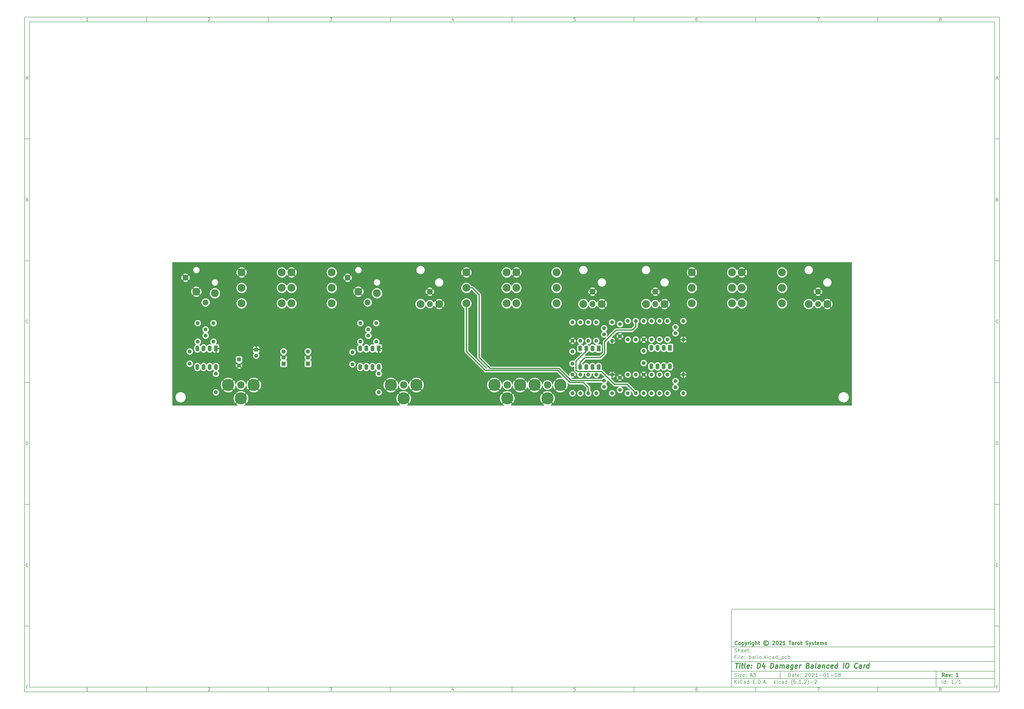
<source format=gbr>
G04 #@! TF.GenerationSoftware,KiCad,Pcbnew,(5.1.2)-2*
G04 #@! TF.CreationDate,2021-01-08T22:00:01+00:00*
G04 #@! TF.ProjectId,balio,62616c69-6f2e-46b6-9963-61645f706362,1*
G04 #@! TF.SameCoordinates,PX42c1d80PYa21fe80*
G04 #@! TF.FileFunction,Copper,L1,Top*
G04 #@! TF.FilePolarity,Positive*
%FSLAX46Y46*%
G04 Gerber Fmt 4.6, Leading zero omitted, Abs format (unit mm)*
G04 Created by KiCad (PCBNEW (5.1.2)-2) date 2021-01-08 22:00:01*
%MOMM*%
%LPD*%
G04 APERTURE LIST*
%ADD10C,0.100000*%
%ADD11C,0.150000*%
%ADD12C,0.300000*%
%ADD13C,0.400000*%
%ADD14C,1.600000*%
%ADD15O,1.600000X1.600000*%
%ADD16C,3.200000*%
%ADD17C,2.400000*%
%ADD18C,5.000000*%
%ADD19C,3.000000*%
%ADD20R,1.600000X1.600000*%
%ADD21R,1.600000X2.400000*%
%ADD22O,1.600000X2.400000*%
%ADD23R,1.750000X1.750000*%
%ADD24C,1.750000*%
%ADD25C,0.500000*%
%ADD26C,0.254000*%
G04 APERTURE END LIST*
D10*
D11*
X229989000Y-83002200D02*
X229989000Y-115002200D01*
X337989000Y-115002200D01*
X337989000Y-83002200D01*
X229989000Y-83002200D01*
D10*
D11*
X-60000000Y160000000D02*
X-60000000Y-117002200D01*
X339989000Y-117002200D01*
X339989000Y160000000D01*
X-60000000Y160000000D01*
D10*
D11*
X-58000000Y158000000D02*
X-58000000Y-115002200D01*
X337989000Y-115002200D01*
X337989000Y158000000D01*
X-58000000Y158000000D01*
D10*
D11*
X-10000000Y158000000D02*
X-10000000Y160000000D01*
D10*
D11*
X40000000Y158000000D02*
X40000000Y160000000D01*
D10*
D11*
X90000000Y158000000D02*
X90000000Y160000000D01*
D10*
D11*
X140000000Y158000000D02*
X140000000Y160000000D01*
D10*
D11*
X190000000Y158000000D02*
X190000000Y160000000D01*
D10*
D11*
X240000000Y158000000D02*
X240000000Y160000000D01*
D10*
D11*
X290000000Y158000000D02*
X290000000Y160000000D01*
D10*
D11*
X-33934524Y158411905D02*
X-34677381Y158411905D01*
X-34305953Y158411905D02*
X-34305953Y159711905D01*
X-34429762Y159526191D01*
X-34553572Y159402381D01*
X-34677381Y159340477D01*
D10*
D11*
X15322619Y159588096D02*
X15384523Y159650000D01*
X15508333Y159711905D01*
X15817857Y159711905D01*
X15941666Y159650000D01*
X16003571Y159588096D01*
X16065476Y159464286D01*
X16065476Y159340477D01*
X16003571Y159154762D01*
X15260714Y158411905D01*
X16065476Y158411905D01*
D10*
D11*
X65260714Y159711905D02*
X66065476Y159711905D01*
X65632142Y159216667D01*
X65817857Y159216667D01*
X65941666Y159154762D01*
X66003571Y159092858D01*
X66065476Y158969048D01*
X66065476Y158659524D01*
X66003571Y158535715D01*
X65941666Y158473810D01*
X65817857Y158411905D01*
X65446428Y158411905D01*
X65322619Y158473810D01*
X65260714Y158535715D01*
D10*
D11*
X115941666Y159278572D02*
X115941666Y158411905D01*
X115632142Y159773810D02*
X115322619Y158845239D01*
X116127380Y158845239D01*
D10*
D11*
X166003571Y159711905D02*
X165384523Y159711905D01*
X165322619Y159092858D01*
X165384523Y159154762D01*
X165508333Y159216667D01*
X165817857Y159216667D01*
X165941666Y159154762D01*
X166003571Y159092858D01*
X166065476Y158969048D01*
X166065476Y158659524D01*
X166003571Y158535715D01*
X165941666Y158473810D01*
X165817857Y158411905D01*
X165508333Y158411905D01*
X165384523Y158473810D01*
X165322619Y158535715D01*
D10*
D11*
X215941666Y159711905D02*
X215694047Y159711905D01*
X215570238Y159650000D01*
X215508333Y159588096D01*
X215384523Y159402381D01*
X215322619Y159154762D01*
X215322619Y158659524D01*
X215384523Y158535715D01*
X215446428Y158473810D01*
X215570238Y158411905D01*
X215817857Y158411905D01*
X215941666Y158473810D01*
X216003571Y158535715D01*
X216065476Y158659524D01*
X216065476Y158969048D01*
X216003571Y159092858D01*
X215941666Y159154762D01*
X215817857Y159216667D01*
X215570238Y159216667D01*
X215446428Y159154762D01*
X215384523Y159092858D01*
X215322619Y158969048D01*
D10*
D11*
X265260714Y159711905D02*
X266127380Y159711905D01*
X265570238Y158411905D01*
D10*
D11*
X315570238Y159154762D02*
X315446428Y159216667D01*
X315384523Y159278572D01*
X315322619Y159402381D01*
X315322619Y159464286D01*
X315384523Y159588096D01*
X315446428Y159650000D01*
X315570238Y159711905D01*
X315817857Y159711905D01*
X315941666Y159650000D01*
X316003571Y159588096D01*
X316065476Y159464286D01*
X316065476Y159402381D01*
X316003571Y159278572D01*
X315941666Y159216667D01*
X315817857Y159154762D01*
X315570238Y159154762D01*
X315446428Y159092858D01*
X315384523Y159030953D01*
X315322619Y158907143D01*
X315322619Y158659524D01*
X315384523Y158535715D01*
X315446428Y158473810D01*
X315570238Y158411905D01*
X315817857Y158411905D01*
X315941666Y158473810D01*
X316003571Y158535715D01*
X316065476Y158659524D01*
X316065476Y158907143D01*
X316003571Y159030953D01*
X315941666Y159092858D01*
X315817857Y159154762D01*
D10*
D11*
X-10000000Y-115002200D02*
X-10000000Y-117002200D01*
D10*
D11*
X40000000Y-115002200D02*
X40000000Y-117002200D01*
D10*
D11*
X90000000Y-115002200D02*
X90000000Y-117002200D01*
D10*
D11*
X140000000Y-115002200D02*
X140000000Y-117002200D01*
D10*
D11*
X190000000Y-115002200D02*
X190000000Y-117002200D01*
D10*
D11*
X240000000Y-115002200D02*
X240000000Y-117002200D01*
D10*
D11*
X290000000Y-115002200D02*
X290000000Y-117002200D01*
D10*
D11*
X-33934524Y-116590295D02*
X-34677381Y-116590295D01*
X-34305953Y-116590295D02*
X-34305953Y-115290295D01*
X-34429762Y-115476009D01*
X-34553572Y-115599819D01*
X-34677381Y-115661723D01*
D10*
D11*
X15322619Y-115414104D02*
X15384523Y-115352200D01*
X15508333Y-115290295D01*
X15817857Y-115290295D01*
X15941666Y-115352200D01*
X16003571Y-115414104D01*
X16065476Y-115537914D01*
X16065476Y-115661723D01*
X16003571Y-115847438D01*
X15260714Y-116590295D01*
X16065476Y-116590295D01*
D10*
D11*
X65260714Y-115290295D02*
X66065476Y-115290295D01*
X65632142Y-115785533D01*
X65817857Y-115785533D01*
X65941666Y-115847438D01*
X66003571Y-115909342D01*
X66065476Y-116033152D01*
X66065476Y-116342676D01*
X66003571Y-116466485D01*
X65941666Y-116528390D01*
X65817857Y-116590295D01*
X65446428Y-116590295D01*
X65322619Y-116528390D01*
X65260714Y-116466485D01*
D10*
D11*
X115941666Y-115723628D02*
X115941666Y-116590295D01*
X115632142Y-115228390D02*
X115322619Y-116156961D01*
X116127380Y-116156961D01*
D10*
D11*
X166003571Y-115290295D02*
X165384523Y-115290295D01*
X165322619Y-115909342D01*
X165384523Y-115847438D01*
X165508333Y-115785533D01*
X165817857Y-115785533D01*
X165941666Y-115847438D01*
X166003571Y-115909342D01*
X166065476Y-116033152D01*
X166065476Y-116342676D01*
X166003571Y-116466485D01*
X165941666Y-116528390D01*
X165817857Y-116590295D01*
X165508333Y-116590295D01*
X165384523Y-116528390D01*
X165322619Y-116466485D01*
D10*
D11*
X215941666Y-115290295D02*
X215694047Y-115290295D01*
X215570238Y-115352200D01*
X215508333Y-115414104D01*
X215384523Y-115599819D01*
X215322619Y-115847438D01*
X215322619Y-116342676D01*
X215384523Y-116466485D01*
X215446428Y-116528390D01*
X215570238Y-116590295D01*
X215817857Y-116590295D01*
X215941666Y-116528390D01*
X216003571Y-116466485D01*
X216065476Y-116342676D01*
X216065476Y-116033152D01*
X216003571Y-115909342D01*
X215941666Y-115847438D01*
X215817857Y-115785533D01*
X215570238Y-115785533D01*
X215446428Y-115847438D01*
X215384523Y-115909342D01*
X215322619Y-116033152D01*
D10*
D11*
X265260714Y-115290295D02*
X266127380Y-115290295D01*
X265570238Y-116590295D01*
D10*
D11*
X315570238Y-115847438D02*
X315446428Y-115785533D01*
X315384523Y-115723628D01*
X315322619Y-115599819D01*
X315322619Y-115537914D01*
X315384523Y-115414104D01*
X315446428Y-115352200D01*
X315570238Y-115290295D01*
X315817857Y-115290295D01*
X315941666Y-115352200D01*
X316003571Y-115414104D01*
X316065476Y-115537914D01*
X316065476Y-115599819D01*
X316003571Y-115723628D01*
X315941666Y-115785533D01*
X315817857Y-115847438D01*
X315570238Y-115847438D01*
X315446428Y-115909342D01*
X315384523Y-115971247D01*
X315322619Y-116095057D01*
X315322619Y-116342676D01*
X315384523Y-116466485D01*
X315446428Y-116528390D01*
X315570238Y-116590295D01*
X315817857Y-116590295D01*
X315941666Y-116528390D01*
X316003571Y-116466485D01*
X316065476Y-116342676D01*
X316065476Y-116095057D01*
X316003571Y-115971247D01*
X315941666Y-115909342D01*
X315817857Y-115847438D01*
D10*
D11*
X-60000000Y110000000D02*
X-58000000Y110000000D01*
D10*
D11*
X-60000000Y60000000D02*
X-58000000Y60000000D01*
D10*
D11*
X-60000000Y10000000D02*
X-58000000Y10000000D01*
D10*
D11*
X-60000000Y-40000000D02*
X-58000000Y-40000000D01*
D10*
D11*
X-60000000Y-90000000D02*
X-58000000Y-90000000D01*
D10*
D11*
X-59309524Y134783334D02*
X-58690477Y134783334D01*
X-59433334Y134411905D02*
X-59000000Y135711905D01*
X-58566667Y134411905D01*
D10*
D11*
X-58907143Y85092858D02*
X-58721429Y85030953D01*
X-58659524Y84969048D01*
X-58597620Y84845239D01*
X-58597620Y84659524D01*
X-58659524Y84535715D01*
X-58721429Y84473810D01*
X-58845239Y84411905D01*
X-59340477Y84411905D01*
X-59340477Y85711905D01*
X-58907143Y85711905D01*
X-58783334Y85650000D01*
X-58721429Y85588096D01*
X-58659524Y85464286D01*
X-58659524Y85340477D01*
X-58721429Y85216667D01*
X-58783334Y85154762D01*
X-58907143Y85092858D01*
X-59340477Y85092858D01*
D10*
D11*
X-58597620Y34535715D02*
X-58659524Y34473810D01*
X-58845239Y34411905D01*
X-58969048Y34411905D01*
X-59154762Y34473810D01*
X-59278572Y34597620D01*
X-59340477Y34721429D01*
X-59402381Y34969048D01*
X-59402381Y35154762D01*
X-59340477Y35402381D01*
X-59278572Y35526191D01*
X-59154762Y35650000D01*
X-58969048Y35711905D01*
X-58845239Y35711905D01*
X-58659524Y35650000D01*
X-58597620Y35588096D01*
D10*
D11*
X-59340477Y-15588095D02*
X-59340477Y-14288095D01*
X-59030953Y-14288095D01*
X-58845239Y-14350000D01*
X-58721429Y-14473809D01*
X-58659524Y-14597619D01*
X-58597620Y-14845238D01*
X-58597620Y-15030952D01*
X-58659524Y-15278571D01*
X-58721429Y-15402380D01*
X-58845239Y-15526190D01*
X-59030953Y-15588095D01*
X-59340477Y-15588095D01*
D10*
D11*
X-59278572Y-64907142D02*
X-58845239Y-64907142D01*
X-58659524Y-65588095D02*
X-59278572Y-65588095D01*
X-59278572Y-64288095D01*
X-58659524Y-64288095D01*
D10*
D11*
X-58814286Y-114907142D02*
X-59247620Y-114907142D01*
X-59247620Y-115588095D02*
X-59247620Y-114288095D01*
X-58628572Y-114288095D01*
D10*
D11*
X339989000Y110000000D02*
X337989000Y110000000D01*
D10*
D11*
X339989000Y60000000D02*
X337989000Y60000000D01*
D10*
D11*
X339989000Y10000000D02*
X337989000Y10000000D01*
D10*
D11*
X339989000Y-40000000D02*
X337989000Y-40000000D01*
D10*
D11*
X339989000Y-90000000D02*
X337989000Y-90000000D01*
D10*
D11*
X338679476Y134783334D02*
X339298523Y134783334D01*
X338555666Y134411905D02*
X338989000Y135711905D01*
X339422333Y134411905D01*
D10*
D11*
X339081857Y85092858D02*
X339267571Y85030953D01*
X339329476Y84969048D01*
X339391380Y84845239D01*
X339391380Y84659524D01*
X339329476Y84535715D01*
X339267571Y84473810D01*
X339143761Y84411905D01*
X338648523Y84411905D01*
X338648523Y85711905D01*
X339081857Y85711905D01*
X339205666Y85650000D01*
X339267571Y85588096D01*
X339329476Y85464286D01*
X339329476Y85340477D01*
X339267571Y85216667D01*
X339205666Y85154762D01*
X339081857Y85092858D01*
X338648523Y85092858D01*
D10*
D11*
X339391380Y34535715D02*
X339329476Y34473810D01*
X339143761Y34411905D01*
X339019952Y34411905D01*
X338834238Y34473810D01*
X338710428Y34597620D01*
X338648523Y34721429D01*
X338586619Y34969048D01*
X338586619Y35154762D01*
X338648523Y35402381D01*
X338710428Y35526191D01*
X338834238Y35650000D01*
X339019952Y35711905D01*
X339143761Y35711905D01*
X339329476Y35650000D01*
X339391380Y35588096D01*
D10*
D11*
X338648523Y-15588095D02*
X338648523Y-14288095D01*
X338958047Y-14288095D01*
X339143761Y-14350000D01*
X339267571Y-14473809D01*
X339329476Y-14597619D01*
X339391380Y-14845238D01*
X339391380Y-15030952D01*
X339329476Y-15278571D01*
X339267571Y-15402380D01*
X339143761Y-15526190D01*
X338958047Y-15588095D01*
X338648523Y-15588095D01*
D10*
D11*
X338710428Y-64907142D02*
X339143761Y-64907142D01*
X339329476Y-65588095D02*
X338710428Y-65588095D01*
X338710428Y-64288095D01*
X339329476Y-64288095D01*
D10*
D11*
X339174714Y-114907142D02*
X338741380Y-114907142D01*
X338741380Y-115588095D02*
X338741380Y-114288095D01*
X339360428Y-114288095D01*
D10*
D11*
X253421142Y-110780771D02*
X253421142Y-109280771D01*
X253778285Y-109280771D01*
X253992571Y-109352200D01*
X254135428Y-109495057D01*
X254206857Y-109637914D01*
X254278285Y-109923628D01*
X254278285Y-110137914D01*
X254206857Y-110423628D01*
X254135428Y-110566485D01*
X253992571Y-110709342D01*
X253778285Y-110780771D01*
X253421142Y-110780771D01*
X255564000Y-110780771D02*
X255564000Y-109995057D01*
X255492571Y-109852200D01*
X255349714Y-109780771D01*
X255064000Y-109780771D01*
X254921142Y-109852200D01*
X255564000Y-110709342D02*
X255421142Y-110780771D01*
X255064000Y-110780771D01*
X254921142Y-110709342D01*
X254849714Y-110566485D01*
X254849714Y-110423628D01*
X254921142Y-110280771D01*
X255064000Y-110209342D01*
X255421142Y-110209342D01*
X255564000Y-110137914D01*
X256064000Y-109780771D02*
X256635428Y-109780771D01*
X256278285Y-109280771D02*
X256278285Y-110566485D01*
X256349714Y-110709342D01*
X256492571Y-110780771D01*
X256635428Y-110780771D01*
X257706857Y-110709342D02*
X257564000Y-110780771D01*
X257278285Y-110780771D01*
X257135428Y-110709342D01*
X257064000Y-110566485D01*
X257064000Y-109995057D01*
X257135428Y-109852200D01*
X257278285Y-109780771D01*
X257564000Y-109780771D01*
X257706857Y-109852200D01*
X257778285Y-109995057D01*
X257778285Y-110137914D01*
X257064000Y-110280771D01*
X258421142Y-110637914D02*
X258492571Y-110709342D01*
X258421142Y-110780771D01*
X258349714Y-110709342D01*
X258421142Y-110637914D01*
X258421142Y-110780771D01*
X258421142Y-109852200D02*
X258492571Y-109923628D01*
X258421142Y-109995057D01*
X258349714Y-109923628D01*
X258421142Y-109852200D01*
X258421142Y-109995057D01*
X260206857Y-109423628D02*
X260278285Y-109352200D01*
X260421142Y-109280771D01*
X260778285Y-109280771D01*
X260921142Y-109352200D01*
X260992571Y-109423628D01*
X261064000Y-109566485D01*
X261064000Y-109709342D01*
X260992571Y-109923628D01*
X260135428Y-110780771D01*
X261064000Y-110780771D01*
X261992571Y-109280771D02*
X262135428Y-109280771D01*
X262278285Y-109352200D01*
X262349714Y-109423628D01*
X262421142Y-109566485D01*
X262492571Y-109852200D01*
X262492571Y-110209342D01*
X262421142Y-110495057D01*
X262349714Y-110637914D01*
X262278285Y-110709342D01*
X262135428Y-110780771D01*
X261992571Y-110780771D01*
X261849714Y-110709342D01*
X261778285Y-110637914D01*
X261706857Y-110495057D01*
X261635428Y-110209342D01*
X261635428Y-109852200D01*
X261706857Y-109566485D01*
X261778285Y-109423628D01*
X261849714Y-109352200D01*
X261992571Y-109280771D01*
X263064000Y-109423628D02*
X263135428Y-109352200D01*
X263278285Y-109280771D01*
X263635428Y-109280771D01*
X263778285Y-109352200D01*
X263849714Y-109423628D01*
X263921142Y-109566485D01*
X263921142Y-109709342D01*
X263849714Y-109923628D01*
X262992571Y-110780771D01*
X263921142Y-110780771D01*
X265349714Y-110780771D02*
X264492571Y-110780771D01*
X264921142Y-110780771D02*
X264921142Y-109280771D01*
X264778285Y-109495057D01*
X264635428Y-109637914D01*
X264492571Y-109709342D01*
X265992571Y-110209342D02*
X267135428Y-110209342D01*
X268135428Y-109280771D02*
X268278285Y-109280771D01*
X268421142Y-109352200D01*
X268492571Y-109423628D01*
X268564000Y-109566485D01*
X268635428Y-109852200D01*
X268635428Y-110209342D01*
X268564000Y-110495057D01*
X268492571Y-110637914D01*
X268421142Y-110709342D01*
X268278285Y-110780771D01*
X268135428Y-110780771D01*
X267992571Y-110709342D01*
X267921142Y-110637914D01*
X267849714Y-110495057D01*
X267778285Y-110209342D01*
X267778285Y-109852200D01*
X267849714Y-109566485D01*
X267921142Y-109423628D01*
X267992571Y-109352200D01*
X268135428Y-109280771D01*
X270064000Y-110780771D02*
X269206857Y-110780771D01*
X269635428Y-110780771D02*
X269635428Y-109280771D01*
X269492571Y-109495057D01*
X269349714Y-109637914D01*
X269206857Y-109709342D01*
X270706857Y-110209342D02*
X271849714Y-110209342D01*
X272849714Y-109280771D02*
X272992571Y-109280771D01*
X273135428Y-109352200D01*
X273206857Y-109423628D01*
X273278285Y-109566485D01*
X273349714Y-109852200D01*
X273349714Y-110209342D01*
X273278285Y-110495057D01*
X273206857Y-110637914D01*
X273135428Y-110709342D01*
X272992571Y-110780771D01*
X272849714Y-110780771D01*
X272706857Y-110709342D01*
X272635428Y-110637914D01*
X272564000Y-110495057D01*
X272492571Y-110209342D01*
X272492571Y-109852200D01*
X272564000Y-109566485D01*
X272635428Y-109423628D01*
X272706857Y-109352200D01*
X272849714Y-109280771D01*
X274206857Y-109923628D02*
X274064000Y-109852200D01*
X273992571Y-109780771D01*
X273921142Y-109637914D01*
X273921142Y-109566485D01*
X273992571Y-109423628D01*
X274064000Y-109352200D01*
X274206857Y-109280771D01*
X274492571Y-109280771D01*
X274635428Y-109352200D01*
X274706857Y-109423628D01*
X274778285Y-109566485D01*
X274778285Y-109637914D01*
X274706857Y-109780771D01*
X274635428Y-109852200D01*
X274492571Y-109923628D01*
X274206857Y-109923628D01*
X274064000Y-109995057D01*
X273992571Y-110066485D01*
X273921142Y-110209342D01*
X273921142Y-110495057D01*
X273992571Y-110637914D01*
X274064000Y-110709342D01*
X274206857Y-110780771D01*
X274492571Y-110780771D01*
X274635428Y-110709342D01*
X274706857Y-110637914D01*
X274778285Y-110495057D01*
X274778285Y-110209342D01*
X274706857Y-110066485D01*
X274635428Y-109995057D01*
X274492571Y-109923628D01*
D10*
D11*
X229989000Y-111502200D02*
X337989000Y-111502200D01*
D10*
D11*
X231421142Y-113580771D02*
X231421142Y-112080771D01*
X232278285Y-113580771D02*
X231635428Y-112723628D01*
X232278285Y-112080771D02*
X231421142Y-112937914D01*
X232921142Y-113580771D02*
X232921142Y-112580771D01*
X232921142Y-112080771D02*
X232849714Y-112152200D01*
X232921142Y-112223628D01*
X232992571Y-112152200D01*
X232921142Y-112080771D01*
X232921142Y-112223628D01*
X234492571Y-113437914D02*
X234421142Y-113509342D01*
X234206857Y-113580771D01*
X234064000Y-113580771D01*
X233849714Y-113509342D01*
X233706857Y-113366485D01*
X233635428Y-113223628D01*
X233564000Y-112937914D01*
X233564000Y-112723628D01*
X233635428Y-112437914D01*
X233706857Y-112295057D01*
X233849714Y-112152200D01*
X234064000Y-112080771D01*
X234206857Y-112080771D01*
X234421142Y-112152200D01*
X234492571Y-112223628D01*
X235778285Y-113580771D02*
X235778285Y-112795057D01*
X235706857Y-112652200D01*
X235564000Y-112580771D01*
X235278285Y-112580771D01*
X235135428Y-112652200D01*
X235778285Y-113509342D02*
X235635428Y-113580771D01*
X235278285Y-113580771D01*
X235135428Y-113509342D01*
X235064000Y-113366485D01*
X235064000Y-113223628D01*
X235135428Y-113080771D01*
X235278285Y-113009342D01*
X235635428Y-113009342D01*
X235778285Y-112937914D01*
X237135428Y-113580771D02*
X237135428Y-112080771D01*
X237135428Y-113509342D02*
X236992571Y-113580771D01*
X236706857Y-113580771D01*
X236564000Y-113509342D01*
X236492571Y-113437914D01*
X236421142Y-113295057D01*
X236421142Y-112866485D01*
X236492571Y-112723628D01*
X236564000Y-112652200D01*
X236706857Y-112580771D01*
X236992571Y-112580771D01*
X237135428Y-112652200D01*
X238992571Y-112795057D02*
X239492571Y-112795057D01*
X239706857Y-113580771D02*
X238992571Y-113580771D01*
X238992571Y-112080771D01*
X239706857Y-112080771D01*
X240349714Y-113437914D02*
X240421142Y-113509342D01*
X240349714Y-113580771D01*
X240278285Y-113509342D01*
X240349714Y-113437914D01*
X240349714Y-113580771D01*
X241064000Y-113580771D02*
X241064000Y-112080771D01*
X241421142Y-112080771D01*
X241635428Y-112152200D01*
X241778285Y-112295057D01*
X241849714Y-112437914D01*
X241921142Y-112723628D01*
X241921142Y-112937914D01*
X241849714Y-113223628D01*
X241778285Y-113366485D01*
X241635428Y-113509342D01*
X241421142Y-113580771D01*
X241064000Y-113580771D01*
X242564000Y-113437914D02*
X242635428Y-113509342D01*
X242564000Y-113580771D01*
X242492571Y-113509342D01*
X242564000Y-113437914D01*
X242564000Y-113580771D01*
X243206857Y-113152200D02*
X243921142Y-113152200D01*
X243064000Y-113580771D02*
X243564000Y-112080771D01*
X244064000Y-113580771D01*
X244564000Y-113437914D02*
X244635428Y-113509342D01*
X244564000Y-113580771D01*
X244492571Y-113509342D01*
X244564000Y-113437914D01*
X244564000Y-113580771D01*
X247564000Y-113580771D02*
X247564000Y-112080771D01*
X247706857Y-113009342D02*
X248135428Y-113580771D01*
X248135428Y-112580771D02*
X247564000Y-113152200D01*
X248778285Y-113580771D02*
X248778285Y-112580771D01*
X248778285Y-112080771D02*
X248706857Y-112152200D01*
X248778285Y-112223628D01*
X248849714Y-112152200D01*
X248778285Y-112080771D01*
X248778285Y-112223628D01*
X250135428Y-113509342D02*
X249992571Y-113580771D01*
X249706857Y-113580771D01*
X249564000Y-113509342D01*
X249492571Y-113437914D01*
X249421142Y-113295057D01*
X249421142Y-112866485D01*
X249492571Y-112723628D01*
X249564000Y-112652200D01*
X249706857Y-112580771D01*
X249992571Y-112580771D01*
X250135428Y-112652200D01*
X251421142Y-113580771D02*
X251421142Y-112795057D01*
X251349714Y-112652200D01*
X251206857Y-112580771D01*
X250921142Y-112580771D01*
X250778285Y-112652200D01*
X251421142Y-113509342D02*
X251278285Y-113580771D01*
X250921142Y-113580771D01*
X250778285Y-113509342D01*
X250706857Y-113366485D01*
X250706857Y-113223628D01*
X250778285Y-113080771D01*
X250921142Y-113009342D01*
X251278285Y-113009342D01*
X251421142Y-112937914D01*
X252778285Y-113580771D02*
X252778285Y-112080771D01*
X252778285Y-113509342D02*
X252635428Y-113580771D01*
X252349714Y-113580771D01*
X252206857Y-113509342D01*
X252135428Y-113437914D01*
X252064000Y-113295057D01*
X252064000Y-112866485D01*
X252135428Y-112723628D01*
X252206857Y-112652200D01*
X252349714Y-112580771D01*
X252635428Y-112580771D01*
X252778285Y-112652200D01*
X255064000Y-114152200D02*
X254992571Y-114080771D01*
X254849714Y-113866485D01*
X254778285Y-113723628D01*
X254706857Y-113509342D01*
X254635428Y-113152200D01*
X254635428Y-112866485D01*
X254706857Y-112509342D01*
X254778285Y-112295057D01*
X254849714Y-112152200D01*
X254992571Y-111937914D01*
X255064000Y-111866485D01*
X256349714Y-112080771D02*
X255635428Y-112080771D01*
X255564000Y-112795057D01*
X255635428Y-112723628D01*
X255778285Y-112652200D01*
X256135428Y-112652200D01*
X256278285Y-112723628D01*
X256349714Y-112795057D01*
X256421142Y-112937914D01*
X256421142Y-113295057D01*
X256349714Y-113437914D01*
X256278285Y-113509342D01*
X256135428Y-113580771D01*
X255778285Y-113580771D01*
X255635428Y-113509342D01*
X255564000Y-113437914D01*
X257064000Y-113437914D02*
X257135428Y-113509342D01*
X257064000Y-113580771D01*
X256992571Y-113509342D01*
X257064000Y-113437914D01*
X257064000Y-113580771D01*
X258564000Y-113580771D02*
X257706857Y-113580771D01*
X258135428Y-113580771D02*
X258135428Y-112080771D01*
X257992571Y-112295057D01*
X257849714Y-112437914D01*
X257706857Y-112509342D01*
X259206857Y-113437914D02*
X259278285Y-113509342D01*
X259206857Y-113580771D01*
X259135428Y-113509342D01*
X259206857Y-113437914D01*
X259206857Y-113580771D01*
X259849714Y-112223628D02*
X259921142Y-112152200D01*
X260064000Y-112080771D01*
X260421142Y-112080771D01*
X260564000Y-112152200D01*
X260635428Y-112223628D01*
X260706857Y-112366485D01*
X260706857Y-112509342D01*
X260635428Y-112723628D01*
X259778285Y-113580771D01*
X260706857Y-113580771D01*
X261206857Y-114152200D02*
X261278285Y-114080771D01*
X261421142Y-113866485D01*
X261492571Y-113723628D01*
X261564000Y-113509342D01*
X261635428Y-113152200D01*
X261635428Y-112866485D01*
X261564000Y-112509342D01*
X261492571Y-112295057D01*
X261421142Y-112152200D01*
X261278285Y-111937914D01*
X261206857Y-111866485D01*
X262349714Y-113009342D02*
X263492571Y-113009342D01*
X264135428Y-112223628D02*
X264206857Y-112152200D01*
X264349714Y-112080771D01*
X264706857Y-112080771D01*
X264849714Y-112152200D01*
X264921142Y-112223628D01*
X264992571Y-112366485D01*
X264992571Y-112509342D01*
X264921142Y-112723628D01*
X264064000Y-113580771D01*
X264992571Y-113580771D01*
D10*
D11*
X229989000Y-108502200D02*
X337989000Y-108502200D01*
D10*
D12*
X317398285Y-110780771D02*
X316898285Y-110066485D01*
X316541142Y-110780771D02*
X316541142Y-109280771D01*
X317112571Y-109280771D01*
X317255428Y-109352200D01*
X317326857Y-109423628D01*
X317398285Y-109566485D01*
X317398285Y-109780771D01*
X317326857Y-109923628D01*
X317255428Y-109995057D01*
X317112571Y-110066485D01*
X316541142Y-110066485D01*
X318612571Y-110709342D02*
X318469714Y-110780771D01*
X318184000Y-110780771D01*
X318041142Y-110709342D01*
X317969714Y-110566485D01*
X317969714Y-109995057D01*
X318041142Y-109852200D01*
X318184000Y-109780771D01*
X318469714Y-109780771D01*
X318612571Y-109852200D01*
X318684000Y-109995057D01*
X318684000Y-110137914D01*
X317969714Y-110280771D01*
X319184000Y-109780771D02*
X319541142Y-110780771D01*
X319898285Y-109780771D01*
X320469714Y-110637914D02*
X320541142Y-110709342D01*
X320469714Y-110780771D01*
X320398285Y-110709342D01*
X320469714Y-110637914D01*
X320469714Y-110780771D01*
X320469714Y-109852200D02*
X320541142Y-109923628D01*
X320469714Y-109995057D01*
X320398285Y-109923628D01*
X320469714Y-109852200D01*
X320469714Y-109995057D01*
X323112571Y-110780771D02*
X322255428Y-110780771D01*
X322684000Y-110780771D02*
X322684000Y-109280771D01*
X322541142Y-109495057D01*
X322398285Y-109637914D01*
X322255428Y-109709342D01*
D10*
D11*
X231349714Y-110709342D02*
X231564000Y-110780771D01*
X231921142Y-110780771D01*
X232064000Y-110709342D01*
X232135428Y-110637914D01*
X232206857Y-110495057D01*
X232206857Y-110352200D01*
X232135428Y-110209342D01*
X232064000Y-110137914D01*
X231921142Y-110066485D01*
X231635428Y-109995057D01*
X231492571Y-109923628D01*
X231421142Y-109852200D01*
X231349714Y-109709342D01*
X231349714Y-109566485D01*
X231421142Y-109423628D01*
X231492571Y-109352200D01*
X231635428Y-109280771D01*
X231992571Y-109280771D01*
X232206857Y-109352200D01*
X232849714Y-110780771D02*
X232849714Y-109780771D01*
X232849714Y-109280771D02*
X232778285Y-109352200D01*
X232849714Y-109423628D01*
X232921142Y-109352200D01*
X232849714Y-109280771D01*
X232849714Y-109423628D01*
X233421142Y-109780771D02*
X234206857Y-109780771D01*
X233421142Y-110780771D01*
X234206857Y-110780771D01*
X235349714Y-110709342D02*
X235206857Y-110780771D01*
X234921142Y-110780771D01*
X234778285Y-110709342D01*
X234706857Y-110566485D01*
X234706857Y-109995057D01*
X234778285Y-109852200D01*
X234921142Y-109780771D01*
X235206857Y-109780771D01*
X235349714Y-109852200D01*
X235421142Y-109995057D01*
X235421142Y-110137914D01*
X234706857Y-110280771D01*
X236064000Y-110637914D02*
X236135428Y-110709342D01*
X236064000Y-110780771D01*
X235992571Y-110709342D01*
X236064000Y-110637914D01*
X236064000Y-110780771D01*
X236064000Y-109852200D02*
X236135428Y-109923628D01*
X236064000Y-109995057D01*
X235992571Y-109923628D01*
X236064000Y-109852200D01*
X236064000Y-109995057D01*
X237849714Y-110352200D02*
X238564000Y-110352200D01*
X237706857Y-110780771D02*
X238206857Y-109280771D01*
X238706857Y-110780771D01*
X239064000Y-109280771D02*
X239992571Y-109280771D01*
X239492571Y-109852200D01*
X239706857Y-109852200D01*
X239849714Y-109923628D01*
X239921142Y-109995057D01*
X239992571Y-110137914D01*
X239992571Y-110495057D01*
X239921142Y-110637914D01*
X239849714Y-110709342D01*
X239706857Y-110780771D01*
X239278285Y-110780771D01*
X239135428Y-110709342D01*
X239064000Y-110637914D01*
D10*
D11*
X316421142Y-113580771D02*
X316421142Y-112080771D01*
X317778285Y-113580771D02*
X317778285Y-112080771D01*
X317778285Y-113509342D02*
X317635428Y-113580771D01*
X317349714Y-113580771D01*
X317206857Y-113509342D01*
X317135428Y-113437914D01*
X317064000Y-113295057D01*
X317064000Y-112866485D01*
X317135428Y-112723628D01*
X317206857Y-112652200D01*
X317349714Y-112580771D01*
X317635428Y-112580771D01*
X317778285Y-112652200D01*
X318492571Y-113437914D02*
X318564000Y-113509342D01*
X318492571Y-113580771D01*
X318421142Y-113509342D01*
X318492571Y-113437914D01*
X318492571Y-113580771D01*
X318492571Y-112652200D02*
X318564000Y-112723628D01*
X318492571Y-112795057D01*
X318421142Y-112723628D01*
X318492571Y-112652200D01*
X318492571Y-112795057D01*
X321135428Y-113580771D02*
X320278285Y-113580771D01*
X320706857Y-113580771D02*
X320706857Y-112080771D01*
X320564000Y-112295057D01*
X320421142Y-112437914D01*
X320278285Y-112509342D01*
X322849714Y-112009342D02*
X321564000Y-113937914D01*
X324135428Y-113580771D02*
X323278285Y-113580771D01*
X323706857Y-113580771D02*
X323706857Y-112080771D01*
X323564000Y-112295057D01*
X323421142Y-112437914D01*
X323278285Y-112509342D01*
D10*
D11*
X229989000Y-104502200D02*
X337989000Y-104502200D01*
D10*
D13*
X231701380Y-105206961D02*
X232844238Y-105206961D01*
X232022809Y-107206961D02*
X232272809Y-105206961D01*
X233260904Y-107206961D02*
X233427571Y-105873628D01*
X233510904Y-105206961D02*
X233403761Y-105302200D01*
X233487095Y-105397438D01*
X233594238Y-105302200D01*
X233510904Y-105206961D01*
X233487095Y-105397438D01*
X234094238Y-105873628D02*
X234856142Y-105873628D01*
X234463285Y-105206961D02*
X234249000Y-106921247D01*
X234320428Y-107111723D01*
X234499000Y-107206961D01*
X234689476Y-107206961D01*
X235641857Y-107206961D02*
X235463285Y-107111723D01*
X235391857Y-106921247D01*
X235606142Y-105206961D01*
X237177571Y-107111723D02*
X236975190Y-107206961D01*
X236594238Y-107206961D01*
X236415666Y-107111723D01*
X236344238Y-106921247D01*
X236439476Y-106159342D01*
X236558523Y-105968866D01*
X236760904Y-105873628D01*
X237141857Y-105873628D01*
X237320428Y-105968866D01*
X237391857Y-106159342D01*
X237368047Y-106349819D01*
X236391857Y-106540295D01*
X238141857Y-107016485D02*
X238225190Y-107111723D01*
X238118047Y-107206961D01*
X238034714Y-107111723D01*
X238141857Y-107016485D01*
X238118047Y-107206961D01*
X238272809Y-105968866D02*
X238356142Y-106064104D01*
X238249000Y-106159342D01*
X238165666Y-106064104D01*
X238272809Y-105968866D01*
X238249000Y-106159342D01*
X240594238Y-107206961D02*
X240844238Y-105206961D01*
X241320428Y-105206961D01*
X241594238Y-105302200D01*
X241760904Y-105492676D01*
X241832333Y-105683152D01*
X241879952Y-106064104D01*
X241844238Y-106349819D01*
X241701380Y-106730771D01*
X241582333Y-106921247D01*
X241368047Y-107111723D01*
X241070428Y-107206961D01*
X240594238Y-107206961D01*
X243618047Y-105873628D02*
X243451380Y-107206961D01*
X243237095Y-105111723D02*
X242582333Y-106540295D01*
X243820428Y-106540295D01*
X246022809Y-107206961D02*
X246272809Y-105206961D01*
X246749000Y-105206961D01*
X247022809Y-105302200D01*
X247189476Y-105492676D01*
X247260904Y-105683152D01*
X247308523Y-106064104D01*
X247272809Y-106349819D01*
X247129952Y-106730771D01*
X247010904Y-106921247D01*
X246796619Y-107111723D01*
X246499000Y-107206961D01*
X246022809Y-107206961D01*
X248879952Y-107206961D02*
X249010904Y-106159342D01*
X248939476Y-105968866D01*
X248760904Y-105873628D01*
X248379952Y-105873628D01*
X248177571Y-105968866D01*
X248891857Y-107111723D02*
X248689476Y-107206961D01*
X248213285Y-107206961D01*
X248034714Y-107111723D01*
X247963285Y-106921247D01*
X247987095Y-106730771D01*
X248106142Y-106540295D01*
X248308523Y-106445057D01*
X248784714Y-106445057D01*
X248987095Y-106349819D01*
X249832333Y-107206961D02*
X249999000Y-105873628D01*
X249975190Y-106064104D02*
X250082333Y-105968866D01*
X250284714Y-105873628D01*
X250570428Y-105873628D01*
X250749000Y-105968866D01*
X250820428Y-106159342D01*
X250689476Y-107206961D01*
X250820428Y-106159342D02*
X250939476Y-105968866D01*
X251141857Y-105873628D01*
X251427571Y-105873628D01*
X251606142Y-105968866D01*
X251677571Y-106159342D01*
X251546619Y-107206961D01*
X253356142Y-107206961D02*
X253487095Y-106159342D01*
X253415666Y-105968866D01*
X253237095Y-105873628D01*
X252856142Y-105873628D01*
X252653761Y-105968866D01*
X253368047Y-107111723D02*
X253165666Y-107206961D01*
X252689476Y-107206961D01*
X252510904Y-107111723D01*
X252439476Y-106921247D01*
X252463285Y-106730771D01*
X252582333Y-106540295D01*
X252784714Y-106445057D01*
X253260904Y-106445057D01*
X253463285Y-106349819D01*
X255332333Y-105873628D02*
X255129952Y-107492676D01*
X255010904Y-107683152D01*
X254903761Y-107778390D01*
X254701380Y-107873628D01*
X254415666Y-107873628D01*
X254237095Y-107778390D01*
X255177571Y-107111723D02*
X254975190Y-107206961D01*
X254594238Y-107206961D01*
X254415666Y-107111723D01*
X254332333Y-107016485D01*
X254260904Y-106826009D01*
X254332333Y-106254580D01*
X254451380Y-106064104D01*
X254558523Y-105968866D01*
X254760904Y-105873628D01*
X255141857Y-105873628D01*
X255320428Y-105968866D01*
X256891857Y-107111723D02*
X256689476Y-107206961D01*
X256308523Y-107206961D01*
X256129952Y-107111723D01*
X256058523Y-106921247D01*
X256153761Y-106159342D01*
X256272809Y-105968866D01*
X256475190Y-105873628D01*
X256856142Y-105873628D01*
X257034714Y-105968866D01*
X257106142Y-106159342D01*
X257082333Y-106349819D01*
X256106142Y-106540295D01*
X257832333Y-107206961D02*
X257999000Y-105873628D01*
X257951380Y-106254580D02*
X258070428Y-106064104D01*
X258177571Y-105968866D01*
X258379952Y-105873628D01*
X258570428Y-105873628D01*
X261391857Y-106159342D02*
X261665666Y-106254580D01*
X261749000Y-106349819D01*
X261820428Y-106540295D01*
X261784714Y-106826009D01*
X261665666Y-107016485D01*
X261558523Y-107111723D01*
X261356142Y-107206961D01*
X260594238Y-107206961D01*
X260844238Y-105206961D01*
X261510904Y-105206961D01*
X261689476Y-105302200D01*
X261772809Y-105397438D01*
X261844238Y-105587914D01*
X261820428Y-105778390D01*
X261701380Y-105968866D01*
X261594238Y-106064104D01*
X261391857Y-106159342D01*
X260725190Y-106159342D01*
X263451380Y-107206961D02*
X263582333Y-106159342D01*
X263510904Y-105968866D01*
X263332333Y-105873628D01*
X262951380Y-105873628D01*
X262749000Y-105968866D01*
X263463285Y-107111723D02*
X263260904Y-107206961D01*
X262784714Y-107206961D01*
X262606142Y-107111723D01*
X262534714Y-106921247D01*
X262558523Y-106730771D01*
X262677571Y-106540295D01*
X262879952Y-106445057D01*
X263356142Y-106445057D01*
X263558523Y-106349819D01*
X264689476Y-107206961D02*
X264510904Y-107111723D01*
X264439476Y-106921247D01*
X264653761Y-105206961D01*
X266308523Y-107206961D02*
X266439476Y-106159342D01*
X266368047Y-105968866D01*
X266189476Y-105873628D01*
X265808523Y-105873628D01*
X265606142Y-105968866D01*
X266320428Y-107111723D02*
X266118047Y-107206961D01*
X265641857Y-107206961D01*
X265463285Y-107111723D01*
X265391857Y-106921247D01*
X265415666Y-106730771D01*
X265534714Y-106540295D01*
X265737095Y-106445057D01*
X266213285Y-106445057D01*
X266415666Y-106349819D01*
X267427571Y-105873628D02*
X267260904Y-107206961D01*
X267403761Y-106064104D02*
X267510904Y-105968866D01*
X267713285Y-105873628D01*
X267999000Y-105873628D01*
X268177571Y-105968866D01*
X268249000Y-106159342D01*
X268118047Y-107206961D01*
X269939476Y-107111723D02*
X269737095Y-107206961D01*
X269356142Y-107206961D01*
X269177571Y-107111723D01*
X269094238Y-107016485D01*
X269022809Y-106826009D01*
X269094238Y-106254580D01*
X269213285Y-106064104D01*
X269320428Y-105968866D01*
X269522809Y-105873628D01*
X269903761Y-105873628D01*
X270082333Y-105968866D01*
X271558523Y-107111723D02*
X271356142Y-107206961D01*
X270975190Y-107206961D01*
X270796619Y-107111723D01*
X270725190Y-106921247D01*
X270820428Y-106159342D01*
X270939476Y-105968866D01*
X271141857Y-105873628D01*
X271522809Y-105873628D01*
X271701380Y-105968866D01*
X271772809Y-106159342D01*
X271749000Y-106349819D01*
X270772809Y-106540295D01*
X273356142Y-107206961D02*
X273606142Y-105206961D01*
X273368047Y-107111723D02*
X273165666Y-107206961D01*
X272784714Y-107206961D01*
X272606142Y-107111723D01*
X272522809Y-107016485D01*
X272451380Y-106826009D01*
X272522809Y-106254580D01*
X272641857Y-106064104D01*
X272749000Y-105968866D01*
X272951380Y-105873628D01*
X273332333Y-105873628D01*
X273510904Y-105968866D01*
X275832333Y-107206961D02*
X276082333Y-105206961D01*
X277415666Y-105206961D02*
X277796619Y-105206961D01*
X277975190Y-105302200D01*
X278141857Y-105492676D01*
X278189476Y-105873628D01*
X278106142Y-106540295D01*
X277963285Y-106921247D01*
X277749000Y-107111723D01*
X277546619Y-107206961D01*
X277165666Y-107206961D01*
X276987095Y-107111723D01*
X276820428Y-106921247D01*
X276772809Y-106540295D01*
X276856142Y-105873628D01*
X276999000Y-105492676D01*
X277213285Y-105302200D01*
X277415666Y-105206961D01*
X281570428Y-107016485D02*
X281463285Y-107111723D01*
X281165666Y-107206961D01*
X280975190Y-107206961D01*
X280701380Y-107111723D01*
X280534714Y-106921247D01*
X280463285Y-106730771D01*
X280415666Y-106349819D01*
X280451380Y-106064104D01*
X280594238Y-105683152D01*
X280713285Y-105492676D01*
X280927571Y-105302200D01*
X281225190Y-105206961D01*
X281415666Y-105206961D01*
X281689476Y-105302200D01*
X281772809Y-105397438D01*
X283260904Y-107206961D02*
X283391857Y-106159342D01*
X283320428Y-105968866D01*
X283141857Y-105873628D01*
X282760904Y-105873628D01*
X282558523Y-105968866D01*
X283272809Y-107111723D02*
X283070428Y-107206961D01*
X282594238Y-107206961D01*
X282415666Y-107111723D01*
X282344238Y-106921247D01*
X282368047Y-106730771D01*
X282487095Y-106540295D01*
X282689476Y-106445057D01*
X283165666Y-106445057D01*
X283368047Y-106349819D01*
X284213285Y-107206961D02*
X284379952Y-105873628D01*
X284332333Y-106254580D02*
X284451380Y-106064104D01*
X284558523Y-105968866D01*
X284760904Y-105873628D01*
X284951380Y-105873628D01*
X286308523Y-107206961D02*
X286558523Y-105206961D01*
X286320428Y-107111723D02*
X286118047Y-107206961D01*
X285737095Y-107206961D01*
X285558523Y-107111723D01*
X285475190Y-107016485D01*
X285403761Y-106826009D01*
X285475190Y-106254580D01*
X285594238Y-106064104D01*
X285701380Y-105968866D01*
X285903761Y-105873628D01*
X286284714Y-105873628D01*
X286463285Y-105968866D01*
D10*
D11*
X231921142Y-102595057D02*
X231421142Y-102595057D01*
X231421142Y-103380771D02*
X231421142Y-101880771D01*
X232135428Y-101880771D01*
X232706857Y-103380771D02*
X232706857Y-102380771D01*
X232706857Y-101880771D02*
X232635428Y-101952200D01*
X232706857Y-102023628D01*
X232778285Y-101952200D01*
X232706857Y-101880771D01*
X232706857Y-102023628D01*
X233635428Y-103380771D02*
X233492571Y-103309342D01*
X233421142Y-103166485D01*
X233421142Y-101880771D01*
X234778285Y-103309342D02*
X234635428Y-103380771D01*
X234349714Y-103380771D01*
X234206857Y-103309342D01*
X234135428Y-103166485D01*
X234135428Y-102595057D01*
X234206857Y-102452200D01*
X234349714Y-102380771D01*
X234635428Y-102380771D01*
X234778285Y-102452200D01*
X234849714Y-102595057D01*
X234849714Y-102737914D01*
X234135428Y-102880771D01*
X235492571Y-103237914D02*
X235564000Y-103309342D01*
X235492571Y-103380771D01*
X235421142Y-103309342D01*
X235492571Y-103237914D01*
X235492571Y-103380771D01*
X235492571Y-102452200D02*
X235564000Y-102523628D01*
X235492571Y-102595057D01*
X235421142Y-102523628D01*
X235492571Y-102452200D01*
X235492571Y-102595057D01*
X237349714Y-103380771D02*
X237349714Y-101880771D01*
X237349714Y-102452200D02*
X237492571Y-102380771D01*
X237778285Y-102380771D01*
X237921142Y-102452200D01*
X237992571Y-102523628D01*
X238064000Y-102666485D01*
X238064000Y-103095057D01*
X237992571Y-103237914D01*
X237921142Y-103309342D01*
X237778285Y-103380771D01*
X237492571Y-103380771D01*
X237349714Y-103309342D01*
X239349714Y-103380771D02*
X239349714Y-102595057D01*
X239278285Y-102452200D01*
X239135428Y-102380771D01*
X238849714Y-102380771D01*
X238706857Y-102452200D01*
X239349714Y-103309342D02*
X239206857Y-103380771D01*
X238849714Y-103380771D01*
X238706857Y-103309342D01*
X238635428Y-103166485D01*
X238635428Y-103023628D01*
X238706857Y-102880771D01*
X238849714Y-102809342D01*
X239206857Y-102809342D01*
X239349714Y-102737914D01*
X240278285Y-103380771D02*
X240135428Y-103309342D01*
X240064000Y-103166485D01*
X240064000Y-101880771D01*
X240849714Y-103380771D02*
X240849714Y-102380771D01*
X240849714Y-101880771D02*
X240778285Y-101952200D01*
X240849714Y-102023628D01*
X240921142Y-101952200D01*
X240849714Y-101880771D01*
X240849714Y-102023628D01*
X241778285Y-103380771D02*
X241635428Y-103309342D01*
X241564000Y-103237914D01*
X241492571Y-103095057D01*
X241492571Y-102666485D01*
X241564000Y-102523628D01*
X241635428Y-102452200D01*
X241778285Y-102380771D01*
X241992571Y-102380771D01*
X242135428Y-102452200D01*
X242206857Y-102523628D01*
X242278285Y-102666485D01*
X242278285Y-103095057D01*
X242206857Y-103237914D01*
X242135428Y-103309342D01*
X241992571Y-103380771D01*
X241778285Y-103380771D01*
X242921142Y-103237914D02*
X242992571Y-103309342D01*
X242921142Y-103380771D01*
X242849714Y-103309342D01*
X242921142Y-103237914D01*
X242921142Y-103380771D01*
X243635428Y-103380771D02*
X243635428Y-101880771D01*
X243778285Y-102809342D02*
X244206857Y-103380771D01*
X244206857Y-102380771D02*
X243635428Y-102952200D01*
X244849714Y-103380771D02*
X244849714Y-102380771D01*
X244849714Y-101880771D02*
X244778285Y-101952200D01*
X244849714Y-102023628D01*
X244921142Y-101952200D01*
X244849714Y-101880771D01*
X244849714Y-102023628D01*
X246206857Y-103309342D02*
X246064000Y-103380771D01*
X245778285Y-103380771D01*
X245635428Y-103309342D01*
X245564000Y-103237914D01*
X245492571Y-103095057D01*
X245492571Y-102666485D01*
X245564000Y-102523628D01*
X245635428Y-102452200D01*
X245778285Y-102380771D01*
X246064000Y-102380771D01*
X246206857Y-102452200D01*
X247492571Y-103380771D02*
X247492571Y-102595057D01*
X247421142Y-102452200D01*
X247278285Y-102380771D01*
X246992571Y-102380771D01*
X246849714Y-102452200D01*
X247492571Y-103309342D02*
X247349714Y-103380771D01*
X246992571Y-103380771D01*
X246849714Y-103309342D01*
X246778285Y-103166485D01*
X246778285Y-103023628D01*
X246849714Y-102880771D01*
X246992571Y-102809342D01*
X247349714Y-102809342D01*
X247492571Y-102737914D01*
X248849714Y-103380771D02*
X248849714Y-101880771D01*
X248849714Y-103309342D02*
X248706857Y-103380771D01*
X248421142Y-103380771D01*
X248278285Y-103309342D01*
X248206857Y-103237914D01*
X248135428Y-103095057D01*
X248135428Y-102666485D01*
X248206857Y-102523628D01*
X248278285Y-102452200D01*
X248421142Y-102380771D01*
X248706857Y-102380771D01*
X248849714Y-102452200D01*
X249206857Y-103523628D02*
X250349714Y-103523628D01*
X250706857Y-102380771D02*
X250706857Y-103880771D01*
X250706857Y-102452200D02*
X250849714Y-102380771D01*
X251135428Y-102380771D01*
X251278285Y-102452200D01*
X251349714Y-102523628D01*
X251421142Y-102666485D01*
X251421142Y-103095057D01*
X251349714Y-103237914D01*
X251278285Y-103309342D01*
X251135428Y-103380771D01*
X250849714Y-103380771D01*
X250706857Y-103309342D01*
X252706857Y-103309342D02*
X252564000Y-103380771D01*
X252278285Y-103380771D01*
X252135428Y-103309342D01*
X252064000Y-103237914D01*
X251992571Y-103095057D01*
X251992571Y-102666485D01*
X252064000Y-102523628D01*
X252135428Y-102452200D01*
X252278285Y-102380771D01*
X252564000Y-102380771D01*
X252706857Y-102452200D01*
X253349714Y-103380771D02*
X253349714Y-101880771D01*
X253349714Y-102452200D02*
X253492571Y-102380771D01*
X253778285Y-102380771D01*
X253921142Y-102452200D01*
X253992571Y-102523628D01*
X254064000Y-102666485D01*
X254064000Y-103095057D01*
X253992571Y-103237914D01*
X253921142Y-103309342D01*
X253778285Y-103380771D01*
X253492571Y-103380771D01*
X253349714Y-103309342D01*
D10*
D11*
X229989000Y-98502200D02*
X337989000Y-98502200D01*
D10*
D11*
X231349714Y-100609342D02*
X231564000Y-100680771D01*
X231921142Y-100680771D01*
X232064000Y-100609342D01*
X232135428Y-100537914D01*
X232206857Y-100395057D01*
X232206857Y-100252200D01*
X232135428Y-100109342D01*
X232064000Y-100037914D01*
X231921142Y-99966485D01*
X231635428Y-99895057D01*
X231492571Y-99823628D01*
X231421142Y-99752200D01*
X231349714Y-99609342D01*
X231349714Y-99466485D01*
X231421142Y-99323628D01*
X231492571Y-99252200D01*
X231635428Y-99180771D01*
X231992571Y-99180771D01*
X232206857Y-99252200D01*
X232849714Y-100680771D02*
X232849714Y-99180771D01*
X233492571Y-100680771D02*
X233492571Y-99895057D01*
X233421142Y-99752200D01*
X233278285Y-99680771D01*
X233064000Y-99680771D01*
X232921142Y-99752200D01*
X232849714Y-99823628D01*
X234778285Y-100609342D02*
X234635428Y-100680771D01*
X234349714Y-100680771D01*
X234206857Y-100609342D01*
X234135428Y-100466485D01*
X234135428Y-99895057D01*
X234206857Y-99752200D01*
X234349714Y-99680771D01*
X234635428Y-99680771D01*
X234778285Y-99752200D01*
X234849714Y-99895057D01*
X234849714Y-100037914D01*
X234135428Y-100180771D01*
X236064000Y-100609342D02*
X235921142Y-100680771D01*
X235635428Y-100680771D01*
X235492571Y-100609342D01*
X235421142Y-100466485D01*
X235421142Y-99895057D01*
X235492571Y-99752200D01*
X235635428Y-99680771D01*
X235921142Y-99680771D01*
X236064000Y-99752200D01*
X236135428Y-99895057D01*
X236135428Y-100037914D01*
X235421142Y-100180771D01*
X236564000Y-99680771D02*
X237135428Y-99680771D01*
X236778285Y-99180771D02*
X236778285Y-100466485D01*
X236849714Y-100609342D01*
X236992571Y-100680771D01*
X237135428Y-100680771D01*
X237635428Y-100537914D02*
X237706857Y-100609342D01*
X237635428Y-100680771D01*
X237564000Y-100609342D01*
X237635428Y-100537914D01*
X237635428Y-100680771D01*
X237635428Y-99752200D02*
X237706857Y-99823628D01*
X237635428Y-99895057D01*
X237564000Y-99823628D01*
X237635428Y-99752200D01*
X237635428Y-99895057D01*
D10*
D12*
X232398285Y-97537914D02*
X232326857Y-97609342D01*
X232112571Y-97680771D01*
X231969714Y-97680771D01*
X231755428Y-97609342D01*
X231612571Y-97466485D01*
X231541142Y-97323628D01*
X231469714Y-97037914D01*
X231469714Y-96823628D01*
X231541142Y-96537914D01*
X231612571Y-96395057D01*
X231755428Y-96252200D01*
X231969714Y-96180771D01*
X232112571Y-96180771D01*
X232326857Y-96252200D01*
X232398285Y-96323628D01*
X233255428Y-97680771D02*
X233112571Y-97609342D01*
X233041142Y-97537914D01*
X232969714Y-97395057D01*
X232969714Y-96966485D01*
X233041142Y-96823628D01*
X233112571Y-96752200D01*
X233255428Y-96680771D01*
X233469714Y-96680771D01*
X233612571Y-96752200D01*
X233684000Y-96823628D01*
X233755428Y-96966485D01*
X233755428Y-97395057D01*
X233684000Y-97537914D01*
X233612571Y-97609342D01*
X233469714Y-97680771D01*
X233255428Y-97680771D01*
X234398285Y-96680771D02*
X234398285Y-98180771D01*
X234398285Y-96752200D02*
X234541142Y-96680771D01*
X234826857Y-96680771D01*
X234969714Y-96752200D01*
X235041142Y-96823628D01*
X235112571Y-96966485D01*
X235112571Y-97395057D01*
X235041142Y-97537914D01*
X234969714Y-97609342D01*
X234826857Y-97680771D01*
X234541142Y-97680771D01*
X234398285Y-97609342D01*
X235612571Y-96680771D02*
X235969714Y-97680771D01*
X236326857Y-96680771D02*
X235969714Y-97680771D01*
X235826857Y-98037914D01*
X235755428Y-98109342D01*
X235612571Y-98180771D01*
X236898285Y-97680771D02*
X236898285Y-96680771D01*
X236898285Y-96966485D02*
X236969714Y-96823628D01*
X237041142Y-96752200D01*
X237184000Y-96680771D01*
X237326857Y-96680771D01*
X237826857Y-97680771D02*
X237826857Y-96680771D01*
X237826857Y-96180771D02*
X237755428Y-96252200D01*
X237826857Y-96323628D01*
X237898285Y-96252200D01*
X237826857Y-96180771D01*
X237826857Y-96323628D01*
X239184000Y-96680771D02*
X239184000Y-97895057D01*
X239112571Y-98037914D01*
X239041142Y-98109342D01*
X238898285Y-98180771D01*
X238684000Y-98180771D01*
X238541142Y-98109342D01*
X239184000Y-97609342D02*
X239041142Y-97680771D01*
X238755428Y-97680771D01*
X238612571Y-97609342D01*
X238541142Y-97537914D01*
X238469714Y-97395057D01*
X238469714Y-96966485D01*
X238541142Y-96823628D01*
X238612571Y-96752200D01*
X238755428Y-96680771D01*
X239041142Y-96680771D01*
X239184000Y-96752200D01*
X239898285Y-97680771D02*
X239898285Y-96180771D01*
X240541142Y-97680771D02*
X240541142Y-96895057D01*
X240469714Y-96752200D01*
X240326857Y-96680771D01*
X240112571Y-96680771D01*
X239969714Y-96752200D01*
X239898285Y-96823628D01*
X241041142Y-96680771D02*
X241612571Y-96680771D01*
X241255428Y-96180771D02*
X241255428Y-97466485D01*
X241326857Y-97609342D01*
X241469714Y-97680771D01*
X241612571Y-97680771D01*
X244469714Y-96537914D02*
X244326857Y-96466485D01*
X244041142Y-96466485D01*
X243898285Y-96537914D01*
X243755428Y-96680771D01*
X243684000Y-96823628D01*
X243684000Y-97109342D01*
X243755428Y-97252200D01*
X243898285Y-97395057D01*
X244041142Y-97466485D01*
X244326857Y-97466485D01*
X244469714Y-97395057D01*
X244184000Y-95966485D02*
X243826857Y-96037914D01*
X243469714Y-96252200D01*
X243255428Y-96609342D01*
X243184000Y-96966485D01*
X243255428Y-97323628D01*
X243469714Y-97680771D01*
X243826857Y-97895057D01*
X244184000Y-97966485D01*
X244541142Y-97895057D01*
X244898285Y-97680771D01*
X245112571Y-97323628D01*
X245184000Y-96966485D01*
X245112571Y-96609342D01*
X244898285Y-96252200D01*
X244541142Y-96037914D01*
X244184000Y-95966485D01*
X246898285Y-96323628D02*
X246969714Y-96252200D01*
X247112571Y-96180771D01*
X247469714Y-96180771D01*
X247612571Y-96252200D01*
X247684000Y-96323628D01*
X247755428Y-96466485D01*
X247755428Y-96609342D01*
X247684000Y-96823628D01*
X246826857Y-97680771D01*
X247755428Y-97680771D01*
X248684000Y-96180771D02*
X248826857Y-96180771D01*
X248969714Y-96252200D01*
X249041142Y-96323628D01*
X249112571Y-96466485D01*
X249184000Y-96752200D01*
X249184000Y-97109342D01*
X249112571Y-97395057D01*
X249041142Y-97537914D01*
X248969714Y-97609342D01*
X248826857Y-97680771D01*
X248684000Y-97680771D01*
X248541142Y-97609342D01*
X248469714Y-97537914D01*
X248398285Y-97395057D01*
X248326857Y-97109342D01*
X248326857Y-96752200D01*
X248398285Y-96466485D01*
X248469714Y-96323628D01*
X248541142Y-96252200D01*
X248684000Y-96180771D01*
X249755428Y-96323628D02*
X249826857Y-96252200D01*
X249969714Y-96180771D01*
X250326857Y-96180771D01*
X250469714Y-96252200D01*
X250541142Y-96323628D01*
X250612571Y-96466485D01*
X250612571Y-96609342D01*
X250541142Y-96823628D01*
X249684000Y-97680771D01*
X250612571Y-97680771D01*
X252041142Y-97680771D02*
X251184000Y-97680771D01*
X251612571Y-97680771D02*
X251612571Y-96180771D01*
X251469714Y-96395057D01*
X251326857Y-96537914D01*
X251184000Y-96609342D01*
X253612571Y-96180771D02*
X254469714Y-96180771D01*
X254041142Y-97680771D02*
X254041142Y-96180771D01*
X255612571Y-97680771D02*
X255612571Y-96895057D01*
X255541142Y-96752200D01*
X255398285Y-96680771D01*
X255112571Y-96680771D01*
X254969714Y-96752200D01*
X255612571Y-97609342D02*
X255469714Y-97680771D01*
X255112571Y-97680771D01*
X254969714Y-97609342D01*
X254898285Y-97466485D01*
X254898285Y-97323628D01*
X254969714Y-97180771D01*
X255112571Y-97109342D01*
X255469714Y-97109342D01*
X255612571Y-97037914D01*
X256326857Y-97680771D02*
X256326857Y-96680771D01*
X256326857Y-96966485D02*
X256398285Y-96823628D01*
X256469714Y-96752200D01*
X256612571Y-96680771D01*
X256755428Y-96680771D01*
X257469714Y-97680771D02*
X257326857Y-97609342D01*
X257255428Y-97537914D01*
X257184000Y-97395057D01*
X257184000Y-96966485D01*
X257255428Y-96823628D01*
X257326857Y-96752200D01*
X257469714Y-96680771D01*
X257684000Y-96680771D01*
X257826857Y-96752200D01*
X257898285Y-96823628D01*
X257969714Y-96966485D01*
X257969714Y-97395057D01*
X257898285Y-97537914D01*
X257826857Y-97609342D01*
X257684000Y-97680771D01*
X257469714Y-97680771D01*
X258398285Y-96680771D02*
X258969714Y-96680771D01*
X258612571Y-96180771D02*
X258612571Y-97466485D01*
X258684000Y-97609342D01*
X258826857Y-97680771D01*
X258969714Y-97680771D01*
X260541142Y-97609342D02*
X260755428Y-97680771D01*
X261112571Y-97680771D01*
X261255428Y-97609342D01*
X261326857Y-97537914D01*
X261398285Y-97395057D01*
X261398285Y-97252200D01*
X261326857Y-97109342D01*
X261255428Y-97037914D01*
X261112571Y-96966485D01*
X260826857Y-96895057D01*
X260684000Y-96823628D01*
X260612571Y-96752200D01*
X260541142Y-96609342D01*
X260541142Y-96466485D01*
X260612571Y-96323628D01*
X260684000Y-96252200D01*
X260826857Y-96180771D01*
X261184000Y-96180771D01*
X261398285Y-96252200D01*
X261898285Y-96680771D02*
X262255428Y-97680771D01*
X262612571Y-96680771D02*
X262255428Y-97680771D01*
X262112571Y-98037914D01*
X262041142Y-98109342D01*
X261898285Y-98180771D01*
X263112571Y-97609342D02*
X263255428Y-97680771D01*
X263541142Y-97680771D01*
X263684000Y-97609342D01*
X263755428Y-97466485D01*
X263755428Y-97395057D01*
X263684000Y-97252200D01*
X263541142Y-97180771D01*
X263326857Y-97180771D01*
X263184000Y-97109342D01*
X263112571Y-96966485D01*
X263112571Y-96895057D01*
X263184000Y-96752200D01*
X263326857Y-96680771D01*
X263541142Y-96680771D01*
X263684000Y-96752200D01*
X264184000Y-96680771D02*
X264755428Y-96680771D01*
X264398285Y-96180771D02*
X264398285Y-97466485D01*
X264469714Y-97609342D01*
X264612571Y-97680771D01*
X264755428Y-97680771D01*
X265826857Y-97609342D02*
X265684000Y-97680771D01*
X265398285Y-97680771D01*
X265255428Y-97609342D01*
X265184000Y-97466485D01*
X265184000Y-96895057D01*
X265255428Y-96752200D01*
X265398285Y-96680771D01*
X265684000Y-96680771D01*
X265826857Y-96752200D01*
X265898285Y-96895057D01*
X265898285Y-97037914D01*
X265184000Y-97180771D01*
X266541142Y-97680771D02*
X266541142Y-96680771D01*
X266541142Y-96823628D02*
X266612571Y-96752200D01*
X266755428Y-96680771D01*
X266969714Y-96680771D01*
X267112571Y-96752200D01*
X267184000Y-96895057D01*
X267184000Y-97680771D01*
X267184000Y-96895057D02*
X267255428Y-96752200D01*
X267398285Y-96680771D01*
X267612571Y-96680771D01*
X267755428Y-96752200D01*
X267826857Y-96895057D01*
X267826857Y-97680771D01*
X268469714Y-97609342D02*
X268612571Y-97680771D01*
X268898285Y-97680771D01*
X269041142Y-97609342D01*
X269112571Y-97466485D01*
X269112571Y-97395057D01*
X269041142Y-97252200D01*
X268898285Y-97180771D01*
X268684000Y-97180771D01*
X268541142Y-97109342D01*
X268469714Y-96966485D01*
X268469714Y-96895057D01*
X268541142Y-96752200D01*
X268684000Y-96680771D01*
X268898285Y-96680771D01*
X269041142Y-96752200D01*
D10*
D11*
X249989000Y-108502200D02*
X249989000Y-111502200D01*
D10*
D11*
X313989000Y-108502200D02*
X313989000Y-115002200D01*
D14*
X197250000Y5600000D03*
D15*
X197250000Y13220000D03*
D14*
X168000000Y5600000D03*
D15*
X168000000Y13220000D03*
D14*
X194000000Y13250000D03*
D15*
X194000000Y5630000D03*
D14*
X164750000Y13250000D03*
D15*
X164750000Y5630000D03*
D14*
X197250000Y35250000D03*
D15*
X197250000Y27630000D03*
D14*
X168000000Y34750000D03*
D15*
X168000000Y27130000D03*
D14*
X194000000Y27600000D03*
D15*
X194000000Y35220000D03*
D14*
X164750000Y27100000D03*
D15*
X164750000Y34720000D03*
D14*
X203750000Y5600000D03*
D15*
X203750000Y13220000D03*
D14*
X174500000Y5600000D03*
D15*
X174500000Y13220000D03*
D14*
X210250000Y5600000D03*
D15*
X210250000Y13220000D03*
D14*
X200500000Y5600000D03*
D15*
X200500000Y13220000D03*
D14*
X181000000Y5600000D03*
D15*
X181000000Y13220000D03*
D14*
X171250000Y5600000D03*
D15*
X171250000Y13220000D03*
D14*
X187500000Y5600000D03*
D15*
X187500000Y13220000D03*
D14*
X190750000Y5600000D03*
D15*
X190750000Y13220000D03*
D14*
X203750000Y35250000D03*
D15*
X203750000Y27630000D03*
D14*
X174500000Y34750000D03*
D15*
X174500000Y27130000D03*
D14*
X210250000Y35250000D03*
D15*
X210250000Y27630000D03*
D14*
X200500000Y35250000D03*
D15*
X200500000Y27630000D03*
D14*
X181000000Y34750000D03*
D15*
X181000000Y27130000D03*
D14*
X171250000Y34750000D03*
D15*
X171250000Y27130000D03*
D14*
X187500000Y35250000D03*
D15*
X187500000Y27630000D03*
D14*
X190750000Y35250000D03*
D15*
X190750000Y27630000D03*
D14*
X85250000Y6000000D03*
D15*
X85250000Y13620000D03*
D14*
X18500000Y6000000D03*
D15*
X18500000Y13620000D03*
D14*
X84250000Y26750000D03*
D15*
X84250000Y34370000D03*
D14*
X77750000Y26750000D03*
D15*
X77750000Y34370000D03*
D14*
X17500000Y26750000D03*
D15*
X17500000Y34370000D03*
D14*
X11000000Y26750000D03*
D15*
X11000000Y34370000D03*
D16*
X250750000Y55200000D03*
X250750000Y48850000D03*
X250750000Y42500000D03*
X234250000Y55200000D03*
X234250000Y48850000D03*
X234250000Y42500000D03*
X230250000Y55200000D03*
X230250000Y48850000D03*
X230250000Y42500000D03*
X213750000Y55200000D03*
X213750000Y48850000D03*
X213750000Y42500000D03*
D17*
X265500000Y47300000D03*
X265500000Y42220000D03*
D16*
X261690000Y42220000D03*
X269310000Y42220000D03*
D17*
X198750000Y47300000D03*
X198750000Y42220000D03*
D16*
X194940000Y42220000D03*
X202560000Y42220000D03*
X158250000Y55200000D03*
X158250000Y48850000D03*
X158250000Y42500000D03*
X141750000Y55200000D03*
X141750000Y48850000D03*
X141750000Y42500000D03*
X137750000Y55200000D03*
X137750000Y48850000D03*
X137750000Y42500000D03*
X121250000Y55200000D03*
X121250000Y48850000D03*
X121250000Y42500000D03*
D17*
X173000000Y47300000D03*
X173000000Y42220000D03*
D16*
X169190000Y42220000D03*
X176810000Y42220000D03*
D17*
X106250000Y47300000D03*
X106250000Y42220000D03*
D16*
X102440000Y42220000D03*
X110060000Y42220000D03*
D18*
X154500000Y3500000D03*
X149250000Y9000000D03*
X159750000Y9000000D03*
D19*
X154500000Y9000000D03*
D18*
X138000000Y3500000D03*
X132750000Y9000000D03*
X143250000Y9000000D03*
D19*
X138000000Y9000000D03*
D18*
X95500000Y3500000D03*
X90250000Y9000000D03*
X100750000Y9000000D03*
D19*
X95500000Y9000000D03*
D18*
X28750000Y3500000D03*
X23500000Y9000000D03*
X34000000Y9000000D03*
D19*
X28750000Y9000000D03*
D16*
X66000000Y55200000D03*
X66000000Y48850000D03*
X66000000Y42500000D03*
X49500000Y55200000D03*
X49500000Y48850000D03*
X49500000Y42500000D03*
X45500000Y55200000D03*
X45500000Y48850000D03*
X45500000Y42500000D03*
X29000000Y55200000D03*
X29000000Y48850000D03*
X29000000Y42500000D03*
D17*
X72500000Y53020000D03*
X80750000Y42850000D03*
D16*
X84560000Y46665000D03*
X76940000Y47300000D03*
D17*
X6000000Y53020000D03*
X14250000Y42850000D03*
D16*
X18060000Y46665000D03*
X10440000Y47300000D03*
D20*
X35000000Y23500000D03*
D14*
X35000000Y21000000D03*
D20*
X28000000Y19500000D03*
D14*
X28000000Y17000000D03*
D21*
X204750000Y24250000D03*
D22*
X197130000Y16630000D03*
X202210000Y24250000D03*
X199670000Y16630000D03*
X199670000Y24250000D03*
X202210000Y16630000D03*
X197130000Y24250000D03*
X204750000Y16630000D03*
X175500000Y16380000D03*
X167880000Y24000000D03*
X172960000Y16380000D03*
X170420000Y24000000D03*
X170420000Y16380000D03*
X172960000Y24000000D03*
X167880000Y16380000D03*
D21*
X175500000Y24000000D03*
X85250000Y24000000D03*
D22*
X77630000Y16380000D03*
X82710000Y24000000D03*
X80170000Y16380000D03*
X80170000Y24000000D03*
X82710000Y16380000D03*
X77630000Y24000000D03*
X85250000Y16380000D03*
D21*
X18500000Y24000000D03*
D22*
X10880000Y16380000D03*
X15960000Y24000000D03*
X13420000Y16380000D03*
X13420000Y24000000D03*
X15960000Y16380000D03*
X10880000Y24000000D03*
X18500000Y16380000D03*
D23*
X56250000Y17750000D03*
D24*
X56250000Y20250000D03*
X56250000Y22750000D03*
D23*
X46250000Y17750000D03*
D24*
X46250000Y20250000D03*
X46250000Y22750000D03*
D14*
X207000000Y8100000D03*
X207000000Y10600000D03*
X177750000Y10750000D03*
X177750000Y8250000D03*
X184250000Y7000000D03*
X184250000Y12000000D03*
X207000000Y32750000D03*
X207000000Y30250000D03*
X177750000Y29750000D03*
X177750000Y32250000D03*
X184250000Y34000000D03*
X184250000Y29000000D03*
X194000000Y18000000D03*
X194000000Y23000000D03*
X164750000Y22750000D03*
X164750000Y17750000D03*
X74500000Y22500000D03*
X74500000Y17500000D03*
X7750000Y22750000D03*
X7750000Y17750000D03*
X81000000Y29250000D03*
X81000000Y31750000D03*
X14250000Y31750000D03*
X14250000Y29250000D03*
D25*
X123650000Y48850000D02*
X126500000Y46000000D01*
X121250000Y48850000D02*
X123650000Y48850000D01*
X126500000Y46000000D02*
X126500000Y20250000D01*
X126500000Y20250000D02*
X131000000Y15750000D01*
X131000000Y15750000D02*
X159250000Y15750000D01*
X164250000Y10750000D02*
X177750000Y10750000D01*
X159250000Y15750000D02*
X164250000Y10750000D01*
X190750000Y35250000D02*
X190750000Y33000000D01*
X190750000Y33000000D02*
X189250000Y31500000D01*
X189250000Y31500000D02*
X182750000Y31500000D01*
X182750000Y31500000D02*
X178000000Y26750000D01*
X178000000Y26750000D02*
X178000000Y22000000D01*
X178000000Y22000000D02*
X176250000Y20250000D01*
X176250000Y20250000D02*
X170000000Y20250000D01*
X167880000Y18130000D02*
X167880000Y16380000D01*
X170000000Y20250000D02*
X167880000Y18130000D01*
X190750000Y5600000D02*
X187100000Y9250000D01*
X187100000Y9250000D02*
X182000000Y9250000D01*
X182000000Y9250000D02*
X176750000Y14500000D01*
X176750000Y14500000D02*
X166750000Y14500000D01*
X166750000Y14500000D02*
X166250000Y15000000D01*
X166250000Y15000000D02*
X166250000Y18750000D01*
X170420000Y22920000D02*
X170420000Y24000000D01*
X166250000Y18750000D02*
X170420000Y22920000D01*
X171250000Y5600000D02*
X171250000Y8000000D01*
X171250000Y8000000D02*
X169250000Y10000000D01*
X169250000Y10000000D02*
X163750000Y10000000D01*
X163750000Y10000000D02*
X158750000Y15000000D01*
X158750000Y15000000D02*
X129000000Y15000000D01*
X121250000Y22750000D02*
X121250000Y42500000D01*
X129000000Y15000000D02*
X121250000Y22750000D01*
D26*
G36*
X279290001Y710000D02*
G01*
X155931418Y710000D01*
X156247373Y878882D01*
X156523543Y1296852D01*
X154500000Y3320395D01*
X152476457Y1296852D01*
X152752627Y878882D01*
X153069388Y710000D01*
X139431418Y710000D01*
X139747373Y878882D01*
X140023543Y1296852D01*
X138000000Y3320395D01*
X135976457Y1296852D01*
X136252627Y878882D01*
X136569388Y710000D01*
X96931418Y710000D01*
X97247373Y878882D01*
X97523543Y1296852D01*
X95500000Y3320395D01*
X93476457Y1296852D01*
X93752627Y878882D01*
X94069388Y710000D01*
X30181418Y710000D01*
X30497373Y878882D01*
X30773543Y1296852D01*
X28750000Y3320395D01*
X26726457Y1296852D01*
X27002627Y878882D01*
X27319388Y710000D01*
X710000Y710000D01*
X710000Y4220128D01*
X1765000Y4220128D01*
X1765000Y3779872D01*
X1850890Y3348075D01*
X2019369Y2941331D01*
X2263962Y2575271D01*
X2575271Y2263962D01*
X2941331Y2019369D01*
X3348075Y1850890D01*
X3779872Y1765000D01*
X4220128Y1765000D01*
X4651925Y1850890D01*
X5058669Y2019369D01*
X5424729Y2263962D01*
X5736038Y2575271D01*
X5980631Y2941331D01*
X6149110Y3348075D01*
X6178667Y3496672D01*
X25599832Y3496672D01*
X25661010Y2882169D01*
X25840897Y2291408D01*
X26128882Y1752627D01*
X26546852Y1476457D01*
X28570395Y3500000D01*
X28929605Y3500000D01*
X30953148Y1476457D01*
X31371118Y1752627D01*
X31661649Y2297557D01*
X31840287Y2888696D01*
X31899519Y3496672D01*
X92349832Y3496672D01*
X92411010Y2882169D01*
X92590897Y2291408D01*
X92878882Y1752627D01*
X93296852Y1476457D01*
X95320395Y3500000D01*
X95679605Y3500000D01*
X97703148Y1476457D01*
X98121118Y1752627D01*
X98411649Y2297557D01*
X98590287Y2888696D01*
X98649519Y3496672D01*
X134849832Y3496672D01*
X134911010Y2882169D01*
X135090897Y2291408D01*
X135378882Y1752627D01*
X135796852Y1476457D01*
X137820395Y3500000D01*
X138179605Y3500000D01*
X140203148Y1476457D01*
X140621118Y1752627D01*
X140911649Y2297557D01*
X141090287Y2888696D01*
X141149519Y3496672D01*
X151349832Y3496672D01*
X151411010Y2882169D01*
X151590897Y2291408D01*
X151878882Y1752627D01*
X152296852Y1476457D01*
X154320395Y3500000D01*
X154679605Y3500000D01*
X156703148Y1476457D01*
X157121118Y1752627D01*
X157411649Y2297557D01*
X157590287Y2888696D01*
X157650168Y3503328D01*
X157588990Y4117831D01*
X157409103Y4708592D01*
X157121118Y5247373D01*
X156703148Y5523543D01*
X154679605Y3500000D01*
X154320395Y3500000D01*
X152296852Y5523543D01*
X151878882Y5247373D01*
X151588351Y4702443D01*
X151409713Y4111304D01*
X151349832Y3496672D01*
X141149519Y3496672D01*
X141150168Y3503328D01*
X141088990Y4117831D01*
X140909103Y4708592D01*
X140621118Y5247373D01*
X140203148Y5523543D01*
X138179605Y3500000D01*
X137820395Y3500000D01*
X135796852Y5523543D01*
X135378882Y5247373D01*
X135088351Y4702443D01*
X134909713Y4111304D01*
X134849832Y3496672D01*
X98649519Y3496672D01*
X98650168Y3503328D01*
X98588990Y4117831D01*
X98409103Y4708592D01*
X98121118Y5247373D01*
X97703148Y5523543D01*
X95679605Y3500000D01*
X95320395Y3500000D01*
X93296852Y5523543D01*
X92878882Y5247373D01*
X92588351Y4702443D01*
X92409713Y4111304D01*
X92349832Y3496672D01*
X31899519Y3496672D01*
X31900168Y3503328D01*
X31838990Y4117831D01*
X31659103Y4708592D01*
X31371118Y5247373D01*
X30953148Y5523543D01*
X28929605Y3500000D01*
X28570395Y3500000D01*
X26546852Y5523543D01*
X26128882Y5247373D01*
X25838351Y4702443D01*
X25659713Y4111304D01*
X25599832Y3496672D01*
X6178667Y3496672D01*
X6235000Y3779872D01*
X6235000Y4220128D01*
X6149110Y4651925D01*
X5980631Y5058669D01*
X5736038Y5424729D01*
X5424729Y5736038D01*
X5058669Y5980631D01*
X4670696Y6141335D01*
X17065000Y6141335D01*
X17065000Y5858665D01*
X17120147Y5581426D01*
X17228320Y5320273D01*
X17385363Y5085241D01*
X17585241Y4885363D01*
X17820273Y4728320D01*
X18081426Y4620147D01*
X18358665Y4565000D01*
X18641335Y4565000D01*
X18918574Y4620147D01*
X19179727Y4728320D01*
X19414759Y4885363D01*
X19614637Y5085241D01*
X19771680Y5320273D01*
X19879853Y5581426D01*
X19904065Y5703148D01*
X26726457Y5703148D01*
X28750000Y3679605D01*
X30773543Y5703148D01*
X30497373Y6121118D01*
X29952443Y6411649D01*
X29361304Y6590287D01*
X28746672Y6650168D01*
X28132169Y6588990D01*
X27541408Y6409103D01*
X27002627Y6121118D01*
X26726457Y5703148D01*
X19904065Y5703148D01*
X19935000Y5858665D01*
X19935000Y6141335D01*
X19879853Y6418574D01*
X19771680Y6679727D01*
X19693420Y6796852D01*
X21476457Y6796852D01*
X21752627Y6378882D01*
X22297557Y6088351D01*
X22888696Y5909713D01*
X23503328Y5849832D01*
X24117831Y5911010D01*
X24708592Y6090897D01*
X25247373Y6378882D01*
X25523543Y6796852D01*
X31976457Y6796852D01*
X32252627Y6378882D01*
X32797557Y6088351D01*
X33388696Y5909713D01*
X34003328Y5849832D01*
X34617831Y5911010D01*
X35208592Y6090897D01*
X35302954Y6141335D01*
X83815000Y6141335D01*
X83815000Y5858665D01*
X83870147Y5581426D01*
X83978320Y5320273D01*
X84135363Y5085241D01*
X84335241Y4885363D01*
X84570273Y4728320D01*
X84831426Y4620147D01*
X85108665Y4565000D01*
X85391335Y4565000D01*
X85668574Y4620147D01*
X85929727Y4728320D01*
X86164759Y4885363D01*
X86364637Y5085241D01*
X86521680Y5320273D01*
X86629853Y5581426D01*
X86654065Y5703148D01*
X93476457Y5703148D01*
X95500000Y3679605D01*
X97523543Y5703148D01*
X135976457Y5703148D01*
X138000000Y3679605D01*
X140023543Y5703148D01*
X152476457Y5703148D01*
X154500000Y3679605D01*
X156450395Y5630000D01*
X163308057Y5630000D01*
X163335764Y5348691D01*
X163417818Y5078192D01*
X163551068Y4828899D01*
X163730392Y4610392D01*
X163948899Y4431068D01*
X164198192Y4297818D01*
X164468691Y4215764D01*
X164679508Y4195000D01*
X164820492Y4195000D01*
X165031309Y4215764D01*
X165301808Y4297818D01*
X165551101Y4431068D01*
X165769608Y4610392D01*
X165948932Y4828899D01*
X166082182Y5078192D01*
X166164236Y5348691D01*
X166191943Y5630000D01*
X166180978Y5741335D01*
X166565000Y5741335D01*
X166565000Y5458665D01*
X166620147Y5181426D01*
X166728320Y4920273D01*
X166885363Y4685241D01*
X167085241Y4485363D01*
X167320273Y4328320D01*
X167581426Y4220147D01*
X167858665Y4165000D01*
X168141335Y4165000D01*
X168418574Y4220147D01*
X168679727Y4328320D01*
X168914759Y4485363D01*
X169114637Y4685241D01*
X169271680Y4920273D01*
X169379853Y5181426D01*
X169435000Y5458665D01*
X169435000Y5741335D01*
X169379853Y6018574D01*
X169271680Y6279727D01*
X169114637Y6514759D01*
X168914759Y6714637D01*
X168679727Y6871680D01*
X168418574Y6979853D01*
X168141335Y7035000D01*
X167858665Y7035000D01*
X167581426Y6979853D01*
X167320273Y6871680D01*
X167085241Y6714637D01*
X166885363Y6514759D01*
X166728320Y6279727D01*
X166620147Y6018574D01*
X166565000Y5741335D01*
X166180978Y5741335D01*
X166164236Y5911309D01*
X166082182Y6181808D01*
X165948932Y6431101D01*
X165769608Y6649608D01*
X165551101Y6828932D01*
X165301808Y6962182D01*
X165031309Y7044236D01*
X164820492Y7065000D01*
X164679508Y7065000D01*
X164468691Y7044236D01*
X164198192Y6962182D01*
X163948899Y6828932D01*
X163730392Y6649608D01*
X163551068Y6431101D01*
X163417818Y6181808D01*
X163335764Y5911309D01*
X163308057Y5630000D01*
X156450395Y5630000D01*
X156523543Y5703148D01*
X156247373Y6121118D01*
X155702443Y6411649D01*
X155111304Y6590287D01*
X154496672Y6650168D01*
X153882169Y6588990D01*
X153291408Y6409103D01*
X152752627Y6121118D01*
X152476457Y5703148D01*
X140023543Y5703148D01*
X139747373Y6121118D01*
X139202443Y6411649D01*
X138611304Y6590287D01*
X137996672Y6650168D01*
X137382169Y6588990D01*
X136791408Y6409103D01*
X136252627Y6121118D01*
X135976457Y5703148D01*
X97523543Y5703148D01*
X97247373Y6121118D01*
X96702443Y6411649D01*
X96111304Y6590287D01*
X95496672Y6650168D01*
X94882169Y6588990D01*
X94291408Y6409103D01*
X93752627Y6121118D01*
X93476457Y5703148D01*
X86654065Y5703148D01*
X86685000Y5858665D01*
X86685000Y6141335D01*
X86629853Y6418574D01*
X86521680Y6679727D01*
X86443420Y6796852D01*
X88226457Y6796852D01*
X88502627Y6378882D01*
X89047557Y6088351D01*
X89638696Y5909713D01*
X90253328Y5849832D01*
X90867831Y5911010D01*
X91458592Y6090897D01*
X91997373Y6378882D01*
X92273543Y6796852D01*
X98726457Y6796852D01*
X99002627Y6378882D01*
X99547557Y6088351D01*
X100138696Y5909713D01*
X100753328Y5849832D01*
X101367831Y5911010D01*
X101958592Y6090897D01*
X102497373Y6378882D01*
X102773543Y6796852D01*
X130726457Y6796852D01*
X131002627Y6378882D01*
X131547557Y6088351D01*
X132138696Y5909713D01*
X132753328Y5849832D01*
X133367831Y5911010D01*
X133958592Y6090897D01*
X134497373Y6378882D01*
X134773543Y6796852D01*
X141226457Y6796852D01*
X141502627Y6378882D01*
X142047557Y6088351D01*
X142638696Y5909713D01*
X143253328Y5849832D01*
X143867831Y5911010D01*
X144458592Y6090897D01*
X144997373Y6378882D01*
X145273543Y6796852D01*
X147226457Y6796852D01*
X147502627Y6378882D01*
X148047557Y6088351D01*
X148638696Y5909713D01*
X149253328Y5849832D01*
X149867831Y5911010D01*
X150458592Y6090897D01*
X150997373Y6378882D01*
X151273543Y6796852D01*
X157726457Y6796852D01*
X158002627Y6378882D01*
X158547557Y6088351D01*
X159138696Y5909713D01*
X159753328Y5849832D01*
X160367831Y5911010D01*
X160958592Y6090897D01*
X161497373Y6378882D01*
X161773543Y6796852D01*
X159750000Y8820395D01*
X157726457Y6796852D01*
X151273543Y6796852D01*
X149250000Y8820395D01*
X147226457Y6796852D01*
X145273543Y6796852D01*
X143250000Y8820395D01*
X141226457Y6796852D01*
X134773543Y6796852D01*
X132750000Y8820395D01*
X130726457Y6796852D01*
X102773543Y6796852D01*
X100750000Y8820395D01*
X98726457Y6796852D01*
X92273543Y6796852D01*
X90250000Y8820395D01*
X88226457Y6796852D01*
X86443420Y6796852D01*
X86364637Y6914759D01*
X86164759Y7114637D01*
X85929727Y7271680D01*
X85668574Y7379853D01*
X85391335Y7435000D01*
X85108665Y7435000D01*
X84831426Y7379853D01*
X84570273Y7271680D01*
X84335241Y7114637D01*
X84135363Y6914759D01*
X83978320Y6679727D01*
X83870147Y6418574D01*
X83815000Y6141335D01*
X35302954Y6141335D01*
X35747373Y6378882D01*
X36023543Y6796852D01*
X34000000Y8820395D01*
X31976457Y6796852D01*
X25523543Y6796852D01*
X23500000Y8820395D01*
X21476457Y6796852D01*
X19693420Y6796852D01*
X19614637Y6914759D01*
X19414759Y7114637D01*
X19179727Y7271680D01*
X18918574Y7379853D01*
X18641335Y7435000D01*
X18358665Y7435000D01*
X18081426Y7379853D01*
X17820273Y7271680D01*
X17585241Y7114637D01*
X17385363Y6914759D01*
X17228320Y6679727D01*
X17120147Y6418574D01*
X17065000Y6141335D01*
X4670696Y6141335D01*
X4651925Y6149110D01*
X4220128Y6235000D01*
X3779872Y6235000D01*
X3348075Y6149110D01*
X2941331Y5980631D01*
X2575271Y5736038D01*
X2263962Y5424729D01*
X2019369Y5058669D01*
X1850890Y4651925D01*
X1765000Y4220128D01*
X710000Y4220128D01*
X710000Y8996672D01*
X20349832Y8996672D01*
X20411010Y8382169D01*
X20590897Y7791408D01*
X20878882Y7252627D01*
X21296852Y6976457D01*
X23320395Y9000000D01*
X23679605Y9000000D01*
X25703148Y6976457D01*
X26121118Y7252627D01*
X26411649Y7797557D01*
X26590287Y8388696D01*
X26624637Y8741272D01*
X26697047Y8377244D01*
X26857988Y7988698D01*
X27091637Y7639017D01*
X27389017Y7341637D01*
X27738698Y7107988D01*
X28127244Y6947047D01*
X28539721Y6865000D01*
X28960279Y6865000D01*
X29372756Y6947047D01*
X29761302Y7107988D01*
X30110983Y7341637D01*
X30408363Y7639017D01*
X30642012Y7988698D01*
X30802953Y8377244D01*
X30875294Y8740923D01*
X30911010Y8382169D01*
X31090897Y7791408D01*
X31378882Y7252627D01*
X31796852Y6976457D01*
X33820395Y9000000D01*
X34179605Y9000000D01*
X36203148Y6976457D01*
X36621118Y7252627D01*
X36911649Y7797557D01*
X37090287Y8388696D01*
X37149519Y8996672D01*
X87099832Y8996672D01*
X87161010Y8382169D01*
X87340897Y7791408D01*
X87628882Y7252627D01*
X88046852Y6976457D01*
X90070395Y9000000D01*
X90429605Y9000000D01*
X92453148Y6976457D01*
X92871118Y7252627D01*
X93161649Y7797557D01*
X93340287Y8388696D01*
X93374637Y8741272D01*
X93447047Y8377244D01*
X93607988Y7988698D01*
X93841637Y7639017D01*
X94139017Y7341637D01*
X94488698Y7107988D01*
X94877244Y6947047D01*
X95289721Y6865000D01*
X95710279Y6865000D01*
X96122756Y6947047D01*
X96511302Y7107988D01*
X96860983Y7341637D01*
X97158363Y7639017D01*
X97392012Y7988698D01*
X97552953Y8377244D01*
X97625294Y8740923D01*
X97661010Y8382169D01*
X97840897Y7791408D01*
X98128882Y7252627D01*
X98546852Y6976457D01*
X100570395Y9000000D01*
X100929605Y9000000D01*
X102953148Y6976457D01*
X103371118Y7252627D01*
X103661649Y7797557D01*
X103840287Y8388696D01*
X103899519Y8996672D01*
X129599832Y8996672D01*
X129661010Y8382169D01*
X129840897Y7791408D01*
X130128882Y7252627D01*
X130546852Y6976457D01*
X132570395Y9000000D01*
X132929605Y9000000D01*
X134953148Y6976457D01*
X135371118Y7252627D01*
X135661649Y7797557D01*
X135840287Y8388696D01*
X135874637Y8741272D01*
X135947047Y8377244D01*
X136107988Y7988698D01*
X136341637Y7639017D01*
X136639017Y7341637D01*
X136988698Y7107988D01*
X137377244Y6947047D01*
X137789721Y6865000D01*
X138210279Y6865000D01*
X138622756Y6947047D01*
X139011302Y7107988D01*
X139360983Y7341637D01*
X139658363Y7639017D01*
X139892012Y7988698D01*
X140052953Y8377244D01*
X140125294Y8740923D01*
X140161010Y8382169D01*
X140340897Y7791408D01*
X140628882Y7252627D01*
X141046852Y6976457D01*
X143070395Y9000000D01*
X143429605Y9000000D01*
X145453148Y6976457D01*
X145871118Y7252627D01*
X146161649Y7797557D01*
X146249999Y8089922D01*
X146340897Y7791408D01*
X146628882Y7252627D01*
X147046852Y6976457D01*
X149070395Y9000000D01*
X149429605Y9000000D01*
X151453148Y6976457D01*
X151871118Y7252627D01*
X152161649Y7797557D01*
X152340287Y8388696D01*
X152374637Y8741272D01*
X152447047Y8377244D01*
X152607988Y7988698D01*
X152841637Y7639017D01*
X153139017Y7341637D01*
X153488698Y7107988D01*
X153877244Y6947047D01*
X154289721Y6865000D01*
X154710279Y6865000D01*
X155122756Y6947047D01*
X155511302Y7107988D01*
X155860983Y7341637D01*
X156158363Y7639017D01*
X156392012Y7988698D01*
X156552953Y8377244D01*
X156625294Y8740923D01*
X156661010Y8382169D01*
X156840897Y7791408D01*
X157128882Y7252627D01*
X157546852Y6976457D01*
X159570395Y9000000D01*
X157546852Y11023543D01*
X157128882Y10747373D01*
X156838351Y10202443D01*
X156659713Y9611304D01*
X156625363Y9258728D01*
X156552953Y9622756D01*
X156392012Y10011302D01*
X156158363Y10360983D01*
X155860983Y10658363D01*
X155511302Y10892012D01*
X155122756Y11052953D01*
X154710279Y11135000D01*
X154289721Y11135000D01*
X153877244Y11052953D01*
X153488698Y10892012D01*
X153139017Y10658363D01*
X152841637Y10360983D01*
X152607988Y10011302D01*
X152447047Y9622756D01*
X152374706Y9259077D01*
X152338990Y9617831D01*
X152159103Y10208592D01*
X151871118Y10747373D01*
X151453148Y11023543D01*
X149429605Y9000000D01*
X149070395Y9000000D01*
X147046852Y11023543D01*
X146628882Y10747373D01*
X146338351Y10202443D01*
X146250001Y9910078D01*
X146159103Y10208592D01*
X145871118Y10747373D01*
X145453148Y11023543D01*
X143429605Y9000000D01*
X143070395Y9000000D01*
X141046852Y11023543D01*
X140628882Y10747373D01*
X140338351Y10202443D01*
X140159713Y9611304D01*
X140125363Y9258728D01*
X140052953Y9622756D01*
X139892012Y10011302D01*
X139658363Y10360983D01*
X139360983Y10658363D01*
X139011302Y10892012D01*
X138622756Y11052953D01*
X138210279Y11135000D01*
X137789721Y11135000D01*
X137377244Y11052953D01*
X136988698Y10892012D01*
X136639017Y10658363D01*
X136341637Y10360983D01*
X136107988Y10011302D01*
X135947047Y9622756D01*
X135874706Y9259077D01*
X135838990Y9617831D01*
X135659103Y10208592D01*
X135371118Y10747373D01*
X134953148Y11023543D01*
X132929605Y9000000D01*
X132570395Y9000000D01*
X130546852Y11023543D01*
X130128882Y10747373D01*
X129838351Y10202443D01*
X129659713Y9611304D01*
X129599832Y8996672D01*
X103899519Y8996672D01*
X103900168Y9003328D01*
X103838990Y9617831D01*
X103659103Y10208592D01*
X103371118Y10747373D01*
X102953148Y11023543D01*
X100929605Y9000000D01*
X100570395Y9000000D01*
X98546852Y11023543D01*
X98128882Y10747373D01*
X97838351Y10202443D01*
X97659713Y9611304D01*
X97625363Y9258728D01*
X97552953Y9622756D01*
X97392012Y10011302D01*
X97158363Y10360983D01*
X96860983Y10658363D01*
X96511302Y10892012D01*
X96122756Y11052953D01*
X95710279Y11135000D01*
X95289721Y11135000D01*
X94877244Y11052953D01*
X94488698Y10892012D01*
X94139017Y10658363D01*
X93841637Y10360983D01*
X93607988Y10011302D01*
X93447047Y9622756D01*
X93374706Y9259077D01*
X93338990Y9617831D01*
X93159103Y10208592D01*
X92871118Y10747373D01*
X92453148Y11023543D01*
X90429605Y9000000D01*
X90070395Y9000000D01*
X88046852Y11023543D01*
X87628882Y10747373D01*
X87338351Y10202443D01*
X87159713Y9611304D01*
X87099832Y8996672D01*
X37149519Y8996672D01*
X37150168Y9003328D01*
X37088990Y9617831D01*
X36909103Y10208592D01*
X36621118Y10747373D01*
X36203148Y11023543D01*
X34179605Y9000000D01*
X33820395Y9000000D01*
X31796852Y11023543D01*
X31378882Y10747373D01*
X31088351Y10202443D01*
X30909713Y9611304D01*
X30875363Y9258728D01*
X30802953Y9622756D01*
X30642012Y10011302D01*
X30408363Y10360983D01*
X30110983Y10658363D01*
X29761302Y10892012D01*
X29372756Y11052953D01*
X28960279Y11135000D01*
X28539721Y11135000D01*
X28127244Y11052953D01*
X27738698Y10892012D01*
X27389017Y10658363D01*
X27091637Y10360983D01*
X26857988Y10011302D01*
X26697047Y9622756D01*
X26624706Y9259077D01*
X26588990Y9617831D01*
X26409103Y10208592D01*
X26121118Y10747373D01*
X25703148Y11023543D01*
X23679605Y9000000D01*
X23320395Y9000000D01*
X21296852Y11023543D01*
X20878882Y10747373D01*
X20588351Y10202443D01*
X20409713Y9611304D01*
X20349832Y8996672D01*
X710000Y8996672D01*
X710000Y11203148D01*
X21476457Y11203148D01*
X23500000Y9179605D01*
X25523543Y11203148D01*
X31976457Y11203148D01*
X34000000Y9179605D01*
X36023543Y11203148D01*
X88226457Y11203148D01*
X90250000Y9179605D01*
X92273543Y11203148D01*
X98726457Y11203148D01*
X100750000Y9179605D01*
X102773543Y11203148D01*
X130726457Y11203148D01*
X132750000Y9179605D01*
X134773543Y11203148D01*
X141226457Y11203148D01*
X143250000Y9179605D01*
X145273543Y11203148D01*
X147226457Y11203148D01*
X149250000Y9179605D01*
X151273543Y11203148D01*
X150997373Y11621118D01*
X150452443Y11911649D01*
X149861304Y12090287D01*
X149246672Y12150168D01*
X148632169Y12088990D01*
X148041408Y11909103D01*
X147502627Y11621118D01*
X147226457Y11203148D01*
X145273543Y11203148D01*
X144997373Y11621118D01*
X144452443Y11911649D01*
X143861304Y12090287D01*
X143246672Y12150168D01*
X142632169Y12088990D01*
X142041408Y11909103D01*
X141502627Y11621118D01*
X141226457Y11203148D01*
X134773543Y11203148D01*
X134497373Y11621118D01*
X133952443Y11911649D01*
X133361304Y12090287D01*
X132746672Y12150168D01*
X132132169Y12088990D01*
X131541408Y11909103D01*
X131002627Y11621118D01*
X130726457Y11203148D01*
X102773543Y11203148D01*
X102497373Y11621118D01*
X101952443Y11911649D01*
X101361304Y12090287D01*
X100746672Y12150168D01*
X100132169Y12088990D01*
X99541408Y11909103D01*
X99002627Y11621118D01*
X98726457Y11203148D01*
X92273543Y11203148D01*
X91997373Y11621118D01*
X91452443Y11911649D01*
X90861304Y12090287D01*
X90246672Y12150168D01*
X89632169Y12088990D01*
X89041408Y11909103D01*
X88502627Y11621118D01*
X88226457Y11203148D01*
X36023543Y11203148D01*
X35747373Y11621118D01*
X35202443Y11911649D01*
X34611304Y12090287D01*
X33996672Y12150168D01*
X33382169Y12088990D01*
X32791408Y11909103D01*
X32252627Y11621118D01*
X31976457Y11203148D01*
X25523543Y11203148D01*
X25247373Y11621118D01*
X24702443Y11911649D01*
X24111304Y12090287D01*
X23496672Y12150168D01*
X22882169Y12088990D01*
X22291408Y11909103D01*
X21752627Y11621118D01*
X21476457Y11203148D01*
X710000Y11203148D01*
X710000Y17891335D01*
X6315000Y17891335D01*
X6315000Y17608665D01*
X6370147Y17331426D01*
X6478320Y17070273D01*
X6635363Y16835241D01*
X6835241Y16635363D01*
X7070273Y16478320D01*
X7331426Y16370147D01*
X7608665Y16315000D01*
X7891335Y16315000D01*
X8168574Y16370147D01*
X8429727Y16478320D01*
X8664759Y16635363D01*
X8864637Y16835241D01*
X8874827Y16850492D01*
X9445000Y16850492D01*
X9445000Y15909509D01*
X9465764Y15698692D01*
X9547818Y15428193D01*
X9681068Y15178900D01*
X9860392Y14960393D01*
X10078899Y14781068D01*
X10328192Y14647818D01*
X10598691Y14565764D01*
X10880000Y14538057D01*
X11161308Y14565764D01*
X11431807Y14647818D01*
X11681100Y14781068D01*
X11899607Y14960392D01*
X12078932Y15178899D01*
X12150000Y15311858D01*
X12221068Y15178900D01*
X12400392Y14960393D01*
X12618899Y14781068D01*
X12868192Y14647818D01*
X13138691Y14565764D01*
X13420000Y14538057D01*
X13701308Y14565764D01*
X13971807Y14647818D01*
X14221100Y14781068D01*
X14439607Y14960392D01*
X14618932Y15178899D01*
X14690000Y15311858D01*
X14761068Y15178900D01*
X14940392Y14960393D01*
X15158899Y14781068D01*
X15408192Y14647818D01*
X15678691Y14565764D01*
X15960000Y14538057D01*
X16241308Y14565764D01*
X16511807Y14647818D01*
X16761100Y14781068D01*
X16979607Y14960392D01*
X17158932Y15178899D01*
X17230000Y15311858D01*
X17301068Y15178900D01*
X17480392Y14960393D01*
X17675830Y14800000D01*
X17480392Y14639608D01*
X17301068Y14421101D01*
X17167818Y14171808D01*
X17085764Y13901309D01*
X17058057Y13620000D01*
X17085764Y13338691D01*
X17167818Y13068192D01*
X17301068Y12818899D01*
X17480392Y12600392D01*
X17698899Y12421068D01*
X17948192Y12287818D01*
X18218691Y12205764D01*
X18429508Y12185000D01*
X18570492Y12185000D01*
X18781309Y12205764D01*
X19051808Y12287818D01*
X19301101Y12421068D01*
X19519608Y12600392D01*
X19698932Y12818899D01*
X19832182Y13068192D01*
X19914236Y13338691D01*
X19941943Y13620000D01*
X19914236Y13901309D01*
X19832182Y14171808D01*
X19698932Y14421101D01*
X19519608Y14639608D01*
X19324169Y14800000D01*
X19519607Y14960392D01*
X19698932Y15178899D01*
X19832182Y15428192D01*
X19914236Y15698691D01*
X19935000Y15909508D01*
X19935000Y16007298D01*
X27186903Y16007298D01*
X27258486Y15763329D01*
X27513996Y15642429D01*
X27788184Y15573700D01*
X28070512Y15559783D01*
X28350130Y15601213D01*
X28616292Y15696397D01*
X28741514Y15763329D01*
X28813097Y16007298D01*
X28000000Y16820395D01*
X27186903Y16007298D01*
X19935000Y16007298D01*
X19935000Y16850491D01*
X19927220Y16929488D01*
X26559783Y16929488D01*
X26601213Y16649870D01*
X26696397Y16383708D01*
X26763329Y16258486D01*
X27007298Y16186903D01*
X27820395Y17000000D01*
X28179605Y17000000D01*
X28992702Y16186903D01*
X29236671Y16258486D01*
X29357571Y16513996D01*
X29426300Y16788184D01*
X29440217Y17070512D01*
X29398787Y17350130D01*
X29303603Y17616292D01*
X29236671Y17741514D01*
X28992702Y17813097D01*
X28179605Y17000000D01*
X27820395Y17000000D01*
X27007298Y17813097D01*
X26763329Y17741514D01*
X26642429Y17486004D01*
X26573700Y17211816D01*
X26559783Y16929488D01*
X19927220Y16929488D01*
X19914236Y17061309D01*
X19832182Y17331808D01*
X19698932Y17581101D01*
X19519608Y17799608D01*
X19301101Y17978932D01*
X19051808Y18112182D01*
X18781309Y18194236D01*
X18500000Y18221943D01*
X18218692Y18194236D01*
X17948193Y18112182D01*
X17698900Y17978932D01*
X17480393Y17799608D01*
X17301068Y17581101D01*
X17230000Y17448142D01*
X17158932Y17581101D01*
X16979608Y17799608D01*
X16761101Y17978932D01*
X16511808Y18112182D01*
X16241309Y18194236D01*
X15960000Y18221943D01*
X15678692Y18194236D01*
X15408193Y18112182D01*
X15158900Y17978932D01*
X14940393Y17799608D01*
X14761068Y17581101D01*
X14690000Y17448142D01*
X14618932Y17581101D01*
X14439608Y17799608D01*
X14221101Y17978932D01*
X13971808Y18112182D01*
X13701309Y18194236D01*
X13420000Y18221943D01*
X13138692Y18194236D01*
X12868193Y18112182D01*
X12618900Y17978932D01*
X12400393Y17799608D01*
X12221068Y17581101D01*
X12150000Y17448142D01*
X12078932Y17581101D01*
X11899608Y17799608D01*
X11681101Y17978932D01*
X11431808Y18112182D01*
X11161309Y18194236D01*
X10880000Y18221943D01*
X10598692Y18194236D01*
X10328193Y18112182D01*
X10078900Y17978932D01*
X9860393Y17799608D01*
X9681068Y17581101D01*
X9547818Y17331808D01*
X9465764Y17061309D01*
X9445000Y16850492D01*
X8874827Y16850492D01*
X9021680Y17070273D01*
X9129853Y17331426D01*
X9185000Y17608665D01*
X9185000Y17891335D01*
X9129853Y18168574D01*
X9021680Y18429727D01*
X8864637Y18664759D01*
X8664759Y18864637D01*
X8429727Y19021680D01*
X8168574Y19129853D01*
X7891335Y19185000D01*
X7608665Y19185000D01*
X7331426Y19129853D01*
X7070273Y19021680D01*
X6835241Y18864637D01*
X6635363Y18664759D01*
X6478320Y18429727D01*
X6370147Y18168574D01*
X6315000Y17891335D01*
X710000Y17891335D01*
X710000Y20300000D01*
X26561928Y20300000D01*
X26561928Y18700000D01*
X26574188Y18575518D01*
X26610498Y18455820D01*
X26669463Y18345506D01*
X26748815Y18248815D01*
X26845506Y18169463D01*
X26955820Y18110498D01*
X27075518Y18074188D01*
X27200000Y18061928D01*
X27207215Y18061928D01*
X27186903Y17992702D01*
X28000000Y17179605D01*
X28813097Y17992702D01*
X28792785Y18061928D01*
X28800000Y18061928D01*
X28924482Y18074188D01*
X29044180Y18110498D01*
X29154494Y18169463D01*
X29251185Y18248815D01*
X29330537Y18345506D01*
X29389502Y18455820D01*
X29425812Y18575518D01*
X29438072Y18700000D01*
X29438072Y20300000D01*
X29425812Y20424482D01*
X29389502Y20544180D01*
X29330537Y20654494D01*
X29251185Y20751185D01*
X29154494Y20830537D01*
X29044180Y20889502D01*
X28924482Y20925812D01*
X28800000Y20938072D01*
X27200000Y20938072D01*
X27075518Y20925812D01*
X26955820Y20889502D01*
X26845506Y20830537D01*
X26748815Y20751185D01*
X26669463Y20654494D01*
X26610498Y20544180D01*
X26574188Y20424482D01*
X26561928Y20300000D01*
X710000Y20300000D01*
X710000Y22891335D01*
X6315000Y22891335D01*
X6315000Y22608665D01*
X6370147Y22331426D01*
X6478320Y22070273D01*
X6635363Y21835241D01*
X6835241Y21635363D01*
X7070273Y21478320D01*
X7331426Y21370147D01*
X7608665Y21315000D01*
X7891335Y21315000D01*
X8168574Y21370147D01*
X8429727Y21478320D01*
X8664759Y21635363D01*
X8864637Y21835241D01*
X9021680Y22070273D01*
X9129853Y22331426D01*
X9185000Y22608665D01*
X9185000Y22891335D01*
X9129853Y23168574D01*
X9021680Y23429727D01*
X8864637Y23664759D01*
X8664759Y23864637D01*
X8429727Y24021680D01*
X8168574Y24129853D01*
X7891335Y24185000D01*
X7608665Y24185000D01*
X7331426Y24129853D01*
X7070273Y24021680D01*
X6835241Y23864637D01*
X6635363Y23664759D01*
X6478320Y23429727D01*
X6370147Y23168574D01*
X6315000Y22891335D01*
X710000Y22891335D01*
X710000Y24470492D01*
X9445000Y24470492D01*
X9445000Y23529509D01*
X9465764Y23318692D01*
X9547818Y23048193D01*
X9681068Y22798900D01*
X9860392Y22580393D01*
X10078899Y22401068D01*
X10328192Y22267818D01*
X10598691Y22185764D01*
X10880000Y22158057D01*
X11161308Y22185764D01*
X11431807Y22267818D01*
X11681100Y22401068D01*
X11899607Y22580392D01*
X12078932Y22798899D01*
X12150000Y22931858D01*
X12221068Y22798900D01*
X12400392Y22580393D01*
X12618899Y22401068D01*
X12868192Y22267818D01*
X13138691Y22185764D01*
X13420000Y22158057D01*
X13701308Y22185764D01*
X13971807Y22267818D01*
X14221100Y22401068D01*
X14439607Y22580392D01*
X14618932Y22798899D01*
X14690000Y22931858D01*
X14761068Y22798900D01*
X14940392Y22580393D01*
X15158899Y22401068D01*
X15408192Y22267818D01*
X15678691Y22185764D01*
X15960000Y22158057D01*
X16241308Y22185764D01*
X16511807Y22267818D01*
X16761100Y22401068D01*
X16979607Y22580392D01*
X17072419Y22693483D01*
X17074188Y22675518D01*
X17110498Y22555820D01*
X17169463Y22445506D01*
X17248815Y22348815D01*
X17345506Y22269463D01*
X17455820Y22210498D01*
X17575518Y22174188D01*
X17700000Y22161928D01*
X18214250Y22165000D01*
X18373000Y22323750D01*
X18373000Y23873000D01*
X18627000Y23873000D01*
X18627000Y22323750D01*
X18785750Y22165000D01*
X19300000Y22161928D01*
X19424482Y22174188D01*
X19544180Y22210498D01*
X19654494Y22269463D01*
X19751185Y22348815D01*
X19830537Y22445506D01*
X19889502Y22555820D01*
X19925812Y22675518D01*
X19928223Y22700000D01*
X33561928Y22700000D01*
X33574188Y22575518D01*
X33610498Y22455820D01*
X33669463Y22345506D01*
X33748815Y22248815D01*
X33845506Y22169463D01*
X33955820Y22110498D01*
X34051943Y22081339D01*
X33885363Y21914759D01*
X33728320Y21679727D01*
X33620147Y21418574D01*
X33565000Y21141335D01*
X33565000Y20858665D01*
X33620147Y20581426D01*
X33728320Y20320273D01*
X33885363Y20085241D01*
X34085241Y19885363D01*
X34320273Y19728320D01*
X34581426Y19620147D01*
X34858665Y19565000D01*
X35141335Y19565000D01*
X35418574Y19620147D01*
X35679727Y19728320D01*
X35914759Y19885363D01*
X36114637Y20085241D01*
X36179594Y20182457D01*
X44734196Y20182457D01*
X44776499Y19888037D01*
X44875428Y19607526D01*
X44952132Y19464025D01*
X45203758Y19383366D01*
X45087733Y19267341D01*
X45138302Y19216772D01*
X45130820Y19214502D01*
X45020506Y19155537D01*
X44923815Y19076185D01*
X44844463Y18979494D01*
X44785498Y18869180D01*
X44749188Y18749482D01*
X44736928Y18625000D01*
X44736928Y16875000D01*
X44749188Y16750518D01*
X44785498Y16630820D01*
X44844463Y16520506D01*
X44923815Y16423815D01*
X45020506Y16344463D01*
X45130820Y16285498D01*
X45250518Y16249188D01*
X45375000Y16236928D01*
X47125000Y16236928D01*
X47249482Y16249188D01*
X47369180Y16285498D01*
X47479494Y16344463D01*
X47576185Y16423815D01*
X47655537Y16520506D01*
X47714502Y16630820D01*
X47750812Y16750518D01*
X47763072Y16875000D01*
X47763072Y18625000D01*
X47750812Y18749482D01*
X47714502Y18869180D01*
X47655537Y18979494D01*
X47576185Y19076185D01*
X47479494Y19155537D01*
X47369180Y19214502D01*
X47361698Y19216772D01*
X47412267Y19267341D01*
X47296242Y19383366D01*
X47547868Y19464025D01*
X47676267Y19732329D01*
X47749855Y20020526D01*
X47758550Y20182457D01*
X54734196Y20182457D01*
X54776499Y19888037D01*
X54875428Y19607526D01*
X54952132Y19464025D01*
X55203758Y19383366D01*
X55087733Y19267341D01*
X55138302Y19216772D01*
X55130820Y19214502D01*
X55020506Y19155537D01*
X54923815Y19076185D01*
X54844463Y18979494D01*
X54785498Y18869180D01*
X54749188Y18749482D01*
X54736928Y18625000D01*
X54736928Y16875000D01*
X54749188Y16750518D01*
X54785498Y16630820D01*
X54844463Y16520506D01*
X54923815Y16423815D01*
X55020506Y16344463D01*
X55130820Y16285498D01*
X55250518Y16249188D01*
X55375000Y16236928D01*
X57125000Y16236928D01*
X57249482Y16249188D01*
X57369180Y16285498D01*
X57479494Y16344463D01*
X57576185Y16423815D01*
X57655537Y16520506D01*
X57714502Y16630820D01*
X57750812Y16750518D01*
X57763072Y16875000D01*
X57763072Y17641335D01*
X73065000Y17641335D01*
X73065000Y17358665D01*
X73120147Y17081426D01*
X73228320Y16820273D01*
X73385363Y16585241D01*
X73585241Y16385363D01*
X73820273Y16228320D01*
X74081426Y16120147D01*
X74358665Y16065000D01*
X74641335Y16065000D01*
X74918574Y16120147D01*
X75179727Y16228320D01*
X75414759Y16385363D01*
X75614637Y16585241D01*
X75771680Y16820273D01*
X75784197Y16850492D01*
X76195000Y16850492D01*
X76195000Y15909509D01*
X76215764Y15698692D01*
X76297818Y15428193D01*
X76431068Y15178900D01*
X76610392Y14960393D01*
X76828899Y14781068D01*
X77078192Y14647818D01*
X77348691Y14565764D01*
X77630000Y14538057D01*
X77911308Y14565764D01*
X78181807Y14647818D01*
X78431100Y14781068D01*
X78649607Y14960392D01*
X78828932Y15178899D01*
X78900000Y15311858D01*
X78971068Y15178900D01*
X79150392Y14960393D01*
X79368899Y14781068D01*
X79618192Y14647818D01*
X79888691Y14565764D01*
X80170000Y14538057D01*
X80451308Y14565764D01*
X80721807Y14647818D01*
X80971100Y14781068D01*
X81189607Y14960392D01*
X81368932Y15178899D01*
X81440000Y15311858D01*
X81511068Y15178900D01*
X81690392Y14960393D01*
X81908899Y14781068D01*
X82158192Y14647818D01*
X82428691Y14565764D01*
X82710000Y14538057D01*
X82991308Y14565764D01*
X83261807Y14647818D01*
X83511100Y14781068D01*
X83729607Y14960392D01*
X83908932Y15178899D01*
X83980000Y15311858D01*
X84051068Y15178900D01*
X84230392Y14960393D01*
X84425830Y14800000D01*
X84230392Y14639608D01*
X84051068Y14421101D01*
X83917818Y14171808D01*
X83835764Y13901309D01*
X83808057Y13620000D01*
X83835764Y13338691D01*
X83917818Y13068192D01*
X84051068Y12818899D01*
X84230392Y12600392D01*
X84448899Y12421068D01*
X84698192Y12287818D01*
X84968691Y12205764D01*
X85179508Y12185000D01*
X85320492Y12185000D01*
X85531309Y12205764D01*
X85801808Y12287818D01*
X86051101Y12421068D01*
X86269608Y12600392D01*
X86448932Y12818899D01*
X86582182Y13068192D01*
X86664236Y13338691D01*
X86691943Y13620000D01*
X86664236Y13901309D01*
X86582182Y14171808D01*
X86448932Y14421101D01*
X86269608Y14639608D01*
X86074169Y14800000D01*
X86269607Y14960392D01*
X86448932Y15178899D01*
X86582182Y15428192D01*
X86664236Y15698691D01*
X86685000Y15909508D01*
X86685000Y16850491D01*
X86664236Y17061309D01*
X86582182Y17331808D01*
X86448932Y17581101D01*
X86269608Y17799608D01*
X86051101Y17978932D01*
X85801808Y18112182D01*
X85531309Y18194236D01*
X85250000Y18221943D01*
X84968692Y18194236D01*
X84698193Y18112182D01*
X84448900Y17978932D01*
X84230393Y17799608D01*
X84051068Y17581101D01*
X83980000Y17448142D01*
X83908932Y17581101D01*
X83729608Y17799608D01*
X83511101Y17978932D01*
X83261808Y18112182D01*
X82991309Y18194236D01*
X82710000Y18221943D01*
X82428692Y18194236D01*
X82158193Y18112182D01*
X81908900Y17978932D01*
X81690393Y17799608D01*
X81511068Y17581101D01*
X81440000Y17448142D01*
X81368932Y17581101D01*
X81189608Y17799608D01*
X80971101Y17978932D01*
X80721808Y18112182D01*
X80451309Y18194236D01*
X80170000Y18221943D01*
X79888692Y18194236D01*
X79618193Y18112182D01*
X79368900Y17978932D01*
X79150393Y17799608D01*
X78971068Y17581101D01*
X78900000Y17448142D01*
X78828932Y17581101D01*
X78649608Y17799608D01*
X78431101Y17978932D01*
X78181808Y18112182D01*
X77911309Y18194236D01*
X77630000Y18221943D01*
X77348692Y18194236D01*
X77078193Y18112182D01*
X76828900Y17978932D01*
X76610393Y17799608D01*
X76431068Y17581101D01*
X76297818Y17331808D01*
X76215764Y17061309D01*
X76195000Y16850492D01*
X75784197Y16850492D01*
X75879853Y17081426D01*
X75935000Y17358665D01*
X75935000Y17641335D01*
X75879853Y17918574D01*
X75771680Y18179727D01*
X75614637Y18414759D01*
X75414759Y18614637D01*
X75179727Y18771680D01*
X74918574Y18879853D01*
X74641335Y18935000D01*
X74358665Y18935000D01*
X74081426Y18879853D01*
X73820273Y18771680D01*
X73585241Y18614637D01*
X73385363Y18414759D01*
X73228320Y18179727D01*
X73120147Y17918574D01*
X73065000Y17641335D01*
X57763072Y17641335D01*
X57763072Y18625000D01*
X57750812Y18749482D01*
X57714502Y18869180D01*
X57655537Y18979494D01*
X57576185Y19076185D01*
X57479494Y19155537D01*
X57369180Y19214502D01*
X57361698Y19216772D01*
X57412267Y19267341D01*
X57296242Y19383366D01*
X57547868Y19464025D01*
X57676267Y19732329D01*
X57749855Y20020526D01*
X57765804Y20317543D01*
X57723501Y20611963D01*
X57624572Y20892474D01*
X57547868Y21035975D01*
X57296240Y21116635D01*
X56429605Y20250000D01*
X56443748Y20235857D01*
X56264143Y20056252D01*
X56250000Y20070395D01*
X56235858Y20056252D01*
X56056253Y20235857D01*
X56070395Y20250000D01*
X55203760Y21116635D01*
X54952132Y21035975D01*
X54823733Y20767671D01*
X54750145Y20479474D01*
X54734196Y20182457D01*
X47758550Y20182457D01*
X47765804Y20317543D01*
X47723501Y20611963D01*
X47624572Y20892474D01*
X47547868Y21035975D01*
X47296240Y21116635D01*
X46429605Y20250000D01*
X46443748Y20235857D01*
X46264143Y20056252D01*
X46250000Y20070395D01*
X46235858Y20056252D01*
X46056253Y20235857D01*
X46070395Y20250000D01*
X45203760Y21116635D01*
X44952132Y21035975D01*
X44823733Y20767671D01*
X44750145Y20479474D01*
X44734196Y20182457D01*
X36179594Y20182457D01*
X36271680Y20320273D01*
X36379853Y20581426D01*
X36435000Y20858665D01*
X36435000Y21141335D01*
X36379853Y21418574D01*
X36271680Y21679727D01*
X36114637Y21914759D01*
X35948057Y22081339D01*
X36044180Y22110498D01*
X36154494Y22169463D01*
X36251185Y22248815D01*
X36330537Y22345506D01*
X36389502Y22455820D01*
X36425812Y22575518D01*
X36438072Y22700000D01*
X36436885Y22898722D01*
X44740000Y22898722D01*
X44740000Y22601278D01*
X44798029Y22309549D01*
X44911856Y22034747D01*
X45077107Y21787431D01*
X45287431Y21577107D01*
X45440593Y21474768D01*
X45383365Y21296240D01*
X46250000Y20429605D01*
X47116635Y21296240D01*
X47059407Y21474768D01*
X47212569Y21577107D01*
X47422893Y21787431D01*
X47588144Y22034747D01*
X47701971Y22309549D01*
X47760000Y22601278D01*
X47760000Y22898722D01*
X54740000Y22898722D01*
X54740000Y22601278D01*
X54798029Y22309549D01*
X54911856Y22034747D01*
X55077107Y21787431D01*
X55287431Y21577107D01*
X55440593Y21474768D01*
X55383365Y21296240D01*
X56250000Y20429605D01*
X57116635Y21296240D01*
X57059407Y21474768D01*
X57212569Y21577107D01*
X57422893Y21787431D01*
X57588144Y22034747D01*
X57701971Y22309549D01*
X57760000Y22601278D01*
X57760000Y22641335D01*
X73065000Y22641335D01*
X73065000Y22358665D01*
X73120147Y22081426D01*
X73228320Y21820273D01*
X73385363Y21585241D01*
X73585241Y21385363D01*
X73820273Y21228320D01*
X74081426Y21120147D01*
X74358665Y21065000D01*
X74641335Y21065000D01*
X74918574Y21120147D01*
X75179727Y21228320D01*
X75414759Y21385363D01*
X75614637Y21585241D01*
X75771680Y21820273D01*
X75879853Y22081426D01*
X75935000Y22358665D01*
X75935000Y22641335D01*
X75879853Y22918574D01*
X75771680Y23179727D01*
X75614637Y23414759D01*
X75414759Y23614637D01*
X75179727Y23771680D01*
X74918574Y23879853D01*
X74641335Y23935000D01*
X74358665Y23935000D01*
X74081426Y23879853D01*
X73820273Y23771680D01*
X73585241Y23614637D01*
X73385363Y23414759D01*
X73228320Y23179727D01*
X73120147Y22918574D01*
X73065000Y22641335D01*
X57760000Y22641335D01*
X57760000Y22898722D01*
X57701971Y23190451D01*
X57588144Y23465253D01*
X57422893Y23712569D01*
X57212569Y23922893D01*
X56965253Y24088144D01*
X56690451Y24201971D01*
X56398722Y24260000D01*
X56101278Y24260000D01*
X55809549Y24201971D01*
X55534747Y24088144D01*
X55287431Y23922893D01*
X55077107Y23712569D01*
X54911856Y23465253D01*
X54798029Y23190451D01*
X54740000Y22898722D01*
X47760000Y22898722D01*
X47701971Y23190451D01*
X47588144Y23465253D01*
X47422893Y23712569D01*
X47212569Y23922893D01*
X46965253Y24088144D01*
X46690451Y24201971D01*
X46398722Y24260000D01*
X46101278Y24260000D01*
X45809549Y24201971D01*
X45534747Y24088144D01*
X45287431Y23922893D01*
X45077107Y23712569D01*
X44911856Y23465253D01*
X44798029Y23190451D01*
X44740000Y22898722D01*
X36436885Y22898722D01*
X36435000Y23214250D01*
X36276250Y23373000D01*
X35127000Y23373000D01*
X35127000Y23353000D01*
X34873000Y23353000D01*
X34873000Y23373000D01*
X33723750Y23373000D01*
X33565000Y23214250D01*
X33561928Y22700000D01*
X19928223Y22700000D01*
X19938072Y22800000D01*
X19935000Y23714250D01*
X19776250Y23873000D01*
X18627000Y23873000D01*
X18373000Y23873000D01*
X18353000Y23873000D01*
X18353000Y24127000D01*
X18373000Y24127000D01*
X18373000Y24147000D01*
X18627000Y24147000D01*
X18627000Y24127000D01*
X19776250Y24127000D01*
X19935000Y24285750D01*
X19935047Y24300000D01*
X33561928Y24300000D01*
X33565000Y23785750D01*
X33723750Y23627000D01*
X34873000Y23627000D01*
X34873000Y24776250D01*
X35127000Y24776250D01*
X35127000Y23627000D01*
X36276250Y23627000D01*
X36435000Y23785750D01*
X36438072Y24300000D01*
X36425812Y24424482D01*
X36411856Y24470492D01*
X76195000Y24470492D01*
X76195000Y23529509D01*
X76215764Y23318692D01*
X76297818Y23048193D01*
X76431068Y22798900D01*
X76610392Y22580393D01*
X76828899Y22401068D01*
X77078192Y22267818D01*
X77348691Y22185764D01*
X77630000Y22158057D01*
X77911308Y22185764D01*
X78181807Y22267818D01*
X78431100Y22401068D01*
X78649607Y22580392D01*
X78828932Y22798899D01*
X78900000Y22931858D01*
X78971068Y22798900D01*
X79150392Y22580393D01*
X79368899Y22401068D01*
X79618192Y22267818D01*
X79888691Y22185764D01*
X80170000Y22158057D01*
X80451308Y22185764D01*
X80721807Y22267818D01*
X80971100Y22401068D01*
X81189607Y22580392D01*
X81368932Y22798899D01*
X81440000Y22931858D01*
X81511068Y22798900D01*
X81690392Y22580393D01*
X81908899Y22401068D01*
X82158192Y22267818D01*
X82428691Y22185764D01*
X82710000Y22158057D01*
X82991308Y22185764D01*
X83261807Y22267818D01*
X83511100Y22401068D01*
X83729607Y22580392D01*
X83822419Y22693483D01*
X83824188Y22675518D01*
X83860498Y22555820D01*
X83919463Y22445506D01*
X83998815Y22348815D01*
X84095506Y22269463D01*
X84205820Y22210498D01*
X84325518Y22174188D01*
X84450000Y22161928D01*
X84964250Y22165000D01*
X85123000Y22323750D01*
X85123000Y23873000D01*
X85377000Y23873000D01*
X85377000Y22323750D01*
X85535750Y22165000D01*
X86050000Y22161928D01*
X86174482Y22174188D01*
X86294180Y22210498D01*
X86404494Y22269463D01*
X86501185Y22348815D01*
X86580537Y22445506D01*
X86639502Y22555820D01*
X86675812Y22675518D01*
X86688072Y22800000D01*
X86685000Y23714250D01*
X86526250Y23873000D01*
X85377000Y23873000D01*
X85123000Y23873000D01*
X85103000Y23873000D01*
X85103000Y24127000D01*
X85123000Y24127000D01*
X85123000Y24147000D01*
X85377000Y24147000D01*
X85377000Y24127000D01*
X86526250Y24127000D01*
X86685000Y24285750D01*
X86688072Y25200000D01*
X86675812Y25324482D01*
X86639502Y25444180D01*
X86580537Y25554494D01*
X86501185Y25651185D01*
X86404494Y25730537D01*
X86294180Y25789502D01*
X86174482Y25825812D01*
X86050000Y25838072D01*
X85535750Y25835000D01*
X85377002Y25676252D01*
X85377002Y25835000D01*
X85364396Y25835000D01*
X85364637Y25835241D01*
X85521680Y26070273D01*
X85629853Y26331426D01*
X85685000Y26608665D01*
X85685000Y26891335D01*
X85629853Y27168574D01*
X85521680Y27429727D01*
X85364637Y27664759D01*
X85164759Y27864637D01*
X84929727Y28021680D01*
X84668574Y28129853D01*
X84391335Y28185000D01*
X84108665Y28185000D01*
X83831426Y28129853D01*
X83570273Y28021680D01*
X83335241Y27864637D01*
X83135363Y27664759D01*
X82978320Y27429727D01*
X82870147Y27168574D01*
X82815000Y26891335D01*
X82815000Y26608665D01*
X82870147Y26331426D01*
X82978320Y26070273D01*
X83135363Y25835241D01*
X83228239Y25742365D01*
X82991309Y25814236D01*
X82710000Y25841943D01*
X82428692Y25814236D01*
X82158193Y25732182D01*
X81908900Y25598932D01*
X81690393Y25419608D01*
X81511068Y25201101D01*
X81440000Y25068142D01*
X81368932Y25201101D01*
X81189608Y25419608D01*
X80971101Y25598932D01*
X80721808Y25732182D01*
X80451309Y25814236D01*
X80170000Y25841943D01*
X79888692Y25814236D01*
X79618193Y25732182D01*
X79368900Y25598932D01*
X79150393Y25419608D01*
X78971068Y25201101D01*
X78900000Y25068142D01*
X78828932Y25201101D01*
X78649608Y25419608D01*
X78511494Y25532955D01*
X78664759Y25635363D01*
X78864637Y25835241D01*
X79021680Y26070273D01*
X79129853Y26331426D01*
X79185000Y26608665D01*
X79185000Y26891335D01*
X79129853Y27168574D01*
X79021680Y27429727D01*
X78864637Y27664759D01*
X78664759Y27864637D01*
X78429727Y28021680D01*
X78168574Y28129853D01*
X77891335Y28185000D01*
X77608665Y28185000D01*
X77331426Y28129853D01*
X77070273Y28021680D01*
X76835241Y27864637D01*
X76635363Y27664759D01*
X76478320Y27429727D01*
X76370147Y27168574D01*
X76315000Y26891335D01*
X76315000Y26608665D01*
X76370147Y26331426D01*
X76478320Y26070273D01*
X76635363Y25835241D01*
X76835241Y25635363D01*
X76862714Y25617006D01*
X76828900Y25598932D01*
X76610393Y25419608D01*
X76431068Y25201101D01*
X76297818Y24951808D01*
X76215764Y24681309D01*
X76195000Y24470492D01*
X36411856Y24470492D01*
X36389502Y24544180D01*
X36330537Y24654494D01*
X36251185Y24751185D01*
X36154494Y24830537D01*
X36044180Y24889502D01*
X35924482Y24925812D01*
X35800000Y24938072D01*
X35285750Y24935000D01*
X35127000Y24776250D01*
X34873000Y24776250D01*
X34714250Y24935000D01*
X34200000Y24938072D01*
X34075518Y24925812D01*
X33955820Y24889502D01*
X33845506Y24830537D01*
X33748815Y24751185D01*
X33669463Y24654494D01*
X33610498Y24544180D01*
X33574188Y24424482D01*
X33561928Y24300000D01*
X19935047Y24300000D01*
X19938072Y25200000D01*
X19925812Y25324482D01*
X19889502Y25444180D01*
X19830537Y25554494D01*
X19751185Y25651185D01*
X19654494Y25730537D01*
X19544180Y25789502D01*
X19424482Y25825812D01*
X19300000Y25838072D01*
X18785750Y25835000D01*
X18627002Y25676252D01*
X18627002Y25835000D01*
X18614396Y25835000D01*
X18614637Y25835241D01*
X18771680Y26070273D01*
X18879853Y26331426D01*
X18935000Y26608665D01*
X18935000Y26891335D01*
X18879853Y27168574D01*
X18771680Y27429727D01*
X18614637Y27664759D01*
X18414759Y27864637D01*
X18179727Y28021680D01*
X17918574Y28129853D01*
X17641335Y28185000D01*
X17358665Y28185000D01*
X17081426Y28129853D01*
X16820273Y28021680D01*
X16585241Y27864637D01*
X16385363Y27664759D01*
X16228320Y27429727D01*
X16120147Y27168574D01*
X16065000Y26891335D01*
X16065000Y26608665D01*
X16120147Y26331426D01*
X16228320Y26070273D01*
X16385363Y25835241D01*
X16478239Y25742365D01*
X16241309Y25814236D01*
X15960000Y25841943D01*
X15678692Y25814236D01*
X15408193Y25732182D01*
X15158900Y25598932D01*
X14940393Y25419608D01*
X14761068Y25201101D01*
X14690000Y25068142D01*
X14618932Y25201101D01*
X14439608Y25419608D01*
X14221101Y25598932D01*
X13971808Y25732182D01*
X13701309Y25814236D01*
X13420000Y25841943D01*
X13138692Y25814236D01*
X12868193Y25732182D01*
X12618900Y25598932D01*
X12400393Y25419608D01*
X12221068Y25201101D01*
X12150000Y25068142D01*
X12078932Y25201101D01*
X11899608Y25419608D01*
X11761494Y25532955D01*
X11914759Y25635363D01*
X12114637Y25835241D01*
X12271680Y26070273D01*
X12379853Y26331426D01*
X12435000Y26608665D01*
X12435000Y26891335D01*
X12379853Y27168574D01*
X12271680Y27429727D01*
X12114637Y27664759D01*
X11914759Y27864637D01*
X11679727Y28021680D01*
X11418574Y28129853D01*
X11141335Y28185000D01*
X10858665Y28185000D01*
X10581426Y28129853D01*
X10320273Y28021680D01*
X10085241Y27864637D01*
X9885363Y27664759D01*
X9728320Y27429727D01*
X9620147Y27168574D01*
X9565000Y26891335D01*
X9565000Y26608665D01*
X9620147Y26331426D01*
X9728320Y26070273D01*
X9885363Y25835241D01*
X10085241Y25635363D01*
X10112714Y25617006D01*
X10078900Y25598932D01*
X9860393Y25419608D01*
X9681068Y25201101D01*
X9547818Y24951808D01*
X9465764Y24681309D01*
X9445000Y24470492D01*
X710000Y24470492D01*
X710000Y31891335D01*
X12815000Y31891335D01*
X12815000Y31608665D01*
X12870147Y31331426D01*
X12978320Y31070273D01*
X13135363Y30835241D01*
X13335241Y30635363D01*
X13537827Y30500000D01*
X13335241Y30364637D01*
X13135363Y30164759D01*
X12978320Y29929727D01*
X12870147Y29668574D01*
X12815000Y29391335D01*
X12815000Y29108665D01*
X12870147Y28831426D01*
X12978320Y28570273D01*
X13135363Y28335241D01*
X13335241Y28135363D01*
X13570273Y27978320D01*
X13831426Y27870147D01*
X14108665Y27815000D01*
X14391335Y27815000D01*
X14668574Y27870147D01*
X14929727Y27978320D01*
X15164759Y28135363D01*
X15364637Y28335241D01*
X15521680Y28570273D01*
X15629853Y28831426D01*
X15685000Y29108665D01*
X15685000Y29391335D01*
X15629853Y29668574D01*
X15521680Y29929727D01*
X15364637Y30164759D01*
X15164759Y30364637D01*
X14962173Y30500000D01*
X15164759Y30635363D01*
X15364637Y30835241D01*
X15521680Y31070273D01*
X15629853Y31331426D01*
X15685000Y31608665D01*
X15685000Y31891335D01*
X79565000Y31891335D01*
X79565000Y31608665D01*
X79620147Y31331426D01*
X79728320Y31070273D01*
X79885363Y30835241D01*
X80085241Y30635363D01*
X80287827Y30500000D01*
X80085241Y30364637D01*
X79885363Y30164759D01*
X79728320Y29929727D01*
X79620147Y29668574D01*
X79565000Y29391335D01*
X79565000Y29108665D01*
X79620147Y28831426D01*
X79728320Y28570273D01*
X79885363Y28335241D01*
X80085241Y28135363D01*
X80320273Y27978320D01*
X80581426Y27870147D01*
X80858665Y27815000D01*
X81141335Y27815000D01*
X81418574Y27870147D01*
X81679727Y27978320D01*
X81914759Y28135363D01*
X82114637Y28335241D01*
X82271680Y28570273D01*
X82379853Y28831426D01*
X82435000Y29108665D01*
X82435000Y29391335D01*
X82379853Y29668574D01*
X82271680Y29929727D01*
X82114637Y30164759D01*
X81914759Y30364637D01*
X81712173Y30500000D01*
X81914759Y30635363D01*
X82114637Y30835241D01*
X82271680Y31070273D01*
X82379853Y31331426D01*
X82435000Y31608665D01*
X82435000Y31891335D01*
X82379853Y32168574D01*
X82271680Y32429727D01*
X82114637Y32664759D01*
X81914759Y32864637D01*
X81679727Y33021680D01*
X81418574Y33129853D01*
X81141335Y33185000D01*
X80858665Y33185000D01*
X80581426Y33129853D01*
X80320273Y33021680D01*
X80085241Y32864637D01*
X79885363Y32664759D01*
X79728320Y32429727D01*
X79620147Y32168574D01*
X79565000Y31891335D01*
X15685000Y31891335D01*
X15629853Y32168574D01*
X15521680Y32429727D01*
X15364637Y32664759D01*
X15164759Y32864637D01*
X14929727Y33021680D01*
X14668574Y33129853D01*
X14391335Y33185000D01*
X14108665Y33185000D01*
X13831426Y33129853D01*
X13570273Y33021680D01*
X13335241Y32864637D01*
X13135363Y32664759D01*
X12978320Y32429727D01*
X12870147Y32168574D01*
X12815000Y31891335D01*
X710000Y31891335D01*
X710000Y34370000D01*
X9558057Y34370000D01*
X9585764Y34088691D01*
X9667818Y33818192D01*
X9801068Y33568899D01*
X9980392Y33350392D01*
X10198899Y33171068D01*
X10448192Y33037818D01*
X10718691Y32955764D01*
X10929508Y32935000D01*
X11070492Y32935000D01*
X11281309Y32955764D01*
X11551808Y33037818D01*
X11801101Y33171068D01*
X12019608Y33350392D01*
X12198932Y33568899D01*
X12332182Y33818192D01*
X12414236Y34088691D01*
X12441943Y34370000D01*
X16058057Y34370000D01*
X16085764Y34088691D01*
X16167818Y33818192D01*
X16301068Y33568899D01*
X16480392Y33350392D01*
X16698899Y33171068D01*
X16948192Y33037818D01*
X17218691Y32955764D01*
X17429508Y32935000D01*
X17570492Y32935000D01*
X17781309Y32955764D01*
X18051808Y33037818D01*
X18301101Y33171068D01*
X18519608Y33350392D01*
X18698932Y33568899D01*
X18832182Y33818192D01*
X18914236Y34088691D01*
X18941943Y34370000D01*
X76308057Y34370000D01*
X76335764Y34088691D01*
X76417818Y33818192D01*
X76551068Y33568899D01*
X76730392Y33350392D01*
X76948899Y33171068D01*
X77198192Y33037818D01*
X77468691Y32955764D01*
X77679508Y32935000D01*
X77820492Y32935000D01*
X78031309Y32955764D01*
X78301808Y33037818D01*
X78551101Y33171068D01*
X78769608Y33350392D01*
X78948932Y33568899D01*
X79082182Y33818192D01*
X79164236Y34088691D01*
X79191943Y34370000D01*
X82808057Y34370000D01*
X82835764Y34088691D01*
X82917818Y33818192D01*
X83051068Y33568899D01*
X83230392Y33350392D01*
X83448899Y33171068D01*
X83698192Y33037818D01*
X83968691Y32955764D01*
X84179508Y32935000D01*
X84320492Y32935000D01*
X84531309Y32955764D01*
X84801808Y33037818D01*
X85051101Y33171068D01*
X85269608Y33350392D01*
X85448932Y33568899D01*
X85582182Y33818192D01*
X85664236Y34088691D01*
X85691943Y34370000D01*
X85664236Y34651309D01*
X85582182Y34921808D01*
X85448932Y35171101D01*
X85269608Y35389608D01*
X85051101Y35568932D01*
X84801808Y35702182D01*
X84531309Y35784236D01*
X84320492Y35805000D01*
X84179508Y35805000D01*
X83968691Y35784236D01*
X83698192Y35702182D01*
X83448899Y35568932D01*
X83230392Y35389608D01*
X83051068Y35171101D01*
X82917818Y34921808D01*
X82835764Y34651309D01*
X82808057Y34370000D01*
X79191943Y34370000D01*
X79164236Y34651309D01*
X79082182Y34921808D01*
X78948932Y35171101D01*
X78769608Y35389608D01*
X78551101Y35568932D01*
X78301808Y35702182D01*
X78031309Y35784236D01*
X77820492Y35805000D01*
X77679508Y35805000D01*
X77468691Y35784236D01*
X77198192Y35702182D01*
X76948899Y35568932D01*
X76730392Y35389608D01*
X76551068Y35171101D01*
X76417818Y34921808D01*
X76335764Y34651309D01*
X76308057Y34370000D01*
X18941943Y34370000D01*
X18914236Y34651309D01*
X18832182Y34921808D01*
X18698932Y35171101D01*
X18519608Y35389608D01*
X18301101Y35568932D01*
X18051808Y35702182D01*
X17781309Y35784236D01*
X17570492Y35805000D01*
X17429508Y35805000D01*
X17218691Y35784236D01*
X16948192Y35702182D01*
X16698899Y35568932D01*
X16480392Y35389608D01*
X16301068Y35171101D01*
X16167818Y34921808D01*
X16085764Y34651309D01*
X16058057Y34370000D01*
X12441943Y34370000D01*
X12414236Y34651309D01*
X12332182Y34921808D01*
X12198932Y35171101D01*
X12019608Y35389608D01*
X11801101Y35568932D01*
X11551808Y35702182D01*
X11281309Y35784236D01*
X11070492Y35805000D01*
X10929508Y35805000D01*
X10718691Y35784236D01*
X10448192Y35702182D01*
X10198899Y35568932D01*
X9980392Y35389608D01*
X9801068Y35171101D01*
X9667818Y34921808D01*
X9585764Y34651309D01*
X9558057Y34370000D01*
X710000Y34370000D01*
X710000Y43030732D01*
X12415000Y43030732D01*
X12415000Y42669268D01*
X12485518Y42314750D01*
X12623844Y41980801D01*
X12824662Y41680256D01*
X13080256Y41424662D01*
X13380801Y41223844D01*
X13714750Y41085518D01*
X14069268Y41015000D01*
X14430732Y41015000D01*
X14785250Y41085518D01*
X15119199Y41223844D01*
X15419744Y41424662D01*
X15675338Y41680256D01*
X15876156Y41980801D01*
X16014482Y42314750D01*
X16085000Y42669268D01*
X16085000Y42720128D01*
X26765000Y42720128D01*
X26765000Y42279872D01*
X26850890Y41848075D01*
X27019369Y41441331D01*
X27263962Y41075271D01*
X27575271Y40763962D01*
X27941331Y40519369D01*
X28348075Y40350890D01*
X28779872Y40265000D01*
X29220128Y40265000D01*
X29651925Y40350890D01*
X30058669Y40519369D01*
X30424729Y40763962D01*
X30736038Y41075271D01*
X30980631Y41441331D01*
X31149110Y41848075D01*
X31235000Y42279872D01*
X31235000Y42720128D01*
X43265000Y42720128D01*
X43265000Y42279872D01*
X43350890Y41848075D01*
X43519369Y41441331D01*
X43763962Y41075271D01*
X44075271Y40763962D01*
X44441331Y40519369D01*
X44848075Y40350890D01*
X45279872Y40265000D01*
X45720128Y40265000D01*
X46151925Y40350890D01*
X46558669Y40519369D01*
X46924729Y40763962D01*
X47236038Y41075271D01*
X47480631Y41441331D01*
X47500000Y41488092D01*
X47519369Y41441331D01*
X47763962Y41075271D01*
X48075271Y40763962D01*
X48441331Y40519369D01*
X48848075Y40350890D01*
X49279872Y40265000D01*
X49720128Y40265000D01*
X50151925Y40350890D01*
X50558669Y40519369D01*
X50924729Y40763962D01*
X51236038Y41075271D01*
X51480631Y41441331D01*
X51649110Y41848075D01*
X51735000Y42279872D01*
X51735000Y42720128D01*
X63765000Y42720128D01*
X63765000Y42279872D01*
X63850890Y41848075D01*
X64019369Y41441331D01*
X64263962Y41075271D01*
X64575271Y40763962D01*
X64941331Y40519369D01*
X65348075Y40350890D01*
X65779872Y40265000D01*
X66220128Y40265000D01*
X66651925Y40350890D01*
X67058669Y40519369D01*
X67424729Y40763962D01*
X67736038Y41075271D01*
X67980631Y41441331D01*
X68149110Y41848075D01*
X68235000Y42279872D01*
X68235000Y42720128D01*
X68173217Y43030732D01*
X78915000Y43030732D01*
X78915000Y42669268D01*
X78985518Y42314750D01*
X79123844Y41980801D01*
X79324662Y41680256D01*
X79580256Y41424662D01*
X79880801Y41223844D01*
X80214750Y41085518D01*
X80569268Y41015000D01*
X80930732Y41015000D01*
X81285250Y41085518D01*
X81619199Y41223844D01*
X81919744Y41424662D01*
X82175338Y41680256D01*
X82376156Y41980801D01*
X82514482Y42314750D01*
X82539421Y42440128D01*
X100205000Y42440128D01*
X100205000Y41999872D01*
X100290890Y41568075D01*
X100459369Y41161331D01*
X100703962Y40795271D01*
X101015271Y40483962D01*
X101381331Y40239369D01*
X101788075Y40070890D01*
X102219872Y39985000D01*
X102660128Y39985000D01*
X103091925Y40070890D01*
X103498669Y40239369D01*
X103864729Y40483962D01*
X104176038Y40795271D01*
X104420631Y41161331D01*
X104561478Y41501366D01*
X104623844Y41350801D01*
X104824662Y41050256D01*
X105080256Y40794662D01*
X105380801Y40593844D01*
X105714750Y40455518D01*
X106069268Y40385000D01*
X106430732Y40385000D01*
X106785250Y40455518D01*
X107119199Y40593844D01*
X107213950Y40657155D01*
X108676761Y40657155D01*
X108844802Y40331357D01*
X109236607Y40130574D01*
X109660055Y40010086D01*
X110098873Y39974524D01*
X110536197Y40025254D01*
X110955221Y40160326D01*
X111275198Y40331357D01*
X111443239Y40657155D01*
X110060000Y42040395D01*
X108676761Y40657155D01*
X107213950Y40657155D01*
X107419744Y40794662D01*
X107675338Y41050256D01*
X107876156Y41350801D01*
X107941267Y41507993D01*
X108000326Y41324779D01*
X108171357Y41004802D01*
X108497155Y40836761D01*
X109880395Y42220000D01*
X110239605Y42220000D01*
X111622845Y40836761D01*
X111948643Y41004802D01*
X112149426Y41396607D01*
X112269914Y41820055D01*
X112305476Y42258873D01*
X112254746Y42696197D01*
X112119674Y43115221D01*
X111948643Y43435198D01*
X111622845Y43603239D01*
X110239605Y42220000D01*
X109880395Y42220000D01*
X108497155Y43603239D01*
X108171357Y43435198D01*
X107970574Y43043393D01*
X107939852Y42935423D01*
X107876156Y43089199D01*
X107675338Y43389744D01*
X107419744Y43645338D01*
X107213951Y43782845D01*
X108676761Y43782845D01*
X110060000Y42399605D01*
X111443239Y43782845D01*
X111275198Y44108643D01*
X110883393Y44309426D01*
X110459945Y44429914D01*
X110021127Y44465476D01*
X109583803Y44414746D01*
X109164779Y44279674D01*
X108844802Y44108643D01*
X108676761Y43782845D01*
X107213951Y43782845D01*
X107119199Y43846156D01*
X106785250Y43984482D01*
X106430732Y44055000D01*
X106069268Y44055000D01*
X105714750Y43984482D01*
X105380801Y43846156D01*
X105080256Y43645338D01*
X104824662Y43389744D01*
X104623844Y43089199D01*
X104561478Y42938634D01*
X104420631Y43278669D01*
X104176038Y43644729D01*
X103864729Y43956038D01*
X103498669Y44200631D01*
X103091925Y44369110D01*
X102660128Y44455000D01*
X102219872Y44455000D01*
X101788075Y44369110D01*
X101381331Y44200631D01*
X101015271Y43956038D01*
X100703962Y43644729D01*
X100459369Y43278669D01*
X100290890Y42871925D01*
X100205000Y42440128D01*
X82539421Y42440128D01*
X82585000Y42669268D01*
X82585000Y43030732D01*
X82514482Y43385250D01*
X82376156Y43719199D01*
X82175338Y44019744D01*
X81919744Y44275338D01*
X81619199Y44476156D01*
X81285250Y44614482D01*
X80930732Y44685000D01*
X80569268Y44685000D01*
X80214750Y44614482D01*
X79880801Y44476156D01*
X79580256Y44275338D01*
X79324662Y44019744D01*
X79123844Y43719199D01*
X78985518Y43385250D01*
X78915000Y43030732D01*
X68173217Y43030732D01*
X68149110Y43151925D01*
X67980631Y43558669D01*
X67736038Y43924729D01*
X67424729Y44236038D01*
X67058669Y44480631D01*
X66651925Y44649110D01*
X66220128Y44735000D01*
X65779872Y44735000D01*
X65348075Y44649110D01*
X64941331Y44480631D01*
X64575271Y44236038D01*
X64263962Y43924729D01*
X64019369Y43558669D01*
X63850890Y43151925D01*
X63765000Y42720128D01*
X51735000Y42720128D01*
X51649110Y43151925D01*
X51480631Y43558669D01*
X51236038Y43924729D01*
X50924729Y44236038D01*
X50558669Y44480631D01*
X50151925Y44649110D01*
X49720128Y44735000D01*
X49279872Y44735000D01*
X48848075Y44649110D01*
X48441331Y44480631D01*
X48075271Y44236038D01*
X47763962Y43924729D01*
X47519369Y43558669D01*
X47500000Y43511908D01*
X47480631Y43558669D01*
X47236038Y43924729D01*
X46924729Y44236038D01*
X46558669Y44480631D01*
X46151925Y44649110D01*
X45720128Y44735000D01*
X45279872Y44735000D01*
X44848075Y44649110D01*
X44441331Y44480631D01*
X44075271Y44236038D01*
X43763962Y43924729D01*
X43519369Y43558669D01*
X43350890Y43151925D01*
X43265000Y42720128D01*
X31235000Y42720128D01*
X31149110Y43151925D01*
X30980631Y43558669D01*
X30736038Y43924729D01*
X30424729Y44236038D01*
X30058669Y44480631D01*
X29651925Y44649110D01*
X29220128Y44735000D01*
X28779872Y44735000D01*
X28348075Y44649110D01*
X27941331Y44480631D01*
X27575271Y44236038D01*
X27263962Y43924729D01*
X27019369Y43558669D01*
X26850890Y43151925D01*
X26765000Y42720128D01*
X16085000Y42720128D01*
X16085000Y43030732D01*
X16014482Y43385250D01*
X15876156Y43719199D01*
X15675338Y44019744D01*
X15419744Y44275338D01*
X15119199Y44476156D01*
X14785250Y44614482D01*
X14430732Y44685000D01*
X14069268Y44685000D01*
X13714750Y44614482D01*
X13380801Y44476156D01*
X13080256Y44275338D01*
X12824662Y44019744D01*
X12623844Y43719199D01*
X12485518Y43385250D01*
X12415000Y43030732D01*
X710000Y43030732D01*
X710000Y45737155D01*
X9056761Y45737155D01*
X9224802Y45411357D01*
X9616607Y45210574D01*
X10040055Y45090086D01*
X10478873Y45054524D01*
X10916197Y45105254D01*
X11335221Y45240326D01*
X11655198Y45411357D01*
X11823239Y45737155D01*
X10440000Y47120395D01*
X9056761Y45737155D01*
X710000Y45737155D01*
X710000Y47261127D01*
X8194524Y47261127D01*
X8245254Y46823803D01*
X8380326Y46404779D01*
X8551357Y46084802D01*
X8877155Y45916761D01*
X10260395Y47300000D01*
X10619605Y47300000D01*
X12002845Y45916761D01*
X12328643Y46084802D01*
X12529426Y46476607D01*
X12645666Y46885128D01*
X15825000Y46885128D01*
X15825000Y46444872D01*
X15910890Y46013075D01*
X16079369Y45606331D01*
X16323962Y45240271D01*
X16635271Y44928962D01*
X17001331Y44684369D01*
X17408075Y44515890D01*
X17839872Y44430000D01*
X18280128Y44430000D01*
X18711925Y44515890D01*
X19118669Y44684369D01*
X19484729Y44928962D01*
X19796038Y45240271D01*
X20040631Y45606331D01*
X20094820Y45737155D01*
X75556761Y45737155D01*
X75724802Y45411357D01*
X76116607Y45210574D01*
X76540055Y45090086D01*
X76978873Y45054524D01*
X77416197Y45105254D01*
X77835221Y45240326D01*
X78155198Y45411357D01*
X78323239Y45737155D01*
X76940000Y47120395D01*
X75556761Y45737155D01*
X20094820Y45737155D01*
X20209110Y46013075D01*
X20295000Y46444872D01*
X20295000Y46885128D01*
X20209110Y47316925D01*
X20040631Y47723669D01*
X19796038Y48089729D01*
X19484729Y48401038D01*
X19118669Y48645631D01*
X18711925Y48814110D01*
X18280128Y48900000D01*
X17839872Y48900000D01*
X17408075Y48814110D01*
X17001331Y48645631D01*
X16635271Y48401038D01*
X16323962Y48089729D01*
X16079369Y47723669D01*
X15910890Y47316925D01*
X15825000Y46885128D01*
X12645666Y46885128D01*
X12649914Y46900055D01*
X12685476Y47338873D01*
X12634746Y47776197D01*
X12499674Y48195221D01*
X12328643Y48515198D01*
X12002845Y48683239D01*
X10619605Y47300000D01*
X10260395Y47300000D01*
X8877155Y48683239D01*
X8551357Y48515198D01*
X8350574Y48123393D01*
X8230086Y47699945D01*
X8194524Y47261127D01*
X710000Y47261127D01*
X710000Y48862845D01*
X9056761Y48862845D01*
X10440000Y47479605D01*
X11823239Y48862845D01*
X11716326Y49070128D01*
X26765000Y49070128D01*
X26765000Y48629872D01*
X26850890Y48198075D01*
X27019369Y47791331D01*
X27263962Y47425271D01*
X27575271Y47113962D01*
X27941331Y46869369D01*
X28348075Y46700890D01*
X28779872Y46615000D01*
X29220128Y46615000D01*
X29651925Y46700890D01*
X30058669Y46869369D01*
X30424729Y47113962D01*
X30736038Y47425271D01*
X30980631Y47791331D01*
X31149110Y48198075D01*
X31235000Y48629872D01*
X31235000Y49070128D01*
X43265000Y49070128D01*
X43265000Y48629872D01*
X43350890Y48198075D01*
X43519369Y47791331D01*
X43763962Y47425271D01*
X44075271Y47113962D01*
X44441331Y46869369D01*
X44848075Y46700890D01*
X45279872Y46615000D01*
X45720128Y46615000D01*
X46151925Y46700890D01*
X46558669Y46869369D01*
X46924729Y47113962D01*
X47236038Y47425271D01*
X47480631Y47791331D01*
X47500000Y47838092D01*
X47519369Y47791331D01*
X47763962Y47425271D01*
X48075271Y47113962D01*
X48441331Y46869369D01*
X48848075Y46700890D01*
X49279872Y46615000D01*
X49720128Y46615000D01*
X50151925Y46700890D01*
X50558669Y46869369D01*
X50924729Y47113962D01*
X51236038Y47425271D01*
X51480631Y47791331D01*
X51649110Y48198075D01*
X51735000Y48629872D01*
X51735000Y49070128D01*
X63765000Y49070128D01*
X63765000Y48629872D01*
X63850890Y48198075D01*
X64019369Y47791331D01*
X64263962Y47425271D01*
X64575271Y47113962D01*
X64941331Y46869369D01*
X65348075Y46700890D01*
X65779872Y46615000D01*
X66220128Y46615000D01*
X66651925Y46700890D01*
X67058669Y46869369D01*
X67424729Y47113962D01*
X67571894Y47261127D01*
X74694524Y47261127D01*
X74745254Y46823803D01*
X74880326Y46404779D01*
X75051357Y46084802D01*
X75377155Y45916761D01*
X76760395Y47300000D01*
X77119605Y47300000D01*
X78502845Y45916761D01*
X78828643Y46084802D01*
X79029426Y46476607D01*
X79145666Y46885128D01*
X82325000Y46885128D01*
X82325000Y46444872D01*
X82410890Y46013075D01*
X82579369Y45606331D01*
X82823962Y45240271D01*
X83135271Y44928962D01*
X83501331Y44684369D01*
X83908075Y44515890D01*
X84339872Y44430000D01*
X84780128Y44430000D01*
X85211925Y44515890D01*
X85618669Y44684369D01*
X85984729Y44928962D01*
X86296038Y45240271D01*
X86540631Y45606331D01*
X86709110Y46013075D01*
X86710889Y46022020D01*
X105151626Y46022020D01*
X105271514Y45737164D01*
X105595210Y45576301D01*
X105944069Y45481678D01*
X106304684Y45456933D01*
X106663198Y45503015D01*
X107005833Y45618154D01*
X107228486Y45737164D01*
X107348374Y46022020D01*
X106250000Y47120395D01*
X105151626Y46022020D01*
X86710889Y46022020D01*
X86795000Y46444872D01*
X86795000Y46885128D01*
X86723354Y47245316D01*
X104406933Y47245316D01*
X104453015Y46886802D01*
X104568154Y46544167D01*
X104687164Y46321514D01*
X104972020Y46201626D01*
X106070395Y47300000D01*
X106429605Y47300000D01*
X107527980Y46201626D01*
X107812836Y46321514D01*
X107973699Y46645210D01*
X108068322Y46994069D01*
X108093067Y47354684D01*
X108046985Y47713198D01*
X107931846Y48055833D01*
X107812836Y48278486D01*
X107527980Y48398374D01*
X106429605Y47300000D01*
X106070395Y47300000D01*
X104972020Y48398374D01*
X104687164Y48278486D01*
X104526301Y47954790D01*
X104431678Y47605931D01*
X104406933Y47245316D01*
X86723354Y47245316D01*
X86709110Y47316925D01*
X86540631Y47723669D01*
X86296038Y48089729D01*
X85984729Y48401038D01*
X85719917Y48577980D01*
X105151626Y48577980D01*
X106250000Y47479605D01*
X107348374Y48577980D01*
X107228486Y48862836D01*
X106904790Y49023699D01*
X106733615Y49070128D01*
X119015000Y49070128D01*
X119015000Y48629872D01*
X119100890Y48198075D01*
X119269369Y47791331D01*
X119513962Y47425271D01*
X119825271Y47113962D01*
X120191331Y46869369D01*
X120598075Y46700890D01*
X121029872Y46615000D01*
X121470128Y46615000D01*
X121901925Y46700890D01*
X122308669Y46869369D01*
X122674729Y47113962D01*
X122986038Y47425271D01*
X123230631Y47791331D01*
X123296960Y47951462D01*
X125615000Y45633421D01*
X125615001Y20293479D01*
X125610719Y20250000D01*
X125627805Y20076510D01*
X125678412Y19909687D01*
X125760590Y19755941D01*
X125843468Y19654954D01*
X125843469Y19654953D01*
X125871184Y19621183D01*
X125904952Y19593470D01*
X129613421Y15885000D01*
X129366579Y15885000D01*
X122135000Y23116578D01*
X122135000Y40447433D01*
X122308669Y40519369D01*
X122674729Y40763962D01*
X122986038Y41075271D01*
X123230631Y41441331D01*
X123399110Y41848075D01*
X123485000Y42279872D01*
X123485000Y42720128D01*
X123399110Y43151925D01*
X123230631Y43558669D01*
X122986038Y43924729D01*
X122674729Y44236038D01*
X122308669Y44480631D01*
X121901925Y44649110D01*
X121470128Y44735000D01*
X121029872Y44735000D01*
X120598075Y44649110D01*
X120191331Y44480631D01*
X119825271Y44236038D01*
X119513962Y43924729D01*
X119269369Y43558669D01*
X119100890Y43151925D01*
X119015000Y42720128D01*
X119015000Y42279872D01*
X119100890Y41848075D01*
X119269369Y41441331D01*
X119513962Y41075271D01*
X119825271Y40763962D01*
X120191331Y40519369D01*
X120365001Y40447433D01*
X120365000Y22793469D01*
X120360719Y22750000D01*
X120365000Y22706531D01*
X120365000Y22706524D01*
X120374638Y22608665D01*
X120377805Y22576510D01*
X120393157Y22525904D01*
X120428411Y22409688D01*
X120510589Y22255942D01*
X120621183Y22121183D01*
X120654956Y22093466D01*
X128343470Y14404951D01*
X128371183Y14371183D01*
X128404951Y14343470D01*
X128404953Y14343468D01*
X128476452Y14284790D01*
X128505941Y14260589D01*
X128659687Y14178411D01*
X128826510Y14127805D01*
X128956523Y14115000D01*
X128956533Y14115000D01*
X128999999Y14110719D01*
X129043465Y14115000D01*
X158383422Y14115000D01*
X160428415Y12070007D01*
X160361304Y12090287D01*
X159746672Y12150168D01*
X159132169Y12088990D01*
X158541408Y11909103D01*
X158002627Y11621118D01*
X157726457Y11203148D01*
X159750000Y9179605D01*
X159764143Y9193747D01*
X159943748Y9014142D01*
X159929605Y9000000D01*
X161953148Y6976457D01*
X162371118Y7252627D01*
X162661649Y7797557D01*
X162840287Y8388696D01*
X162900168Y9003328D01*
X162838990Y9617831D01*
X162820777Y9677644D01*
X163093470Y9404951D01*
X163121183Y9371183D01*
X163154951Y9343470D01*
X163154953Y9343468D01*
X163255941Y9260589D01*
X163409687Y9178411D01*
X163576510Y9127805D01*
X163706523Y9115000D01*
X163706531Y9115000D01*
X163750000Y9110719D01*
X163793469Y9115000D01*
X168883422Y9115000D01*
X170365001Y7633420D01*
X170365000Y6734522D01*
X170335241Y6714637D01*
X170135363Y6514759D01*
X169978320Y6279727D01*
X169870147Y6018574D01*
X169815000Y5741335D01*
X169815000Y5458665D01*
X169870147Y5181426D01*
X169978320Y4920273D01*
X170135363Y4685241D01*
X170335241Y4485363D01*
X170570273Y4328320D01*
X170831426Y4220147D01*
X171108665Y4165000D01*
X171391335Y4165000D01*
X171668574Y4220147D01*
X171929727Y4328320D01*
X172164759Y4485363D01*
X172364637Y4685241D01*
X172521680Y4920273D01*
X172629853Y5181426D01*
X172685000Y5458665D01*
X172685000Y5741335D01*
X173065000Y5741335D01*
X173065000Y5458665D01*
X173120147Y5181426D01*
X173228320Y4920273D01*
X173385363Y4685241D01*
X173585241Y4485363D01*
X173820273Y4328320D01*
X174081426Y4220147D01*
X174358665Y4165000D01*
X174641335Y4165000D01*
X174918574Y4220147D01*
X175179727Y4328320D01*
X175414759Y4485363D01*
X175614637Y4685241D01*
X175771680Y4920273D01*
X175879853Y5181426D01*
X175935000Y5458665D01*
X175935000Y5741335D01*
X179565000Y5741335D01*
X179565000Y5458665D01*
X179620147Y5181426D01*
X179728320Y4920273D01*
X179885363Y4685241D01*
X180085241Y4485363D01*
X180320273Y4328320D01*
X180581426Y4220147D01*
X180858665Y4165000D01*
X181141335Y4165000D01*
X181418574Y4220147D01*
X181679727Y4328320D01*
X181914759Y4485363D01*
X182114637Y4685241D01*
X182271680Y4920273D01*
X182379853Y5181426D01*
X182435000Y5458665D01*
X182435000Y5741335D01*
X182379853Y6018574D01*
X182271680Y6279727D01*
X182114637Y6514759D01*
X181914759Y6714637D01*
X181679727Y6871680D01*
X181418574Y6979853D01*
X181141335Y7035000D01*
X180858665Y7035000D01*
X180581426Y6979853D01*
X180320273Y6871680D01*
X180085241Y6714637D01*
X179885363Y6514759D01*
X179728320Y6279727D01*
X179620147Y6018574D01*
X179565000Y5741335D01*
X175935000Y5741335D01*
X175879853Y6018574D01*
X175771680Y6279727D01*
X175614637Y6514759D01*
X175414759Y6714637D01*
X175179727Y6871680D01*
X174918574Y6979853D01*
X174641335Y7035000D01*
X174358665Y7035000D01*
X174081426Y6979853D01*
X173820273Y6871680D01*
X173585241Y6714637D01*
X173385363Y6514759D01*
X173228320Y6279727D01*
X173120147Y6018574D01*
X173065000Y5741335D01*
X172685000Y5741335D01*
X172629853Y6018574D01*
X172521680Y6279727D01*
X172364637Y6514759D01*
X172164759Y6714637D01*
X172135000Y6734521D01*
X172135000Y7956535D01*
X172139281Y8000001D01*
X172135000Y8043467D01*
X172135000Y8043477D01*
X172122195Y8173490D01*
X172071589Y8340313D01*
X171989411Y8494059D01*
X171965210Y8523548D01*
X171906532Y8595047D01*
X171906530Y8595049D01*
X171878817Y8628817D01*
X171845049Y8656530D01*
X170636578Y9865000D01*
X176615479Y9865000D01*
X176635363Y9835241D01*
X176835241Y9635363D01*
X177037827Y9500000D01*
X176835241Y9364637D01*
X176635363Y9164759D01*
X176478320Y8929727D01*
X176370147Y8668574D01*
X176315000Y8391335D01*
X176315000Y8108665D01*
X176370147Y7831426D01*
X176478320Y7570273D01*
X176635363Y7335241D01*
X176835241Y7135363D01*
X177070273Y6978320D01*
X177331426Y6870147D01*
X177608665Y6815000D01*
X177891335Y6815000D01*
X178168574Y6870147D01*
X178429727Y6978320D01*
X178664759Y7135363D01*
X178864637Y7335241D01*
X179021680Y7570273D01*
X179129853Y7831426D01*
X179185000Y8108665D01*
X179185000Y8391335D01*
X179129853Y8668574D01*
X179021680Y8929727D01*
X178864637Y9164759D01*
X178664759Y9364637D01*
X178462173Y9500000D01*
X178664759Y9635363D01*
X178864637Y9835241D01*
X179021680Y10070273D01*
X179129853Y10331426D01*
X179185000Y10608665D01*
X179185000Y10813421D01*
X181343470Y8654951D01*
X181371183Y8621183D01*
X181404951Y8593470D01*
X181404953Y8593468D01*
X181476452Y8534790D01*
X181505941Y8510589D01*
X181659687Y8428411D01*
X181826510Y8377805D01*
X181956523Y8365000D01*
X181956533Y8365000D01*
X181999999Y8360719D01*
X182043465Y8365000D01*
X183795568Y8365000D01*
X183570273Y8271680D01*
X183335241Y8114637D01*
X183135363Y7914759D01*
X182978320Y7679727D01*
X182870147Y7418574D01*
X182815000Y7141335D01*
X182815000Y6858665D01*
X182870147Y6581426D01*
X182978320Y6320273D01*
X183135363Y6085241D01*
X183335241Y5885363D01*
X183570273Y5728320D01*
X183831426Y5620147D01*
X184108665Y5565000D01*
X184391335Y5565000D01*
X184668574Y5620147D01*
X184929727Y5728320D01*
X185164759Y5885363D01*
X185364637Y6085241D01*
X185521680Y6320273D01*
X185629853Y6581426D01*
X185685000Y6858665D01*
X185685000Y7141335D01*
X185629853Y7418574D01*
X185521680Y7679727D01*
X185364637Y7914759D01*
X185164759Y8114637D01*
X184929727Y8271680D01*
X184704432Y8365000D01*
X186733422Y8365000D01*
X188321413Y6777009D01*
X188179727Y6871680D01*
X187918574Y6979853D01*
X187641335Y7035000D01*
X187358665Y7035000D01*
X187081426Y6979853D01*
X186820273Y6871680D01*
X186585241Y6714637D01*
X186385363Y6514759D01*
X186228320Y6279727D01*
X186120147Y6018574D01*
X186065000Y5741335D01*
X186065000Y5458665D01*
X186120147Y5181426D01*
X186228320Y4920273D01*
X186385363Y4685241D01*
X186585241Y4485363D01*
X186820273Y4328320D01*
X187081426Y4220147D01*
X187358665Y4165000D01*
X187641335Y4165000D01*
X187918574Y4220147D01*
X188179727Y4328320D01*
X188414759Y4485363D01*
X188614637Y4685241D01*
X188771680Y4920273D01*
X188879853Y5181426D01*
X188935000Y5458665D01*
X188935000Y5741335D01*
X188879853Y6018574D01*
X188771680Y6279727D01*
X188677009Y6421412D01*
X189321983Y5776439D01*
X189315000Y5741335D01*
X189315000Y5458665D01*
X189370147Y5181426D01*
X189478320Y4920273D01*
X189635363Y4685241D01*
X189835241Y4485363D01*
X190070273Y4328320D01*
X190331426Y4220147D01*
X190608665Y4165000D01*
X190891335Y4165000D01*
X191168574Y4220147D01*
X191429727Y4328320D01*
X191664759Y4485363D01*
X191864637Y4685241D01*
X192021680Y4920273D01*
X192129853Y5181426D01*
X192185000Y5458665D01*
X192185000Y5630000D01*
X192558057Y5630000D01*
X192585764Y5348691D01*
X192667818Y5078192D01*
X192801068Y4828899D01*
X192980392Y4610392D01*
X193198899Y4431068D01*
X193448192Y4297818D01*
X193718691Y4215764D01*
X193929508Y4195000D01*
X194070492Y4195000D01*
X194281309Y4215764D01*
X194551808Y4297818D01*
X194801101Y4431068D01*
X195019608Y4610392D01*
X195198932Y4828899D01*
X195332182Y5078192D01*
X195414236Y5348691D01*
X195441943Y5630000D01*
X195430978Y5741335D01*
X195815000Y5741335D01*
X195815000Y5458665D01*
X195870147Y5181426D01*
X195978320Y4920273D01*
X196135363Y4685241D01*
X196335241Y4485363D01*
X196570273Y4328320D01*
X196831426Y4220147D01*
X197108665Y4165000D01*
X197391335Y4165000D01*
X197668574Y4220147D01*
X197929727Y4328320D01*
X198164759Y4485363D01*
X198364637Y4685241D01*
X198521680Y4920273D01*
X198629853Y5181426D01*
X198685000Y5458665D01*
X198685000Y5741335D01*
X199065000Y5741335D01*
X199065000Y5458665D01*
X199120147Y5181426D01*
X199228320Y4920273D01*
X199385363Y4685241D01*
X199585241Y4485363D01*
X199820273Y4328320D01*
X200081426Y4220147D01*
X200358665Y4165000D01*
X200641335Y4165000D01*
X200918574Y4220147D01*
X201179727Y4328320D01*
X201414759Y4485363D01*
X201614637Y4685241D01*
X201771680Y4920273D01*
X201879853Y5181426D01*
X201935000Y5458665D01*
X201935000Y5741335D01*
X202315000Y5741335D01*
X202315000Y5458665D01*
X202370147Y5181426D01*
X202478320Y4920273D01*
X202635363Y4685241D01*
X202835241Y4485363D01*
X203070273Y4328320D01*
X203331426Y4220147D01*
X203608665Y4165000D01*
X203891335Y4165000D01*
X204168574Y4220147D01*
X204429727Y4328320D01*
X204664759Y4485363D01*
X204864637Y4685241D01*
X205021680Y4920273D01*
X205129853Y5181426D01*
X205185000Y5458665D01*
X205185000Y5741335D01*
X208815000Y5741335D01*
X208815000Y5458665D01*
X208870147Y5181426D01*
X208978320Y4920273D01*
X209135363Y4685241D01*
X209335241Y4485363D01*
X209570273Y4328320D01*
X209831426Y4220147D01*
X210108665Y4165000D01*
X210391335Y4165000D01*
X210668478Y4220128D01*
X273765000Y4220128D01*
X273765000Y3779872D01*
X273850890Y3348075D01*
X274019369Y2941331D01*
X274263962Y2575271D01*
X274575271Y2263962D01*
X274941331Y2019369D01*
X275348075Y1850890D01*
X275779872Y1765000D01*
X276220128Y1765000D01*
X276651925Y1850890D01*
X277058669Y2019369D01*
X277424729Y2263962D01*
X277736038Y2575271D01*
X277980631Y2941331D01*
X278149110Y3348075D01*
X278235000Y3779872D01*
X278235000Y4220128D01*
X278149110Y4651925D01*
X277980631Y5058669D01*
X277736038Y5424729D01*
X277424729Y5736038D01*
X277058669Y5980631D01*
X276651925Y6149110D01*
X276220128Y6235000D01*
X275779872Y6235000D01*
X275348075Y6149110D01*
X274941331Y5980631D01*
X274575271Y5736038D01*
X274263962Y5424729D01*
X274019369Y5058669D01*
X273850890Y4651925D01*
X273765000Y4220128D01*
X210668478Y4220128D01*
X210668574Y4220147D01*
X210929727Y4328320D01*
X211164759Y4485363D01*
X211364637Y4685241D01*
X211521680Y4920273D01*
X211629853Y5181426D01*
X211685000Y5458665D01*
X211685000Y5741335D01*
X211629853Y6018574D01*
X211521680Y6279727D01*
X211364637Y6514759D01*
X211164759Y6714637D01*
X210929727Y6871680D01*
X210668574Y6979853D01*
X210391335Y7035000D01*
X210108665Y7035000D01*
X209831426Y6979853D01*
X209570273Y6871680D01*
X209335241Y6714637D01*
X209135363Y6514759D01*
X208978320Y6279727D01*
X208870147Y6018574D01*
X208815000Y5741335D01*
X205185000Y5741335D01*
X205129853Y6018574D01*
X205021680Y6279727D01*
X204864637Y6514759D01*
X204664759Y6714637D01*
X204429727Y6871680D01*
X204168574Y6979853D01*
X203891335Y7035000D01*
X203608665Y7035000D01*
X203331426Y6979853D01*
X203070273Y6871680D01*
X202835241Y6714637D01*
X202635363Y6514759D01*
X202478320Y6279727D01*
X202370147Y6018574D01*
X202315000Y5741335D01*
X201935000Y5741335D01*
X201879853Y6018574D01*
X201771680Y6279727D01*
X201614637Y6514759D01*
X201414759Y6714637D01*
X201179727Y6871680D01*
X200918574Y6979853D01*
X200641335Y7035000D01*
X200358665Y7035000D01*
X200081426Y6979853D01*
X199820273Y6871680D01*
X199585241Y6714637D01*
X199385363Y6514759D01*
X199228320Y6279727D01*
X199120147Y6018574D01*
X199065000Y5741335D01*
X198685000Y5741335D01*
X198629853Y6018574D01*
X198521680Y6279727D01*
X198364637Y6514759D01*
X198164759Y6714637D01*
X197929727Y6871680D01*
X197668574Y6979853D01*
X197391335Y7035000D01*
X197108665Y7035000D01*
X196831426Y6979853D01*
X196570273Y6871680D01*
X196335241Y6714637D01*
X196135363Y6514759D01*
X195978320Y6279727D01*
X195870147Y6018574D01*
X195815000Y5741335D01*
X195430978Y5741335D01*
X195414236Y5911309D01*
X195332182Y6181808D01*
X195198932Y6431101D01*
X195019608Y6649608D01*
X194801101Y6828932D01*
X194551808Y6962182D01*
X194281309Y7044236D01*
X194070492Y7065000D01*
X193929508Y7065000D01*
X193718691Y7044236D01*
X193448192Y6962182D01*
X193198899Y6828932D01*
X192980392Y6649608D01*
X192801068Y6431101D01*
X192667818Y6181808D01*
X192585764Y5911309D01*
X192558057Y5630000D01*
X192185000Y5630000D01*
X192185000Y5741335D01*
X192129853Y6018574D01*
X192021680Y6279727D01*
X191864637Y6514759D01*
X191664759Y6714637D01*
X191429727Y6871680D01*
X191168574Y6979853D01*
X190891335Y7035000D01*
X190608665Y7035000D01*
X190573561Y7028017D01*
X187756534Y9845044D01*
X187728817Y9878817D01*
X187594059Y9989411D01*
X187440313Y10071589D01*
X187273490Y10122195D01*
X187143477Y10135000D01*
X187143469Y10135000D01*
X187100000Y10139281D01*
X187056531Y10135000D01*
X182366579Y10135000D01*
X181494281Y11007298D01*
X183436903Y11007298D01*
X183508486Y10763329D01*
X183763996Y10642429D01*
X184038184Y10573700D01*
X184320512Y10559783D01*
X184600130Y10601213D01*
X184866292Y10696397D01*
X184950365Y10741335D01*
X205565000Y10741335D01*
X205565000Y10458665D01*
X205620147Y10181426D01*
X205728320Y9920273D01*
X205885363Y9685241D01*
X206085241Y9485363D01*
X206287827Y9350000D01*
X206085241Y9214637D01*
X205885363Y9014759D01*
X205728320Y8779727D01*
X205620147Y8518574D01*
X205565000Y8241335D01*
X205565000Y7958665D01*
X205620147Y7681426D01*
X205728320Y7420273D01*
X205885363Y7185241D01*
X206085241Y6985363D01*
X206320273Y6828320D01*
X206581426Y6720147D01*
X206858665Y6665000D01*
X207141335Y6665000D01*
X207418574Y6720147D01*
X207679727Y6828320D01*
X207914759Y6985363D01*
X208114637Y7185241D01*
X208271680Y7420273D01*
X208379853Y7681426D01*
X208435000Y7958665D01*
X208435000Y8241335D01*
X208379853Y8518574D01*
X208271680Y8779727D01*
X208114637Y9014759D01*
X207914759Y9214637D01*
X207712173Y9350000D01*
X207914759Y9485363D01*
X208114637Y9685241D01*
X208271680Y9920273D01*
X208379853Y10181426D01*
X208435000Y10458665D01*
X208435000Y10741335D01*
X208379853Y11018574D01*
X208271680Y11279727D01*
X208114637Y11514759D01*
X207914759Y11714637D01*
X207679727Y11871680D01*
X207418574Y11979853D01*
X207141335Y12035000D01*
X206858665Y12035000D01*
X206581426Y11979853D01*
X206320273Y11871680D01*
X206085241Y11714637D01*
X205885363Y11514759D01*
X205728320Y11279727D01*
X205620147Y11018574D01*
X205565000Y10741335D01*
X184950365Y10741335D01*
X184991514Y10763329D01*
X185063097Y11007298D01*
X184250000Y11820395D01*
X183436903Y11007298D01*
X181494281Y11007298D01*
X180665497Y11836082D01*
X180873000Y11950085D01*
X180873000Y13093000D01*
X181127000Y13093000D01*
X181127000Y11950085D01*
X181349039Y11828096D01*
X181483087Y11868754D01*
X181611585Y11929488D01*
X182809783Y11929488D01*
X182851213Y11649870D01*
X182946397Y11383708D01*
X183013329Y11258486D01*
X183257298Y11186903D01*
X184070395Y12000000D01*
X184429605Y12000000D01*
X185242702Y11186903D01*
X185486671Y11258486D01*
X185607571Y11513996D01*
X185676300Y11788184D01*
X185690217Y12070512D01*
X185648787Y12350130D01*
X185553603Y12616292D01*
X185486671Y12741514D01*
X185242702Y12813097D01*
X184429605Y12000000D01*
X184070395Y12000000D01*
X183257298Y12813097D01*
X183013329Y12741514D01*
X182892429Y12486004D01*
X182823700Y12211816D01*
X182809783Y11929488D01*
X181611585Y11929488D01*
X181737420Y11988963D01*
X181963414Y12156481D01*
X182152385Y12364869D01*
X182297070Y12606119D01*
X182391909Y12870960D01*
X182325410Y12992702D01*
X183436903Y12992702D01*
X184250000Y12179605D01*
X185063097Y12992702D01*
X184996406Y13220000D01*
X186058057Y13220000D01*
X186085764Y12938691D01*
X186167818Y12668192D01*
X186301068Y12418899D01*
X186480392Y12200392D01*
X186698899Y12021068D01*
X186948192Y11887818D01*
X187218691Y11805764D01*
X187429508Y11785000D01*
X187570492Y11785000D01*
X187781309Y11805764D01*
X188051808Y11887818D01*
X188301101Y12021068D01*
X188519608Y12200392D01*
X188698932Y12418899D01*
X188832182Y12668192D01*
X188914236Y12938691D01*
X188941943Y13220000D01*
X189308057Y13220000D01*
X189335764Y12938691D01*
X189417818Y12668192D01*
X189551068Y12418899D01*
X189730392Y12200392D01*
X189948899Y12021068D01*
X190198192Y11887818D01*
X190468691Y11805764D01*
X190679508Y11785000D01*
X190820492Y11785000D01*
X191031309Y11805764D01*
X191301808Y11887818D01*
X191551101Y12021068D01*
X191769608Y12200392D01*
X191816309Y12257298D01*
X193186903Y12257298D01*
X193258486Y12013329D01*
X193513996Y11892429D01*
X193788184Y11823700D01*
X194070512Y11809783D01*
X194350130Y11851213D01*
X194616292Y11946397D01*
X194741514Y12013329D01*
X194813097Y12257298D01*
X194000000Y13070395D01*
X193186903Y12257298D01*
X191816309Y12257298D01*
X191948932Y12418899D01*
X192082182Y12668192D01*
X192164236Y12938691D01*
X192187952Y13179488D01*
X192559783Y13179488D01*
X192601213Y12899870D01*
X192696397Y12633708D01*
X192763329Y12508486D01*
X193007298Y12436903D01*
X193820395Y13250000D01*
X194179605Y13250000D01*
X194992702Y12436903D01*
X195236671Y12508486D01*
X195357571Y12763996D01*
X195426300Y13038184D01*
X195435262Y13220000D01*
X195808057Y13220000D01*
X195835764Y12938691D01*
X195917818Y12668192D01*
X196051068Y12418899D01*
X196230392Y12200392D01*
X196448899Y12021068D01*
X196698192Y11887818D01*
X196968691Y11805764D01*
X197179508Y11785000D01*
X197320492Y11785000D01*
X197531309Y11805764D01*
X197801808Y11887818D01*
X198051101Y12021068D01*
X198269608Y12200392D01*
X198448932Y12418899D01*
X198582182Y12668192D01*
X198664236Y12938691D01*
X198691943Y13220000D01*
X199058057Y13220000D01*
X199085764Y12938691D01*
X199167818Y12668192D01*
X199301068Y12418899D01*
X199480392Y12200392D01*
X199698899Y12021068D01*
X199948192Y11887818D01*
X200218691Y11805764D01*
X200429508Y11785000D01*
X200570492Y11785000D01*
X200781309Y11805764D01*
X201051808Y11887818D01*
X201301101Y12021068D01*
X201519608Y12200392D01*
X201698932Y12418899D01*
X201832182Y12668192D01*
X201914236Y12938691D01*
X201941943Y13220000D01*
X202308057Y13220000D01*
X202335764Y12938691D01*
X202417818Y12668192D01*
X202551068Y12418899D01*
X202730392Y12200392D01*
X202948899Y12021068D01*
X203198192Y11887818D01*
X203468691Y11805764D01*
X203679508Y11785000D01*
X203820492Y11785000D01*
X204031309Y11805764D01*
X204301808Y11887818D01*
X204551101Y12021068D01*
X204769608Y12200392D01*
X204948932Y12418899D01*
X205082182Y12668192D01*
X205143690Y12870960D01*
X208858091Y12870960D01*
X208952930Y12606119D01*
X209097615Y12364869D01*
X209286586Y12156481D01*
X209512580Y11988963D01*
X209766913Y11868754D01*
X209900961Y11828096D01*
X210123000Y11950085D01*
X210123000Y13093000D01*
X210377000Y13093000D01*
X210377000Y11950085D01*
X210599039Y11828096D01*
X210733087Y11868754D01*
X210987420Y11988963D01*
X211213414Y12156481D01*
X211402385Y12364869D01*
X211547070Y12606119D01*
X211641909Y12870960D01*
X211520624Y13093000D01*
X210377000Y13093000D01*
X210123000Y13093000D01*
X208979376Y13093000D01*
X208858091Y12870960D01*
X205143690Y12870960D01*
X205164236Y12938691D01*
X205191943Y13220000D01*
X205164236Y13501309D01*
X205143691Y13569040D01*
X208858091Y13569040D01*
X208979376Y13347000D01*
X210123000Y13347000D01*
X210123000Y14489915D01*
X210377000Y14489915D01*
X210377000Y13347000D01*
X211520624Y13347000D01*
X211641909Y13569040D01*
X211547070Y13833881D01*
X211402385Y14075131D01*
X211213414Y14283519D01*
X210987420Y14451037D01*
X210733087Y14571246D01*
X210599039Y14611904D01*
X210377000Y14489915D01*
X210123000Y14489915D01*
X209900961Y14611904D01*
X209766913Y14571246D01*
X209512580Y14451037D01*
X209286586Y14283519D01*
X209097615Y14075131D01*
X208952930Y13833881D01*
X208858091Y13569040D01*
X205143691Y13569040D01*
X205082182Y13771808D01*
X204948932Y14021101D01*
X204769608Y14239608D01*
X204551101Y14418932D01*
X204301808Y14552182D01*
X204031309Y14634236D01*
X203820492Y14655000D01*
X203679508Y14655000D01*
X203468691Y14634236D01*
X203198192Y14552182D01*
X202948899Y14418932D01*
X202730392Y14239608D01*
X202551068Y14021101D01*
X202417818Y13771808D01*
X202335764Y13501309D01*
X202308057Y13220000D01*
X201941943Y13220000D01*
X201914236Y13501309D01*
X201832182Y13771808D01*
X201698932Y14021101D01*
X201519608Y14239608D01*
X201301101Y14418932D01*
X201051808Y14552182D01*
X200781309Y14634236D01*
X200570492Y14655000D01*
X200429508Y14655000D01*
X200218691Y14634236D01*
X199948192Y14552182D01*
X199698899Y14418932D01*
X199480392Y14239608D01*
X199301068Y14021101D01*
X199167818Y13771808D01*
X199085764Y13501309D01*
X199058057Y13220000D01*
X198691943Y13220000D01*
X198664236Y13501309D01*
X198582182Y13771808D01*
X198448932Y14021101D01*
X198269608Y14239608D01*
X198051101Y14418932D01*
X197801808Y14552182D01*
X197531309Y14634236D01*
X197320492Y14655000D01*
X197179508Y14655000D01*
X196968691Y14634236D01*
X196698192Y14552182D01*
X196448899Y14418932D01*
X196230392Y14239608D01*
X196051068Y14021101D01*
X195917818Y13771808D01*
X195835764Y13501309D01*
X195808057Y13220000D01*
X195435262Y13220000D01*
X195440217Y13320512D01*
X195398787Y13600130D01*
X195303603Y13866292D01*
X195236671Y13991514D01*
X194992702Y14063097D01*
X194179605Y13250000D01*
X193820395Y13250000D01*
X193007298Y14063097D01*
X192763329Y13991514D01*
X192642429Y13736004D01*
X192573700Y13461816D01*
X192559783Y13179488D01*
X192187952Y13179488D01*
X192191943Y13220000D01*
X192164236Y13501309D01*
X192082182Y13771808D01*
X191948932Y14021101D01*
X191769608Y14239608D01*
X191765838Y14242702D01*
X193186903Y14242702D01*
X194000000Y13429605D01*
X194813097Y14242702D01*
X194741514Y14486671D01*
X194486004Y14607571D01*
X194211816Y14676300D01*
X193929488Y14690217D01*
X193649870Y14648787D01*
X193383708Y14553603D01*
X193258486Y14486671D01*
X193186903Y14242702D01*
X191765838Y14242702D01*
X191551101Y14418932D01*
X191301808Y14552182D01*
X191031309Y14634236D01*
X190820492Y14655000D01*
X190679508Y14655000D01*
X190468691Y14634236D01*
X190198192Y14552182D01*
X189948899Y14418932D01*
X189730392Y14239608D01*
X189551068Y14021101D01*
X189417818Y13771808D01*
X189335764Y13501309D01*
X189308057Y13220000D01*
X188941943Y13220000D01*
X188914236Y13501309D01*
X188832182Y13771808D01*
X188698932Y14021101D01*
X188519608Y14239608D01*
X188301101Y14418932D01*
X188051808Y14552182D01*
X187781309Y14634236D01*
X187570492Y14655000D01*
X187429508Y14655000D01*
X187218691Y14634236D01*
X186948192Y14552182D01*
X186698899Y14418932D01*
X186480392Y14239608D01*
X186301068Y14021101D01*
X186167818Y13771808D01*
X186085764Y13501309D01*
X186058057Y13220000D01*
X184996406Y13220000D01*
X184991514Y13236671D01*
X184736004Y13357571D01*
X184461816Y13426300D01*
X184179488Y13440217D01*
X183899870Y13398787D01*
X183633708Y13303603D01*
X183508486Y13236671D01*
X183436903Y12992702D01*
X182325410Y12992702D01*
X182270624Y13093000D01*
X181127000Y13093000D01*
X180873000Y13093000D01*
X179729376Y13093000D01*
X179616049Y12885529D01*
X178932538Y13569040D01*
X179608091Y13569040D01*
X179729376Y13347000D01*
X180873000Y13347000D01*
X180873000Y14489915D01*
X181127000Y14489915D01*
X181127000Y13347000D01*
X182270624Y13347000D01*
X182391909Y13569040D01*
X182297070Y13833881D01*
X182152385Y14075131D01*
X181963414Y14283519D01*
X181737420Y14451037D01*
X181483087Y14571246D01*
X181349039Y14611904D01*
X181127000Y14489915D01*
X180873000Y14489915D01*
X180650961Y14611904D01*
X180516913Y14571246D01*
X180262580Y14451037D01*
X180036586Y14283519D01*
X179847615Y14075131D01*
X179702930Y13833881D01*
X179608091Y13569040D01*
X178932538Y13569040D01*
X177406532Y15095046D01*
X177378817Y15128817D01*
X177244059Y15239411D01*
X177090313Y15321589D01*
X176923490Y15372195D01*
X176808314Y15383539D01*
X176832182Y15428192D01*
X176914236Y15698691D01*
X176935000Y15909508D01*
X176935000Y16850491D01*
X176914236Y17061309D01*
X176832182Y17331808D01*
X176698932Y17581101D01*
X176519608Y17799608D01*
X176301101Y17978932D01*
X176051808Y18112182D01*
X175955703Y18141335D01*
X192565000Y18141335D01*
X192565000Y17858665D01*
X192620147Y17581426D01*
X192728320Y17320273D01*
X192885363Y17085241D01*
X193085241Y16885363D01*
X193320273Y16728320D01*
X193581426Y16620147D01*
X193858665Y16565000D01*
X194141335Y16565000D01*
X194418574Y16620147D01*
X194679727Y16728320D01*
X194914759Y16885363D01*
X195114637Y17085241D01*
X195124827Y17100492D01*
X195695000Y17100492D01*
X195695000Y16159509D01*
X195715764Y15948692D01*
X195797818Y15678193D01*
X195931068Y15428900D01*
X196110392Y15210393D01*
X196328899Y15031068D01*
X196578192Y14897818D01*
X196848691Y14815764D01*
X197130000Y14788057D01*
X197411308Y14815764D01*
X197681807Y14897818D01*
X197931100Y15031068D01*
X198149607Y15210392D01*
X198328932Y15428899D01*
X198400000Y15561858D01*
X198471068Y15428900D01*
X198650392Y15210393D01*
X198868899Y15031068D01*
X199118192Y14897818D01*
X199388691Y14815764D01*
X199670000Y14788057D01*
X199951308Y14815764D01*
X200221807Y14897818D01*
X200471100Y15031068D01*
X200689607Y15210392D01*
X200868932Y15428899D01*
X200940000Y15561858D01*
X201011068Y15428900D01*
X201190392Y15210393D01*
X201408899Y15031068D01*
X201658192Y14897818D01*
X201928691Y14815764D01*
X202210000Y14788057D01*
X202491308Y14815764D01*
X202761807Y14897818D01*
X203011100Y15031068D01*
X203229607Y15210392D01*
X203408932Y15428899D01*
X203480000Y15561858D01*
X203551068Y15428900D01*
X203730392Y15210393D01*
X203948899Y15031068D01*
X204198192Y14897818D01*
X204468691Y14815764D01*
X204750000Y14788057D01*
X205031308Y14815764D01*
X205301807Y14897818D01*
X205551100Y15031068D01*
X205769607Y15210392D01*
X205948932Y15428899D01*
X206082182Y15678192D01*
X206164236Y15948691D01*
X206185000Y16159508D01*
X206185000Y17100491D01*
X206164236Y17311309D01*
X206082182Y17581808D01*
X205948932Y17831101D01*
X205769608Y18049608D01*
X205551101Y18228932D01*
X205301808Y18362182D01*
X205031309Y18444236D01*
X204750000Y18471943D01*
X204468692Y18444236D01*
X204198193Y18362182D01*
X203948900Y18228932D01*
X203730393Y18049608D01*
X203551068Y17831101D01*
X203480000Y17698142D01*
X203408932Y17831101D01*
X203229608Y18049608D01*
X203011101Y18228932D01*
X202761808Y18362182D01*
X202491309Y18444236D01*
X202210000Y18471943D01*
X201928692Y18444236D01*
X201658193Y18362182D01*
X201408900Y18228932D01*
X201190393Y18049608D01*
X201011068Y17831101D01*
X200940000Y17698142D01*
X200868932Y17831101D01*
X200689608Y18049608D01*
X200471101Y18228932D01*
X200221808Y18362182D01*
X199951309Y18444236D01*
X199670000Y18471943D01*
X199388692Y18444236D01*
X199118193Y18362182D01*
X198868900Y18228932D01*
X198650393Y18049608D01*
X198471068Y17831101D01*
X198400000Y17698142D01*
X198328932Y17831101D01*
X198149608Y18049608D01*
X197931101Y18228932D01*
X197681808Y18362182D01*
X197411309Y18444236D01*
X197130000Y18471943D01*
X196848692Y18444236D01*
X196578193Y18362182D01*
X196328900Y18228932D01*
X196110393Y18049608D01*
X195931068Y17831101D01*
X195797818Y17581808D01*
X195715764Y17311309D01*
X195695000Y17100492D01*
X195124827Y17100492D01*
X195271680Y17320273D01*
X195379853Y17581426D01*
X195435000Y17858665D01*
X195435000Y18141335D01*
X195379853Y18418574D01*
X195271680Y18679727D01*
X195114637Y18914759D01*
X194914759Y19114637D01*
X194679727Y19271680D01*
X194418574Y19379853D01*
X194141335Y19435000D01*
X193858665Y19435000D01*
X193581426Y19379853D01*
X193320273Y19271680D01*
X193085241Y19114637D01*
X192885363Y18914759D01*
X192728320Y18679727D01*
X192620147Y18418574D01*
X192565000Y18141335D01*
X175955703Y18141335D01*
X175781309Y18194236D01*
X175500000Y18221943D01*
X175218692Y18194236D01*
X174948193Y18112182D01*
X174698900Y17978932D01*
X174480393Y17799608D01*
X174301068Y17581101D01*
X174230000Y17448142D01*
X174158932Y17581101D01*
X173979608Y17799608D01*
X173761101Y17978932D01*
X173511808Y18112182D01*
X173241309Y18194236D01*
X172960000Y18221943D01*
X172678692Y18194236D01*
X172408193Y18112182D01*
X172158900Y17978932D01*
X171940393Y17799608D01*
X171761068Y17581101D01*
X171690000Y17448142D01*
X171618932Y17581101D01*
X171439608Y17799608D01*
X171221101Y17978932D01*
X170971808Y18112182D01*
X170701309Y18194236D01*
X170420000Y18221943D01*
X170138692Y18194236D01*
X169868193Y18112182D01*
X169618900Y17978932D01*
X169400393Y17799608D01*
X169221068Y17581101D01*
X169150000Y17448142D01*
X169078932Y17581101D01*
X168899608Y17799608D01*
X168845550Y17843972D01*
X170366579Y19365000D01*
X176206531Y19365000D01*
X176250000Y19360719D01*
X176293469Y19365000D01*
X176293477Y19365000D01*
X176423490Y19377805D01*
X176590313Y19428411D01*
X176744059Y19510589D01*
X176878817Y19621183D01*
X176906534Y19654956D01*
X178595049Y21343470D01*
X178628817Y21371183D01*
X178667711Y21418574D01*
X178739411Y21505941D01*
X178770978Y21565000D01*
X178821589Y21659687D01*
X178872195Y21826510D01*
X178885000Y21956523D01*
X178885000Y21956531D01*
X178889281Y22000000D01*
X178885000Y22043469D01*
X178885000Y23141335D01*
X192565000Y23141335D01*
X192565000Y22858665D01*
X192620147Y22581426D01*
X192728320Y22320273D01*
X192885363Y22085241D01*
X193085241Y21885363D01*
X193320273Y21728320D01*
X193581426Y21620147D01*
X193858665Y21565000D01*
X194141335Y21565000D01*
X194418574Y21620147D01*
X194679727Y21728320D01*
X194914759Y21885363D01*
X195114637Y22085241D01*
X195271680Y22320273D01*
X195379853Y22581426D01*
X195435000Y22858665D01*
X195435000Y23141335D01*
X195379853Y23418574D01*
X195271680Y23679727D01*
X195114637Y23914759D01*
X194914759Y24114637D01*
X194679727Y24271680D01*
X194418574Y24379853D01*
X194141335Y24435000D01*
X193858665Y24435000D01*
X193581426Y24379853D01*
X193320273Y24271680D01*
X193085241Y24114637D01*
X192885363Y23914759D01*
X192728320Y23679727D01*
X192620147Y23418574D01*
X192565000Y23141335D01*
X178885000Y23141335D01*
X178885000Y24720492D01*
X195695000Y24720492D01*
X195695000Y23779509D01*
X195715764Y23568692D01*
X195797818Y23298193D01*
X195931068Y23048900D01*
X196110392Y22830393D01*
X196328899Y22651068D01*
X196578192Y22517818D01*
X196848691Y22435764D01*
X197130000Y22408057D01*
X197411308Y22435764D01*
X197681807Y22517818D01*
X197931100Y22651068D01*
X198149607Y22830392D01*
X198328932Y23048899D01*
X198400000Y23181858D01*
X198471068Y23048900D01*
X198650392Y22830393D01*
X198868899Y22651068D01*
X199118192Y22517818D01*
X199388691Y22435764D01*
X199670000Y22408057D01*
X199951308Y22435764D01*
X200221807Y22517818D01*
X200471100Y22651068D01*
X200689607Y22830392D01*
X200868932Y23048899D01*
X200940000Y23181858D01*
X201011068Y23048900D01*
X201190392Y22830393D01*
X201408899Y22651068D01*
X201658192Y22517818D01*
X201928691Y22435764D01*
X202210000Y22408057D01*
X202491308Y22435764D01*
X202761807Y22517818D01*
X203011100Y22651068D01*
X203229607Y22830392D01*
X203322419Y22943483D01*
X203324188Y22925518D01*
X203360498Y22805820D01*
X203419463Y22695506D01*
X203498815Y22598815D01*
X203595506Y22519463D01*
X203705820Y22460498D01*
X203825518Y22424188D01*
X203950000Y22411928D01*
X205550000Y22411928D01*
X205674482Y22424188D01*
X205794180Y22460498D01*
X205904494Y22519463D01*
X206001185Y22598815D01*
X206080537Y22695506D01*
X206139502Y22805820D01*
X206175812Y22925518D01*
X206188072Y23050000D01*
X206188072Y25450000D01*
X206175812Y25574482D01*
X206139502Y25694180D01*
X206080537Y25804494D01*
X206001185Y25901185D01*
X205904494Y25980537D01*
X205794180Y26039502D01*
X205674482Y26075812D01*
X205550000Y26088072D01*
X203950000Y26088072D01*
X203825518Y26075812D01*
X203705820Y26039502D01*
X203595506Y25980537D01*
X203498815Y25901185D01*
X203419463Y25804494D01*
X203360498Y25694180D01*
X203324188Y25574482D01*
X203322419Y25556518D01*
X203229608Y25669608D01*
X203011101Y25848932D01*
X202761808Y25982182D01*
X202491309Y26064236D01*
X202210000Y26091943D01*
X201928692Y26064236D01*
X201658193Y25982182D01*
X201408900Y25848932D01*
X201190393Y25669608D01*
X201011068Y25451101D01*
X200940000Y25318142D01*
X200868932Y25451101D01*
X200689608Y25669608D01*
X200471101Y25848932D01*
X200221808Y25982182D01*
X199951309Y26064236D01*
X199670000Y26091943D01*
X199388692Y26064236D01*
X199118193Y25982182D01*
X198868900Y25848932D01*
X198650393Y25669608D01*
X198471068Y25451101D01*
X198400000Y25318142D01*
X198328932Y25451101D01*
X198149608Y25669608D01*
X197931101Y25848932D01*
X197681808Y25982182D01*
X197411309Y26064236D01*
X197130000Y26091943D01*
X196848692Y26064236D01*
X196578193Y25982182D01*
X196328900Y25848932D01*
X196110393Y25669608D01*
X195931068Y25451101D01*
X195797818Y25201808D01*
X195715764Y24931309D01*
X195695000Y24720492D01*
X178885000Y24720492D01*
X178885000Y26383422D01*
X179565000Y27063422D01*
X179565000Y27002998D01*
X179729375Y27002998D01*
X179608091Y26780960D01*
X179702930Y26516119D01*
X179847615Y26274869D01*
X180036586Y26066481D01*
X180262580Y25898963D01*
X180516913Y25778754D01*
X180650961Y25738096D01*
X180873000Y25860085D01*
X180873000Y27003000D01*
X181127000Y27003000D01*
X181127000Y25860085D01*
X181349039Y25738096D01*
X181483087Y25778754D01*
X181737420Y25898963D01*
X181963414Y26066481D01*
X182152385Y26274869D01*
X182297070Y26516119D01*
X182391909Y26780960D01*
X182270624Y27003000D01*
X181127000Y27003000D01*
X180873000Y27003000D01*
X180853000Y27003000D01*
X180853000Y27257000D01*
X180873000Y27257000D01*
X180873000Y27277000D01*
X181127000Y27277000D01*
X181127000Y27257000D01*
X182270624Y27257000D01*
X182391909Y27479040D01*
X182297070Y27743881D01*
X182152385Y27985131D01*
X182132284Y28007298D01*
X183436903Y28007298D01*
X183508486Y27763329D01*
X183763996Y27642429D01*
X184038184Y27573700D01*
X184320512Y27559783D01*
X184600130Y27601213D01*
X184680626Y27630000D01*
X186058057Y27630000D01*
X186085764Y27348691D01*
X186167818Y27078192D01*
X186301068Y26828899D01*
X186480392Y26610392D01*
X186698899Y26431068D01*
X186948192Y26297818D01*
X187218691Y26215764D01*
X187429508Y26195000D01*
X187570492Y26195000D01*
X187781309Y26215764D01*
X188051808Y26297818D01*
X188301101Y26431068D01*
X188519608Y26610392D01*
X188698932Y26828899D01*
X188832182Y27078192D01*
X188914236Y27348691D01*
X188941943Y27630000D01*
X189308057Y27630000D01*
X189335764Y27348691D01*
X189417818Y27078192D01*
X189551068Y26828899D01*
X189730392Y26610392D01*
X189948899Y26431068D01*
X190198192Y26297818D01*
X190468691Y26215764D01*
X190679508Y26195000D01*
X190820492Y26195000D01*
X191031309Y26215764D01*
X191301808Y26297818D01*
X191551101Y26431068D01*
X191765837Y26607298D01*
X193186903Y26607298D01*
X193258486Y26363329D01*
X193513996Y26242429D01*
X193788184Y26173700D01*
X194070512Y26159783D01*
X194350130Y26201213D01*
X194616292Y26296397D01*
X194741514Y26363329D01*
X194813097Y26607298D01*
X194000000Y27420395D01*
X193186903Y26607298D01*
X191765837Y26607298D01*
X191769608Y26610392D01*
X191948932Y26828899D01*
X192082182Y27078192D01*
X192164236Y27348691D01*
X192182043Y27529488D01*
X192559783Y27529488D01*
X192601213Y27249870D01*
X192696397Y26983708D01*
X192763329Y26858486D01*
X193007298Y26786903D01*
X193820395Y27600000D01*
X194179605Y27600000D01*
X194992702Y26786903D01*
X195236671Y26858486D01*
X195357571Y27113996D01*
X195426300Y27388184D01*
X195438220Y27630000D01*
X195808057Y27630000D01*
X195835764Y27348691D01*
X195917818Y27078192D01*
X196051068Y26828899D01*
X196230392Y26610392D01*
X196448899Y26431068D01*
X196698192Y26297818D01*
X196968691Y26215764D01*
X197179508Y26195000D01*
X197320492Y26195000D01*
X197531309Y26215764D01*
X197801808Y26297818D01*
X198051101Y26431068D01*
X198269608Y26610392D01*
X198448932Y26828899D01*
X198582182Y27078192D01*
X198664236Y27348691D01*
X198691943Y27630000D01*
X199058057Y27630000D01*
X199085764Y27348691D01*
X199167818Y27078192D01*
X199301068Y26828899D01*
X199480392Y26610392D01*
X199698899Y26431068D01*
X199948192Y26297818D01*
X200218691Y26215764D01*
X200429508Y26195000D01*
X200570492Y26195000D01*
X200781309Y26215764D01*
X201051808Y26297818D01*
X201301101Y26431068D01*
X201519608Y26610392D01*
X201698932Y26828899D01*
X201832182Y27078192D01*
X201914236Y27348691D01*
X201941943Y27630000D01*
X202308057Y27630000D01*
X202335764Y27348691D01*
X202417818Y27078192D01*
X202551068Y26828899D01*
X202730392Y26610392D01*
X202948899Y26431068D01*
X203198192Y26297818D01*
X203468691Y26215764D01*
X203679508Y26195000D01*
X203820492Y26195000D01*
X204031309Y26215764D01*
X204301808Y26297818D01*
X204551101Y26431068D01*
X204769608Y26610392D01*
X204948932Y26828899D01*
X205082182Y27078192D01*
X205143690Y27280960D01*
X208858091Y27280960D01*
X208952930Y27016119D01*
X209097615Y26774869D01*
X209286586Y26566481D01*
X209512580Y26398963D01*
X209766913Y26278754D01*
X209900961Y26238096D01*
X210123000Y26360085D01*
X210123000Y27503000D01*
X210377000Y27503000D01*
X210377000Y26360085D01*
X210599039Y26238096D01*
X210733087Y26278754D01*
X210987420Y26398963D01*
X211213414Y26566481D01*
X211402385Y26774869D01*
X211547070Y27016119D01*
X211641909Y27280960D01*
X211520624Y27503000D01*
X210377000Y27503000D01*
X210123000Y27503000D01*
X208979376Y27503000D01*
X208858091Y27280960D01*
X205143690Y27280960D01*
X205164236Y27348691D01*
X205191943Y27630000D01*
X205164236Y27911309D01*
X205143691Y27979040D01*
X208858091Y27979040D01*
X208979376Y27757000D01*
X210123000Y27757000D01*
X210123000Y28899915D01*
X210377000Y28899915D01*
X210377000Y27757000D01*
X211520624Y27757000D01*
X211641909Y27979040D01*
X211547070Y28243881D01*
X211402385Y28485131D01*
X211213414Y28693519D01*
X210987420Y28861037D01*
X210733087Y28981246D01*
X210599039Y29021904D01*
X210377000Y28899915D01*
X210123000Y28899915D01*
X209900961Y29021904D01*
X209766913Y28981246D01*
X209512580Y28861037D01*
X209286586Y28693519D01*
X209097615Y28485131D01*
X208952930Y28243881D01*
X208858091Y27979040D01*
X205143691Y27979040D01*
X205082182Y28181808D01*
X204948932Y28431101D01*
X204769608Y28649608D01*
X204551101Y28828932D01*
X204301808Y28962182D01*
X204031309Y29044236D01*
X203820492Y29065000D01*
X203679508Y29065000D01*
X203468691Y29044236D01*
X203198192Y28962182D01*
X202948899Y28828932D01*
X202730392Y28649608D01*
X202551068Y28431101D01*
X202417818Y28181808D01*
X202335764Y27911309D01*
X202308057Y27630000D01*
X201941943Y27630000D01*
X201914236Y27911309D01*
X201832182Y28181808D01*
X201698932Y28431101D01*
X201519608Y28649608D01*
X201301101Y28828932D01*
X201051808Y28962182D01*
X200781309Y29044236D01*
X200570492Y29065000D01*
X200429508Y29065000D01*
X200218691Y29044236D01*
X199948192Y28962182D01*
X199698899Y28828932D01*
X199480392Y28649608D01*
X199301068Y28431101D01*
X199167818Y28181808D01*
X199085764Y27911309D01*
X199058057Y27630000D01*
X198691943Y27630000D01*
X198664236Y27911309D01*
X198582182Y28181808D01*
X198448932Y28431101D01*
X198269608Y28649608D01*
X198051101Y28828932D01*
X197801808Y28962182D01*
X197531309Y29044236D01*
X197320492Y29065000D01*
X197179508Y29065000D01*
X196968691Y29044236D01*
X196698192Y28962182D01*
X196448899Y28828932D01*
X196230392Y28649608D01*
X196051068Y28431101D01*
X195917818Y28181808D01*
X195835764Y27911309D01*
X195808057Y27630000D01*
X195438220Y27630000D01*
X195440217Y27670512D01*
X195398787Y27950130D01*
X195303603Y28216292D01*
X195236671Y28341514D01*
X194992702Y28413097D01*
X194179605Y27600000D01*
X193820395Y27600000D01*
X193007298Y28413097D01*
X192763329Y28341514D01*
X192642429Y28086004D01*
X192573700Y27811816D01*
X192559783Y27529488D01*
X192182043Y27529488D01*
X192191943Y27630000D01*
X192164236Y27911309D01*
X192082182Y28181808D01*
X191948932Y28431101D01*
X191816310Y28592702D01*
X193186903Y28592702D01*
X194000000Y27779605D01*
X194813097Y28592702D01*
X194741514Y28836671D01*
X194486004Y28957571D01*
X194211816Y29026300D01*
X193929488Y29040217D01*
X193649870Y28998787D01*
X193383708Y28903603D01*
X193258486Y28836671D01*
X193186903Y28592702D01*
X191816310Y28592702D01*
X191769608Y28649608D01*
X191551101Y28828932D01*
X191301808Y28962182D01*
X191031309Y29044236D01*
X190820492Y29065000D01*
X190679508Y29065000D01*
X190468691Y29044236D01*
X190198192Y28962182D01*
X189948899Y28828932D01*
X189730392Y28649608D01*
X189551068Y28431101D01*
X189417818Y28181808D01*
X189335764Y27911309D01*
X189308057Y27630000D01*
X188941943Y27630000D01*
X188914236Y27911309D01*
X188832182Y28181808D01*
X188698932Y28431101D01*
X188519608Y28649608D01*
X188301101Y28828932D01*
X188051808Y28962182D01*
X187781309Y29044236D01*
X187570492Y29065000D01*
X187429508Y29065000D01*
X187218691Y29044236D01*
X186948192Y28962182D01*
X186698899Y28828932D01*
X186480392Y28649608D01*
X186301068Y28431101D01*
X186167818Y28181808D01*
X186085764Y27911309D01*
X186058057Y27630000D01*
X184680626Y27630000D01*
X184866292Y27696397D01*
X184991514Y27763329D01*
X185063097Y28007298D01*
X184250000Y28820395D01*
X183436903Y28007298D01*
X182132284Y28007298D01*
X181963414Y28193519D01*
X181737420Y28361037D01*
X181483087Y28481246D01*
X181349039Y28521904D01*
X181127002Y28399916D01*
X181127002Y28565000D01*
X181066578Y28565000D01*
X181431066Y28929488D01*
X182809783Y28929488D01*
X182851213Y28649870D01*
X182946397Y28383708D01*
X183013329Y28258486D01*
X183257298Y28186903D01*
X184070395Y29000000D01*
X184429605Y29000000D01*
X185242702Y28186903D01*
X185486671Y28258486D01*
X185607571Y28513996D01*
X185676300Y28788184D01*
X185690217Y29070512D01*
X185648787Y29350130D01*
X185553603Y29616292D01*
X185486671Y29741514D01*
X185242702Y29813097D01*
X184429605Y29000000D01*
X184070395Y29000000D01*
X183257298Y29813097D01*
X183013329Y29741514D01*
X182892429Y29486004D01*
X182823700Y29211816D01*
X182809783Y28929488D01*
X181431066Y28929488D01*
X182494280Y29992702D01*
X183436903Y29992702D01*
X184250000Y29179605D01*
X185063097Y29992702D01*
X184991514Y30236671D01*
X184736004Y30357571D01*
X184461816Y30426300D01*
X184179488Y30440217D01*
X183899870Y30398787D01*
X183633708Y30303603D01*
X183508486Y30236671D01*
X183436903Y29992702D01*
X182494280Y29992702D01*
X183116579Y30615000D01*
X189206531Y30615000D01*
X189250000Y30610719D01*
X189293469Y30615000D01*
X189293477Y30615000D01*
X189423490Y30627805D01*
X189590313Y30678411D01*
X189744059Y30760589D01*
X189878817Y30871183D01*
X189906534Y30904956D01*
X191345049Y32343470D01*
X191378817Y32371183D01*
X191426864Y32429727D01*
X191489410Y32505940D01*
X191544317Y32608665D01*
X191571589Y32659687D01*
X191622195Y32826510D01*
X191628579Y32891335D01*
X205565000Y32891335D01*
X205565000Y32608665D01*
X205620147Y32331426D01*
X205728320Y32070273D01*
X205885363Y31835241D01*
X206085241Y31635363D01*
X206287827Y31500000D01*
X206085241Y31364637D01*
X205885363Y31164759D01*
X205728320Y30929727D01*
X205620147Y30668574D01*
X205565000Y30391335D01*
X205565000Y30108665D01*
X205620147Y29831426D01*
X205728320Y29570273D01*
X205885363Y29335241D01*
X206085241Y29135363D01*
X206320273Y28978320D01*
X206581426Y28870147D01*
X206858665Y28815000D01*
X207141335Y28815000D01*
X207418574Y28870147D01*
X207679727Y28978320D01*
X207914759Y29135363D01*
X208114637Y29335241D01*
X208271680Y29570273D01*
X208379853Y29831426D01*
X208435000Y30108665D01*
X208435000Y30391335D01*
X208379853Y30668574D01*
X208271680Y30929727D01*
X208114637Y31164759D01*
X207914759Y31364637D01*
X207712173Y31500000D01*
X207914759Y31635363D01*
X208114637Y31835241D01*
X208271680Y32070273D01*
X208379853Y32331426D01*
X208435000Y32608665D01*
X208435000Y32891335D01*
X208379853Y33168574D01*
X208271680Y33429727D01*
X208114637Y33664759D01*
X207914759Y33864637D01*
X207679727Y34021680D01*
X207418574Y34129853D01*
X207141335Y34185000D01*
X206858665Y34185000D01*
X206581426Y34129853D01*
X206320273Y34021680D01*
X206085241Y33864637D01*
X205885363Y33664759D01*
X205728320Y33429727D01*
X205620147Y33168574D01*
X205565000Y32891335D01*
X191628579Y32891335D01*
X191635000Y32956523D01*
X191635000Y32956533D01*
X191639281Y32999999D01*
X191635000Y33043465D01*
X191635000Y34115479D01*
X191664759Y34135363D01*
X191864637Y34335241D01*
X192021680Y34570273D01*
X192129853Y34831426D01*
X192185000Y35108665D01*
X192185000Y35220000D01*
X192558057Y35220000D01*
X192585764Y34938691D01*
X192667818Y34668192D01*
X192801068Y34418899D01*
X192980392Y34200392D01*
X193198899Y34021068D01*
X193448192Y33887818D01*
X193718691Y33805764D01*
X193929508Y33785000D01*
X194070492Y33785000D01*
X194281309Y33805764D01*
X194551808Y33887818D01*
X194801101Y34021068D01*
X195019608Y34200392D01*
X195198932Y34418899D01*
X195332182Y34668192D01*
X195414236Y34938691D01*
X195441943Y35220000D01*
X195425068Y35391335D01*
X195815000Y35391335D01*
X195815000Y35108665D01*
X195870147Y34831426D01*
X195978320Y34570273D01*
X196135363Y34335241D01*
X196335241Y34135363D01*
X196570273Y33978320D01*
X196831426Y33870147D01*
X197108665Y33815000D01*
X197391335Y33815000D01*
X197668574Y33870147D01*
X197929727Y33978320D01*
X198164759Y34135363D01*
X198364637Y34335241D01*
X198521680Y34570273D01*
X198629853Y34831426D01*
X198685000Y35108665D01*
X198685000Y35391335D01*
X199065000Y35391335D01*
X199065000Y35108665D01*
X199120147Y34831426D01*
X199228320Y34570273D01*
X199385363Y34335241D01*
X199585241Y34135363D01*
X199820273Y33978320D01*
X200081426Y33870147D01*
X200358665Y33815000D01*
X200641335Y33815000D01*
X200918574Y33870147D01*
X201179727Y33978320D01*
X201414759Y34135363D01*
X201614637Y34335241D01*
X201771680Y34570273D01*
X201879853Y34831426D01*
X201935000Y35108665D01*
X201935000Y35391335D01*
X202315000Y35391335D01*
X202315000Y35108665D01*
X202370147Y34831426D01*
X202478320Y34570273D01*
X202635363Y34335241D01*
X202835241Y34135363D01*
X203070273Y33978320D01*
X203331426Y33870147D01*
X203608665Y33815000D01*
X203891335Y33815000D01*
X204168574Y33870147D01*
X204429727Y33978320D01*
X204664759Y34135363D01*
X204864637Y34335241D01*
X205021680Y34570273D01*
X205129853Y34831426D01*
X205185000Y35108665D01*
X205185000Y35391335D01*
X208815000Y35391335D01*
X208815000Y35108665D01*
X208870147Y34831426D01*
X208978320Y34570273D01*
X209135363Y34335241D01*
X209335241Y34135363D01*
X209570273Y33978320D01*
X209831426Y33870147D01*
X210108665Y33815000D01*
X210391335Y33815000D01*
X210668574Y33870147D01*
X210929727Y33978320D01*
X211164759Y34135363D01*
X211364637Y34335241D01*
X211521680Y34570273D01*
X211629853Y34831426D01*
X211685000Y35108665D01*
X211685000Y35391335D01*
X211629853Y35668574D01*
X211521680Y35929727D01*
X211364637Y36164759D01*
X211164759Y36364637D01*
X210929727Y36521680D01*
X210668574Y36629853D01*
X210391335Y36685000D01*
X210108665Y36685000D01*
X209831426Y36629853D01*
X209570273Y36521680D01*
X209335241Y36364637D01*
X209135363Y36164759D01*
X208978320Y35929727D01*
X208870147Y35668574D01*
X208815000Y35391335D01*
X205185000Y35391335D01*
X205129853Y35668574D01*
X205021680Y35929727D01*
X204864637Y36164759D01*
X204664759Y36364637D01*
X204429727Y36521680D01*
X204168574Y36629853D01*
X203891335Y36685000D01*
X203608665Y36685000D01*
X203331426Y36629853D01*
X203070273Y36521680D01*
X202835241Y36364637D01*
X202635363Y36164759D01*
X202478320Y35929727D01*
X202370147Y35668574D01*
X202315000Y35391335D01*
X201935000Y35391335D01*
X201879853Y35668574D01*
X201771680Y35929727D01*
X201614637Y36164759D01*
X201414759Y36364637D01*
X201179727Y36521680D01*
X200918574Y36629853D01*
X200641335Y36685000D01*
X200358665Y36685000D01*
X200081426Y36629853D01*
X199820273Y36521680D01*
X199585241Y36364637D01*
X199385363Y36164759D01*
X199228320Y35929727D01*
X199120147Y35668574D01*
X199065000Y35391335D01*
X198685000Y35391335D01*
X198629853Y35668574D01*
X198521680Y35929727D01*
X198364637Y36164759D01*
X198164759Y36364637D01*
X197929727Y36521680D01*
X197668574Y36629853D01*
X197391335Y36685000D01*
X197108665Y36685000D01*
X196831426Y36629853D01*
X196570273Y36521680D01*
X196335241Y36364637D01*
X196135363Y36164759D01*
X195978320Y35929727D01*
X195870147Y35668574D01*
X195815000Y35391335D01*
X195425068Y35391335D01*
X195414236Y35501309D01*
X195332182Y35771808D01*
X195198932Y36021101D01*
X195019608Y36239608D01*
X194801101Y36418932D01*
X194551808Y36552182D01*
X194281309Y36634236D01*
X194070492Y36655000D01*
X193929508Y36655000D01*
X193718691Y36634236D01*
X193448192Y36552182D01*
X193198899Y36418932D01*
X192980392Y36239608D01*
X192801068Y36021101D01*
X192667818Y35771808D01*
X192585764Y35501309D01*
X192558057Y35220000D01*
X192185000Y35220000D01*
X192185000Y35391335D01*
X192129853Y35668574D01*
X192021680Y35929727D01*
X191864637Y36164759D01*
X191664759Y36364637D01*
X191429727Y36521680D01*
X191168574Y36629853D01*
X190891335Y36685000D01*
X190608665Y36685000D01*
X190331426Y36629853D01*
X190070273Y36521680D01*
X189835241Y36364637D01*
X189635363Y36164759D01*
X189478320Y35929727D01*
X189370147Y35668574D01*
X189315000Y35391335D01*
X189315000Y35108665D01*
X189370147Y34831426D01*
X189478320Y34570273D01*
X189635363Y34335241D01*
X189835241Y34135363D01*
X189865001Y34115478D01*
X189865001Y33366580D01*
X188883422Y32385000D01*
X182793465Y32385000D01*
X182749999Y32389281D01*
X182706533Y32385000D01*
X182706523Y32385000D01*
X182576510Y32372195D01*
X182409687Y32321589D01*
X182255941Y32239411D01*
X182255939Y32239410D01*
X182255940Y32239410D01*
X182154953Y32156532D01*
X182154951Y32156530D01*
X182121183Y32128817D01*
X182093470Y32095049D01*
X178927009Y28928587D01*
X179021680Y29070273D01*
X179129853Y29331426D01*
X179185000Y29608665D01*
X179185000Y29891335D01*
X179129853Y30168574D01*
X179021680Y30429727D01*
X178864637Y30664759D01*
X178664759Y30864637D01*
X178462173Y31000000D01*
X178664759Y31135363D01*
X178864637Y31335241D01*
X179021680Y31570273D01*
X179129853Y31831426D01*
X179185000Y32108665D01*
X179185000Y32391335D01*
X179129853Y32668574D01*
X179021680Y32929727D01*
X178864637Y33164759D01*
X178664759Y33364637D01*
X178429727Y33521680D01*
X178168574Y33629853D01*
X177891335Y33685000D01*
X177608665Y33685000D01*
X177331426Y33629853D01*
X177070273Y33521680D01*
X176835241Y33364637D01*
X176635363Y33164759D01*
X176478320Y32929727D01*
X176370147Y32668574D01*
X176315000Y32391335D01*
X176315000Y32108665D01*
X176370147Y31831426D01*
X176478320Y31570273D01*
X176635363Y31335241D01*
X176835241Y31135363D01*
X177037827Y31000000D01*
X176835241Y30864637D01*
X176635363Y30664759D01*
X176478320Y30429727D01*
X176370147Y30168574D01*
X176315000Y29891335D01*
X176315000Y29608665D01*
X176370147Y29331426D01*
X176478320Y29070273D01*
X176635363Y28835241D01*
X176835241Y28635363D01*
X177070273Y28478320D01*
X177331426Y28370147D01*
X177608665Y28315000D01*
X177891335Y28315000D01*
X178168574Y28370147D01*
X178429727Y28478320D01*
X178571413Y28572992D01*
X177404956Y27406534D01*
X177371183Y27378817D01*
X177260589Y27244058D01*
X177178411Y27090312D01*
X177127805Y26923489D01*
X177115000Y26793476D01*
X177115000Y26793469D01*
X177110719Y26750000D01*
X177115000Y26706531D01*
X177115001Y22366580D01*
X175883422Y21135000D01*
X170043469Y21135000D01*
X170000000Y21139281D01*
X169956531Y21135000D01*
X169956523Y21135000D01*
X169878937Y21127359D01*
X171015050Y22263472D01*
X171048817Y22291183D01*
X171074838Y22322889D01*
X171221100Y22401068D01*
X171439607Y22580392D01*
X171618932Y22798899D01*
X171690000Y22931858D01*
X171761068Y22798900D01*
X171940392Y22580393D01*
X172158899Y22401068D01*
X172408192Y22267818D01*
X172678691Y22185764D01*
X172960000Y22158057D01*
X173241308Y22185764D01*
X173511807Y22267818D01*
X173761100Y22401068D01*
X173979607Y22580392D01*
X174072419Y22693483D01*
X174074188Y22675518D01*
X174110498Y22555820D01*
X174169463Y22445506D01*
X174248815Y22348815D01*
X174345506Y22269463D01*
X174455820Y22210498D01*
X174575518Y22174188D01*
X174700000Y22161928D01*
X176300000Y22161928D01*
X176424482Y22174188D01*
X176544180Y22210498D01*
X176654494Y22269463D01*
X176751185Y22348815D01*
X176830537Y22445506D01*
X176889502Y22555820D01*
X176925812Y22675518D01*
X176938072Y22800000D01*
X176938072Y25200000D01*
X176925812Y25324482D01*
X176889502Y25444180D01*
X176830537Y25554494D01*
X176751185Y25651185D01*
X176654494Y25730537D01*
X176544180Y25789502D01*
X176424482Y25825812D01*
X176300000Y25838072D01*
X175127118Y25838072D01*
X175301101Y25931068D01*
X175519608Y26110392D01*
X175698932Y26328899D01*
X175832182Y26578192D01*
X175914236Y26848691D01*
X175941943Y27130000D01*
X175914236Y27411309D01*
X175832182Y27681808D01*
X175698932Y27931101D01*
X175519608Y28149608D01*
X175301101Y28328932D01*
X175051808Y28462182D01*
X174781309Y28544236D01*
X174570492Y28565000D01*
X174429508Y28565000D01*
X174218691Y28544236D01*
X173948192Y28462182D01*
X173698899Y28328932D01*
X173480392Y28149608D01*
X173301068Y27931101D01*
X173167818Y27681808D01*
X173085764Y27411309D01*
X173058057Y27130000D01*
X173085764Y26848691D01*
X173167818Y26578192D01*
X173301068Y26328899D01*
X173480392Y26110392D01*
X173698899Y25931068D01*
X173948192Y25797818D01*
X174218691Y25715764D01*
X174315845Y25706195D01*
X174248815Y25651185D01*
X174169463Y25554494D01*
X174110498Y25444180D01*
X174074188Y25324482D01*
X174072419Y25306518D01*
X173979608Y25419608D01*
X173761101Y25598932D01*
X173511808Y25732182D01*
X173241309Y25814236D01*
X172960000Y25841943D01*
X172678692Y25814236D01*
X172408193Y25732182D01*
X172158900Y25598932D01*
X171940393Y25419608D01*
X171761068Y25201101D01*
X171690000Y25068142D01*
X171618932Y25201101D01*
X171439608Y25419608D01*
X171221101Y25598932D01*
X171010166Y25711679D01*
X171179508Y25695000D01*
X171320492Y25695000D01*
X171531309Y25715764D01*
X171801808Y25797818D01*
X172051101Y25931068D01*
X172269608Y26110392D01*
X172448932Y26328899D01*
X172582182Y26578192D01*
X172664236Y26848691D01*
X172691943Y27130000D01*
X172664236Y27411309D01*
X172582182Y27681808D01*
X172448932Y27931101D01*
X172269608Y28149608D01*
X172051101Y28328932D01*
X171801808Y28462182D01*
X171531309Y28544236D01*
X171320492Y28565000D01*
X171179508Y28565000D01*
X170968691Y28544236D01*
X170698192Y28462182D01*
X170448899Y28328932D01*
X170230392Y28149608D01*
X170051068Y27931101D01*
X169917818Y27681808D01*
X169835764Y27411309D01*
X169808057Y27130000D01*
X169835764Y26848691D01*
X169917818Y26578192D01*
X170051068Y26328899D01*
X170230392Y26110392D01*
X170448899Y25931068D01*
X170659834Y25818321D01*
X170420000Y25841943D01*
X170138692Y25814236D01*
X169868193Y25732182D01*
X169618900Y25598932D01*
X169400393Y25419608D01*
X169221068Y25201101D01*
X169150000Y25068142D01*
X169078932Y25201101D01*
X168899608Y25419608D01*
X168681101Y25598932D01*
X168431808Y25732182D01*
X168383620Y25746799D01*
X168551808Y25797818D01*
X168801101Y25931068D01*
X169019608Y26110392D01*
X169198932Y26328899D01*
X169332182Y26578192D01*
X169414236Y26848691D01*
X169441943Y27130000D01*
X169414236Y27411309D01*
X169332182Y27681808D01*
X169198932Y27931101D01*
X169019608Y28149608D01*
X168801101Y28328932D01*
X168551808Y28462182D01*
X168281309Y28544236D01*
X168070492Y28565000D01*
X167929508Y28565000D01*
X167718691Y28544236D01*
X167448192Y28462182D01*
X167198899Y28328932D01*
X166980392Y28149608D01*
X166801068Y27931101D01*
X166667818Y27681808D01*
X166585764Y27411309D01*
X166558057Y27130000D01*
X166585764Y26848691D01*
X166667818Y26578192D01*
X166801068Y26328899D01*
X166980392Y26110392D01*
X167198899Y25931068D01*
X167448192Y25797818D01*
X167496380Y25783200D01*
X167328193Y25732182D01*
X167078900Y25598932D01*
X166860393Y25419608D01*
X166681068Y25201101D01*
X166547818Y24951808D01*
X166465764Y24681309D01*
X166445000Y24470492D01*
X166445000Y23529509D01*
X166465764Y23318692D01*
X166547818Y23048193D01*
X166681068Y22798900D01*
X166860392Y22580393D01*
X167078899Y22401068D01*
X167328192Y22267818D01*
X167598691Y22185764D01*
X167880000Y22158057D01*
X168161308Y22185764D01*
X168431807Y22267818D01*
X168613191Y22364770D01*
X165654951Y19406530D01*
X165621184Y19378817D01*
X165593471Y19345049D01*
X165593468Y19345046D01*
X165510590Y19244059D01*
X165428412Y19090313D01*
X165410063Y19029825D01*
X165168574Y19129853D01*
X164891335Y19185000D01*
X164608665Y19185000D01*
X164331426Y19129853D01*
X164070273Y19021680D01*
X163835241Y18864637D01*
X163635363Y18664759D01*
X163478320Y18429727D01*
X163370147Y18168574D01*
X163315000Y17891335D01*
X163315000Y17608665D01*
X163370147Y17331426D01*
X163478320Y17070273D01*
X163635363Y16835241D01*
X163835241Y16635363D01*
X164070273Y16478320D01*
X164331426Y16370147D01*
X164608665Y16315000D01*
X164891335Y16315000D01*
X165168574Y16370147D01*
X165365000Y16451509D01*
X165365000Y15043469D01*
X165360719Y15000000D01*
X165365000Y14956531D01*
X165365000Y14956524D01*
X165377805Y14826511D01*
X165428411Y14659688D01*
X165510589Y14505942D01*
X165621183Y14371183D01*
X165654954Y14343468D01*
X165659407Y14339015D01*
X165563097Y14242704D01*
X165491514Y14486671D01*
X165236004Y14607571D01*
X164961816Y14676300D01*
X164679488Y14690217D01*
X164399870Y14648787D01*
X164133708Y14553603D01*
X164008486Y14486671D01*
X163936903Y14242702D01*
X164750000Y13429605D01*
X164764143Y13443747D01*
X164943748Y13264142D01*
X164929605Y13250000D01*
X165742702Y12436903D01*
X165986671Y12508486D01*
X166107571Y12763996D01*
X166176300Y13038184D01*
X166190217Y13320512D01*
X166148787Y13600130D01*
X166053603Y13866292D01*
X165986671Y13991514D01*
X165742704Y14063097D01*
X165839015Y14159407D01*
X166093466Y13904956D01*
X166121183Y13871183D01*
X166255941Y13760589D01*
X166409687Y13678411D01*
X166576510Y13627805D01*
X166622754Y13623250D01*
X166585764Y13501309D01*
X166558057Y13220000D01*
X166585764Y12938691D01*
X166667818Y12668192D01*
X166801068Y12418899D01*
X166980392Y12200392D01*
X167198899Y12021068D01*
X167448192Y11887818D01*
X167718691Y11805764D01*
X167929508Y11785000D01*
X168070492Y11785000D01*
X168281309Y11805764D01*
X168551808Y11887818D01*
X168801101Y12021068D01*
X169019608Y12200392D01*
X169198932Y12418899D01*
X169332182Y12668192D01*
X169414236Y12938691D01*
X169441943Y13220000D01*
X169414236Y13501309D01*
X169379749Y13615000D01*
X169870251Y13615000D01*
X169835764Y13501309D01*
X169808057Y13220000D01*
X169835764Y12938691D01*
X169917818Y12668192D01*
X170051068Y12418899D01*
X170230392Y12200392D01*
X170448899Y12021068D01*
X170698192Y11887818D01*
X170968691Y11805764D01*
X171179508Y11785000D01*
X171320492Y11785000D01*
X171531309Y11805764D01*
X171801808Y11887818D01*
X172051101Y12021068D01*
X172269608Y12200392D01*
X172448932Y12418899D01*
X172582182Y12668192D01*
X172664236Y12938691D01*
X172691943Y13220000D01*
X172664236Y13501309D01*
X172629749Y13615000D01*
X173120251Y13615000D01*
X173085764Y13501309D01*
X173058057Y13220000D01*
X173085764Y12938691D01*
X173167818Y12668192D01*
X173301068Y12418899D01*
X173480392Y12200392D01*
X173698899Y12021068D01*
X173948192Y11887818D01*
X174218691Y11805764D01*
X174429508Y11785000D01*
X174570492Y11785000D01*
X174781309Y11805764D01*
X175051808Y11887818D01*
X175301101Y12021068D01*
X175519608Y12200392D01*
X175698932Y12418899D01*
X175832182Y12668192D01*
X175914236Y12938691D01*
X175941943Y13220000D01*
X175914236Y13501309D01*
X175879749Y13615000D01*
X176383422Y13615000D01*
X177813422Y12185000D01*
X177608665Y12185000D01*
X177331426Y12129853D01*
X177070273Y12021680D01*
X176835241Y11864637D01*
X176635363Y11664759D01*
X176615479Y11635000D01*
X164616579Y11635000D01*
X164390980Y11860599D01*
X164538184Y11823700D01*
X164820512Y11809783D01*
X165100130Y11851213D01*
X165366292Y11946397D01*
X165491514Y12013329D01*
X165563097Y12257298D01*
X164750000Y13070395D01*
X164735858Y13056252D01*
X164556253Y13235857D01*
X164570395Y13250000D01*
X163757298Y14063097D01*
X163513329Y13991514D01*
X163392429Y13736004D01*
X163323700Y13461816D01*
X163309783Y13179488D01*
X163351127Y12900452D01*
X159906534Y16345044D01*
X159878817Y16378817D01*
X159744059Y16489411D01*
X159590313Y16571589D01*
X159423490Y16622195D01*
X159293477Y16635000D01*
X159293469Y16635000D01*
X159250000Y16639281D01*
X159206531Y16635000D01*
X131366579Y16635000D01*
X127385000Y20616578D01*
X127385000Y22891335D01*
X163315000Y22891335D01*
X163315000Y22608665D01*
X163370147Y22331426D01*
X163478320Y22070273D01*
X163635363Y21835241D01*
X163835241Y21635363D01*
X164070273Y21478320D01*
X164331426Y21370147D01*
X164608665Y21315000D01*
X164891335Y21315000D01*
X165168574Y21370147D01*
X165429727Y21478320D01*
X165664759Y21635363D01*
X165864637Y21835241D01*
X166021680Y22070273D01*
X166129853Y22331426D01*
X166185000Y22608665D01*
X166185000Y22891335D01*
X166129853Y23168574D01*
X166021680Y23429727D01*
X165864637Y23664759D01*
X165664759Y23864637D01*
X165429727Y24021680D01*
X165168574Y24129853D01*
X164891335Y24185000D01*
X164608665Y24185000D01*
X164331426Y24129853D01*
X164070273Y24021680D01*
X163835241Y23864637D01*
X163635363Y23664759D01*
X163478320Y23429727D01*
X163370147Y23168574D01*
X163315000Y22891335D01*
X127385000Y22891335D01*
X127385000Y26107298D01*
X163936903Y26107298D01*
X164008486Y25863329D01*
X164263996Y25742429D01*
X164538184Y25673700D01*
X164820512Y25659783D01*
X165100130Y25701213D01*
X165366292Y25796397D01*
X165491514Y25863329D01*
X165563097Y26107298D01*
X164750000Y26920395D01*
X163936903Y26107298D01*
X127385000Y26107298D01*
X127385000Y27029488D01*
X163309783Y27029488D01*
X163351213Y26749870D01*
X163446397Y26483708D01*
X163513329Y26358486D01*
X163757298Y26286903D01*
X164570395Y27100000D01*
X164929605Y27100000D01*
X165742702Y26286903D01*
X165986671Y26358486D01*
X166107571Y26613996D01*
X166176300Y26888184D01*
X166190217Y27170512D01*
X166148787Y27450130D01*
X166053603Y27716292D01*
X165986671Y27841514D01*
X165742702Y27913097D01*
X164929605Y27100000D01*
X164570395Y27100000D01*
X163757298Y27913097D01*
X163513329Y27841514D01*
X163392429Y27586004D01*
X163323700Y27311816D01*
X163309783Y27029488D01*
X127385000Y27029488D01*
X127385000Y28092702D01*
X163936903Y28092702D01*
X164750000Y27279605D01*
X165563097Y28092702D01*
X165491514Y28336671D01*
X165236004Y28457571D01*
X164961816Y28526300D01*
X164679488Y28540217D01*
X164399870Y28498787D01*
X164133708Y28403603D01*
X164008486Y28336671D01*
X163936903Y28092702D01*
X127385000Y28092702D01*
X127385000Y34720000D01*
X163308057Y34720000D01*
X163335764Y34438691D01*
X163417818Y34168192D01*
X163551068Y33918899D01*
X163730392Y33700392D01*
X163948899Y33521068D01*
X164198192Y33387818D01*
X164468691Y33305764D01*
X164679508Y33285000D01*
X164820492Y33285000D01*
X165031309Y33305764D01*
X165301808Y33387818D01*
X165551101Y33521068D01*
X165769608Y33700392D01*
X165948932Y33918899D01*
X166082182Y34168192D01*
X166164236Y34438691D01*
X166191943Y34720000D01*
X166175068Y34891335D01*
X166565000Y34891335D01*
X166565000Y34608665D01*
X166620147Y34331426D01*
X166728320Y34070273D01*
X166885363Y33835241D01*
X167085241Y33635363D01*
X167320273Y33478320D01*
X167581426Y33370147D01*
X167858665Y33315000D01*
X168141335Y33315000D01*
X168418574Y33370147D01*
X168679727Y33478320D01*
X168914759Y33635363D01*
X169114637Y33835241D01*
X169271680Y34070273D01*
X169379853Y34331426D01*
X169435000Y34608665D01*
X169435000Y34891335D01*
X169815000Y34891335D01*
X169815000Y34608665D01*
X169870147Y34331426D01*
X169978320Y34070273D01*
X170135363Y33835241D01*
X170335241Y33635363D01*
X170570273Y33478320D01*
X170831426Y33370147D01*
X171108665Y33315000D01*
X171391335Y33315000D01*
X171668574Y33370147D01*
X171929727Y33478320D01*
X172164759Y33635363D01*
X172364637Y33835241D01*
X172521680Y34070273D01*
X172629853Y34331426D01*
X172685000Y34608665D01*
X172685000Y34891335D01*
X173065000Y34891335D01*
X173065000Y34608665D01*
X173120147Y34331426D01*
X173228320Y34070273D01*
X173385363Y33835241D01*
X173585241Y33635363D01*
X173820273Y33478320D01*
X174081426Y33370147D01*
X174358665Y33315000D01*
X174641335Y33315000D01*
X174918574Y33370147D01*
X175179727Y33478320D01*
X175414759Y33635363D01*
X175614637Y33835241D01*
X175771680Y34070273D01*
X175879853Y34331426D01*
X175935000Y34608665D01*
X175935000Y34891335D01*
X179565000Y34891335D01*
X179565000Y34608665D01*
X179620147Y34331426D01*
X179728320Y34070273D01*
X179885363Y33835241D01*
X180085241Y33635363D01*
X180320273Y33478320D01*
X180581426Y33370147D01*
X180858665Y33315000D01*
X181141335Y33315000D01*
X181418574Y33370147D01*
X181679727Y33478320D01*
X181914759Y33635363D01*
X182114637Y33835241D01*
X182271680Y34070273D01*
X182301114Y34141335D01*
X182815000Y34141335D01*
X182815000Y33858665D01*
X182870147Y33581426D01*
X182978320Y33320273D01*
X183135363Y33085241D01*
X183335241Y32885363D01*
X183570273Y32728320D01*
X183831426Y32620147D01*
X184108665Y32565000D01*
X184391335Y32565000D01*
X184668574Y32620147D01*
X184929727Y32728320D01*
X185164759Y32885363D01*
X185364637Y33085241D01*
X185521680Y33320273D01*
X185629853Y33581426D01*
X185685000Y33858665D01*
X185685000Y34141335D01*
X185629853Y34418574D01*
X185521680Y34679727D01*
X185364637Y34914759D01*
X185164759Y35114637D01*
X184929727Y35271680D01*
X184668574Y35379853D01*
X184610851Y35391335D01*
X186065000Y35391335D01*
X186065000Y35108665D01*
X186120147Y34831426D01*
X186228320Y34570273D01*
X186385363Y34335241D01*
X186585241Y34135363D01*
X186820273Y33978320D01*
X187081426Y33870147D01*
X187358665Y33815000D01*
X187641335Y33815000D01*
X187918574Y33870147D01*
X188179727Y33978320D01*
X188414759Y34135363D01*
X188614637Y34335241D01*
X188771680Y34570273D01*
X188879853Y34831426D01*
X188935000Y35108665D01*
X188935000Y35391335D01*
X188879853Y35668574D01*
X188771680Y35929727D01*
X188614637Y36164759D01*
X188414759Y36364637D01*
X188179727Y36521680D01*
X187918574Y36629853D01*
X187641335Y36685000D01*
X187358665Y36685000D01*
X187081426Y36629853D01*
X186820273Y36521680D01*
X186585241Y36364637D01*
X186385363Y36164759D01*
X186228320Y35929727D01*
X186120147Y35668574D01*
X186065000Y35391335D01*
X184610851Y35391335D01*
X184391335Y35435000D01*
X184108665Y35435000D01*
X183831426Y35379853D01*
X183570273Y35271680D01*
X183335241Y35114637D01*
X183135363Y34914759D01*
X182978320Y34679727D01*
X182870147Y34418574D01*
X182815000Y34141335D01*
X182301114Y34141335D01*
X182379853Y34331426D01*
X182435000Y34608665D01*
X182435000Y34891335D01*
X182379853Y35168574D01*
X182271680Y35429727D01*
X182114637Y35664759D01*
X181914759Y35864637D01*
X181679727Y36021680D01*
X181418574Y36129853D01*
X181141335Y36185000D01*
X180858665Y36185000D01*
X180581426Y36129853D01*
X180320273Y36021680D01*
X180085241Y35864637D01*
X179885363Y35664759D01*
X179728320Y35429727D01*
X179620147Y35168574D01*
X179565000Y34891335D01*
X175935000Y34891335D01*
X175879853Y35168574D01*
X175771680Y35429727D01*
X175614637Y35664759D01*
X175414759Y35864637D01*
X175179727Y36021680D01*
X174918574Y36129853D01*
X174641335Y36185000D01*
X174358665Y36185000D01*
X174081426Y36129853D01*
X173820273Y36021680D01*
X173585241Y35864637D01*
X173385363Y35664759D01*
X173228320Y35429727D01*
X173120147Y35168574D01*
X173065000Y34891335D01*
X172685000Y34891335D01*
X172629853Y35168574D01*
X172521680Y35429727D01*
X172364637Y35664759D01*
X172164759Y35864637D01*
X171929727Y36021680D01*
X171668574Y36129853D01*
X171391335Y36185000D01*
X171108665Y36185000D01*
X170831426Y36129853D01*
X170570273Y36021680D01*
X170335241Y35864637D01*
X170135363Y35664759D01*
X169978320Y35429727D01*
X169870147Y35168574D01*
X169815000Y34891335D01*
X169435000Y34891335D01*
X169379853Y35168574D01*
X169271680Y35429727D01*
X169114637Y35664759D01*
X168914759Y35864637D01*
X168679727Y36021680D01*
X168418574Y36129853D01*
X168141335Y36185000D01*
X167858665Y36185000D01*
X167581426Y36129853D01*
X167320273Y36021680D01*
X167085241Y35864637D01*
X166885363Y35664759D01*
X166728320Y35429727D01*
X166620147Y35168574D01*
X166565000Y34891335D01*
X166175068Y34891335D01*
X166164236Y35001309D01*
X166082182Y35271808D01*
X165948932Y35521101D01*
X165769608Y35739608D01*
X165551101Y35918932D01*
X165301808Y36052182D01*
X165031309Y36134236D01*
X164820492Y36155000D01*
X164679508Y36155000D01*
X164468691Y36134236D01*
X164198192Y36052182D01*
X163948899Y35918932D01*
X163730392Y35739608D01*
X163551068Y35521101D01*
X163417818Y35271808D01*
X163335764Y35001309D01*
X163308057Y34720000D01*
X127385000Y34720000D01*
X127385000Y42720128D01*
X135515000Y42720128D01*
X135515000Y42279872D01*
X135600890Y41848075D01*
X135769369Y41441331D01*
X136013962Y41075271D01*
X136325271Y40763962D01*
X136691331Y40519369D01*
X137098075Y40350890D01*
X137529872Y40265000D01*
X137970128Y40265000D01*
X138401925Y40350890D01*
X138808669Y40519369D01*
X139174729Y40763962D01*
X139486038Y41075271D01*
X139730631Y41441331D01*
X139750000Y41488092D01*
X139769369Y41441331D01*
X140013962Y41075271D01*
X140325271Y40763962D01*
X140691331Y40519369D01*
X141098075Y40350890D01*
X141529872Y40265000D01*
X141970128Y40265000D01*
X142401925Y40350890D01*
X142808669Y40519369D01*
X143174729Y40763962D01*
X143486038Y41075271D01*
X143730631Y41441331D01*
X143899110Y41848075D01*
X143985000Y42279872D01*
X143985000Y42720128D01*
X156015000Y42720128D01*
X156015000Y42279872D01*
X156100890Y41848075D01*
X156269369Y41441331D01*
X156513962Y41075271D01*
X156825271Y40763962D01*
X157191331Y40519369D01*
X157598075Y40350890D01*
X158029872Y40265000D01*
X158470128Y40265000D01*
X158901925Y40350890D01*
X159308669Y40519369D01*
X159674729Y40763962D01*
X159986038Y41075271D01*
X160230631Y41441331D01*
X160399110Y41848075D01*
X160485000Y42279872D01*
X160485000Y42440128D01*
X166955000Y42440128D01*
X166955000Y41999872D01*
X167040890Y41568075D01*
X167209369Y41161331D01*
X167453962Y40795271D01*
X167765271Y40483962D01*
X168131331Y40239369D01*
X168538075Y40070890D01*
X168969872Y39985000D01*
X169410128Y39985000D01*
X169841925Y40070890D01*
X170248669Y40239369D01*
X170614729Y40483962D01*
X170926038Y40795271D01*
X171170631Y41161331D01*
X171311478Y41501366D01*
X171373844Y41350801D01*
X171574662Y41050256D01*
X171830256Y40794662D01*
X172130801Y40593844D01*
X172464750Y40455518D01*
X172819268Y40385000D01*
X173180732Y40385000D01*
X173535250Y40455518D01*
X173869199Y40593844D01*
X173963950Y40657155D01*
X175426761Y40657155D01*
X175594802Y40331357D01*
X175986607Y40130574D01*
X176410055Y40010086D01*
X176848873Y39974524D01*
X177286197Y40025254D01*
X177705221Y40160326D01*
X178025198Y40331357D01*
X178193239Y40657155D01*
X176810000Y42040395D01*
X175426761Y40657155D01*
X173963950Y40657155D01*
X174169744Y40794662D01*
X174425338Y41050256D01*
X174626156Y41350801D01*
X174691267Y41507993D01*
X174750326Y41324779D01*
X174921357Y41004802D01*
X175247155Y40836761D01*
X176630395Y42220000D01*
X176989605Y42220000D01*
X178372845Y40836761D01*
X178698643Y41004802D01*
X178899426Y41396607D01*
X179019914Y41820055D01*
X179055476Y42258873D01*
X179034451Y42440128D01*
X192705000Y42440128D01*
X192705000Y41999872D01*
X192790890Y41568075D01*
X192959369Y41161331D01*
X193203962Y40795271D01*
X193515271Y40483962D01*
X193881331Y40239369D01*
X194288075Y40070890D01*
X194719872Y39985000D01*
X195160128Y39985000D01*
X195591925Y40070890D01*
X195998669Y40239369D01*
X196364729Y40483962D01*
X196676038Y40795271D01*
X196920631Y41161331D01*
X197061478Y41501366D01*
X197123844Y41350801D01*
X197324662Y41050256D01*
X197580256Y40794662D01*
X197880801Y40593844D01*
X198214750Y40455518D01*
X198569268Y40385000D01*
X198930732Y40385000D01*
X199285250Y40455518D01*
X199619199Y40593844D01*
X199713950Y40657155D01*
X201176761Y40657155D01*
X201344802Y40331357D01*
X201736607Y40130574D01*
X202160055Y40010086D01*
X202598873Y39974524D01*
X203036197Y40025254D01*
X203455221Y40160326D01*
X203775198Y40331357D01*
X203943239Y40657155D01*
X202560000Y42040395D01*
X201176761Y40657155D01*
X199713950Y40657155D01*
X199919744Y40794662D01*
X200175338Y41050256D01*
X200376156Y41350801D01*
X200441267Y41507993D01*
X200500326Y41324779D01*
X200671357Y41004802D01*
X200997155Y40836761D01*
X202380395Y42220000D01*
X202739605Y42220000D01*
X204122845Y40836761D01*
X204448643Y41004802D01*
X204649426Y41396607D01*
X204769914Y41820055D01*
X204805476Y42258873D01*
X204754746Y42696197D01*
X204747032Y42720128D01*
X211515000Y42720128D01*
X211515000Y42279872D01*
X211600890Y41848075D01*
X211769369Y41441331D01*
X212013962Y41075271D01*
X212325271Y40763962D01*
X212691331Y40519369D01*
X213098075Y40350890D01*
X213529872Y40265000D01*
X213970128Y40265000D01*
X214401925Y40350890D01*
X214808669Y40519369D01*
X215174729Y40763962D01*
X215486038Y41075271D01*
X215730631Y41441331D01*
X215899110Y41848075D01*
X215985000Y42279872D01*
X215985000Y42720128D01*
X228015000Y42720128D01*
X228015000Y42279872D01*
X228100890Y41848075D01*
X228269369Y41441331D01*
X228513962Y41075271D01*
X228825271Y40763962D01*
X229191331Y40519369D01*
X229598075Y40350890D01*
X230029872Y40265000D01*
X230470128Y40265000D01*
X230901925Y40350890D01*
X231308669Y40519369D01*
X231674729Y40763962D01*
X231986038Y41075271D01*
X232230631Y41441331D01*
X232250000Y41488092D01*
X232269369Y41441331D01*
X232513962Y41075271D01*
X232825271Y40763962D01*
X233191331Y40519369D01*
X233598075Y40350890D01*
X234029872Y40265000D01*
X234470128Y40265000D01*
X234901925Y40350890D01*
X235308669Y40519369D01*
X235674729Y40763962D01*
X235986038Y41075271D01*
X236230631Y41441331D01*
X236399110Y41848075D01*
X236485000Y42279872D01*
X236485000Y42720128D01*
X248515000Y42720128D01*
X248515000Y42279872D01*
X248600890Y41848075D01*
X248769369Y41441331D01*
X249013962Y41075271D01*
X249325271Y40763962D01*
X249691331Y40519369D01*
X250098075Y40350890D01*
X250529872Y40265000D01*
X250970128Y40265000D01*
X251401925Y40350890D01*
X251808669Y40519369D01*
X252174729Y40763962D01*
X252486038Y41075271D01*
X252730631Y41441331D01*
X252899110Y41848075D01*
X252985000Y42279872D01*
X252985000Y42440128D01*
X259455000Y42440128D01*
X259455000Y41999872D01*
X259540890Y41568075D01*
X259709369Y41161331D01*
X259953962Y40795271D01*
X260265271Y40483962D01*
X260631331Y40239369D01*
X261038075Y40070890D01*
X261469872Y39985000D01*
X261910128Y39985000D01*
X262341925Y40070890D01*
X262748669Y40239369D01*
X263114729Y40483962D01*
X263426038Y40795271D01*
X263670631Y41161331D01*
X263811478Y41501366D01*
X263873844Y41350801D01*
X264074662Y41050256D01*
X264330256Y40794662D01*
X264630801Y40593844D01*
X264964750Y40455518D01*
X265319268Y40385000D01*
X265680732Y40385000D01*
X266035250Y40455518D01*
X266369199Y40593844D01*
X266463950Y40657155D01*
X267926761Y40657155D01*
X268094802Y40331357D01*
X268486607Y40130574D01*
X268910055Y40010086D01*
X269348873Y39974524D01*
X269786197Y40025254D01*
X270205221Y40160326D01*
X270525198Y40331357D01*
X270693239Y40657155D01*
X269310000Y42040395D01*
X267926761Y40657155D01*
X266463950Y40657155D01*
X266669744Y40794662D01*
X266925338Y41050256D01*
X267126156Y41350801D01*
X267191267Y41507993D01*
X267250326Y41324779D01*
X267421357Y41004802D01*
X267747155Y40836761D01*
X269130395Y42220000D01*
X269489605Y42220000D01*
X270872845Y40836761D01*
X271198643Y41004802D01*
X271399426Y41396607D01*
X271519914Y41820055D01*
X271555476Y42258873D01*
X271504746Y42696197D01*
X271369674Y43115221D01*
X271198643Y43435198D01*
X270872845Y43603239D01*
X269489605Y42220000D01*
X269130395Y42220000D01*
X267747155Y43603239D01*
X267421357Y43435198D01*
X267220574Y43043393D01*
X267189852Y42935423D01*
X267126156Y43089199D01*
X266925338Y43389744D01*
X266669744Y43645338D01*
X266463951Y43782845D01*
X267926761Y43782845D01*
X269310000Y42399605D01*
X270693239Y43782845D01*
X270525198Y44108643D01*
X270133393Y44309426D01*
X269709945Y44429914D01*
X269271127Y44465476D01*
X268833803Y44414746D01*
X268414779Y44279674D01*
X268094802Y44108643D01*
X267926761Y43782845D01*
X266463951Y43782845D01*
X266369199Y43846156D01*
X266035250Y43984482D01*
X265680732Y44055000D01*
X265319268Y44055000D01*
X264964750Y43984482D01*
X264630801Y43846156D01*
X264330256Y43645338D01*
X264074662Y43389744D01*
X263873844Y43089199D01*
X263811478Y42938634D01*
X263670631Y43278669D01*
X263426038Y43644729D01*
X263114729Y43956038D01*
X262748669Y44200631D01*
X262341925Y44369110D01*
X261910128Y44455000D01*
X261469872Y44455000D01*
X261038075Y44369110D01*
X260631331Y44200631D01*
X260265271Y43956038D01*
X259953962Y43644729D01*
X259709369Y43278669D01*
X259540890Y42871925D01*
X259455000Y42440128D01*
X252985000Y42440128D01*
X252985000Y42720128D01*
X252899110Y43151925D01*
X252730631Y43558669D01*
X252486038Y43924729D01*
X252174729Y44236038D01*
X251808669Y44480631D01*
X251401925Y44649110D01*
X250970128Y44735000D01*
X250529872Y44735000D01*
X250098075Y44649110D01*
X249691331Y44480631D01*
X249325271Y44236038D01*
X249013962Y43924729D01*
X248769369Y43558669D01*
X248600890Y43151925D01*
X248515000Y42720128D01*
X236485000Y42720128D01*
X236399110Y43151925D01*
X236230631Y43558669D01*
X235986038Y43924729D01*
X235674729Y44236038D01*
X235308669Y44480631D01*
X234901925Y44649110D01*
X234470128Y44735000D01*
X234029872Y44735000D01*
X233598075Y44649110D01*
X233191331Y44480631D01*
X232825271Y44236038D01*
X232513962Y43924729D01*
X232269369Y43558669D01*
X232250000Y43511908D01*
X232230631Y43558669D01*
X231986038Y43924729D01*
X231674729Y44236038D01*
X231308669Y44480631D01*
X230901925Y44649110D01*
X230470128Y44735000D01*
X230029872Y44735000D01*
X229598075Y44649110D01*
X229191331Y44480631D01*
X228825271Y44236038D01*
X228513962Y43924729D01*
X228269369Y43558669D01*
X228100890Y43151925D01*
X228015000Y42720128D01*
X215985000Y42720128D01*
X215899110Y43151925D01*
X215730631Y43558669D01*
X215486038Y43924729D01*
X215174729Y44236038D01*
X214808669Y44480631D01*
X214401925Y44649110D01*
X213970128Y44735000D01*
X213529872Y44735000D01*
X213098075Y44649110D01*
X212691331Y44480631D01*
X212325271Y44236038D01*
X212013962Y43924729D01*
X211769369Y43558669D01*
X211600890Y43151925D01*
X211515000Y42720128D01*
X204747032Y42720128D01*
X204619674Y43115221D01*
X204448643Y43435198D01*
X204122845Y43603239D01*
X202739605Y42220000D01*
X202380395Y42220000D01*
X200997155Y43603239D01*
X200671357Y43435198D01*
X200470574Y43043393D01*
X200439852Y42935423D01*
X200376156Y43089199D01*
X200175338Y43389744D01*
X199919744Y43645338D01*
X199713951Y43782845D01*
X201176761Y43782845D01*
X202560000Y42399605D01*
X203943239Y43782845D01*
X203775198Y44108643D01*
X203383393Y44309426D01*
X202959945Y44429914D01*
X202521127Y44465476D01*
X202083803Y44414746D01*
X201664779Y44279674D01*
X201344802Y44108643D01*
X201176761Y43782845D01*
X199713951Y43782845D01*
X199619199Y43846156D01*
X199285250Y43984482D01*
X198930732Y44055000D01*
X198569268Y44055000D01*
X198214750Y43984482D01*
X197880801Y43846156D01*
X197580256Y43645338D01*
X197324662Y43389744D01*
X197123844Y43089199D01*
X197061478Y42938634D01*
X196920631Y43278669D01*
X196676038Y43644729D01*
X196364729Y43956038D01*
X195998669Y44200631D01*
X195591925Y44369110D01*
X195160128Y44455000D01*
X194719872Y44455000D01*
X194288075Y44369110D01*
X193881331Y44200631D01*
X193515271Y43956038D01*
X193203962Y43644729D01*
X192959369Y43278669D01*
X192790890Y42871925D01*
X192705000Y42440128D01*
X179034451Y42440128D01*
X179004746Y42696197D01*
X178869674Y43115221D01*
X178698643Y43435198D01*
X178372845Y43603239D01*
X176989605Y42220000D01*
X176630395Y42220000D01*
X175247155Y43603239D01*
X174921357Y43435198D01*
X174720574Y43043393D01*
X174689852Y42935423D01*
X174626156Y43089199D01*
X174425338Y43389744D01*
X174169744Y43645338D01*
X173963951Y43782845D01*
X175426761Y43782845D01*
X176810000Y42399605D01*
X178193239Y43782845D01*
X178025198Y44108643D01*
X177633393Y44309426D01*
X177209945Y44429914D01*
X176771127Y44465476D01*
X176333803Y44414746D01*
X175914779Y44279674D01*
X175594802Y44108643D01*
X175426761Y43782845D01*
X173963951Y43782845D01*
X173869199Y43846156D01*
X173535250Y43984482D01*
X173180732Y44055000D01*
X172819268Y44055000D01*
X172464750Y43984482D01*
X172130801Y43846156D01*
X171830256Y43645338D01*
X171574662Y43389744D01*
X171373844Y43089199D01*
X171311478Y42938634D01*
X171170631Y43278669D01*
X170926038Y43644729D01*
X170614729Y43956038D01*
X170248669Y44200631D01*
X169841925Y44369110D01*
X169410128Y44455000D01*
X168969872Y44455000D01*
X168538075Y44369110D01*
X168131331Y44200631D01*
X167765271Y43956038D01*
X167453962Y43644729D01*
X167209369Y43278669D01*
X167040890Y42871925D01*
X166955000Y42440128D01*
X160485000Y42440128D01*
X160485000Y42720128D01*
X160399110Y43151925D01*
X160230631Y43558669D01*
X159986038Y43924729D01*
X159674729Y44236038D01
... [215738 chars truncated]
</source>
